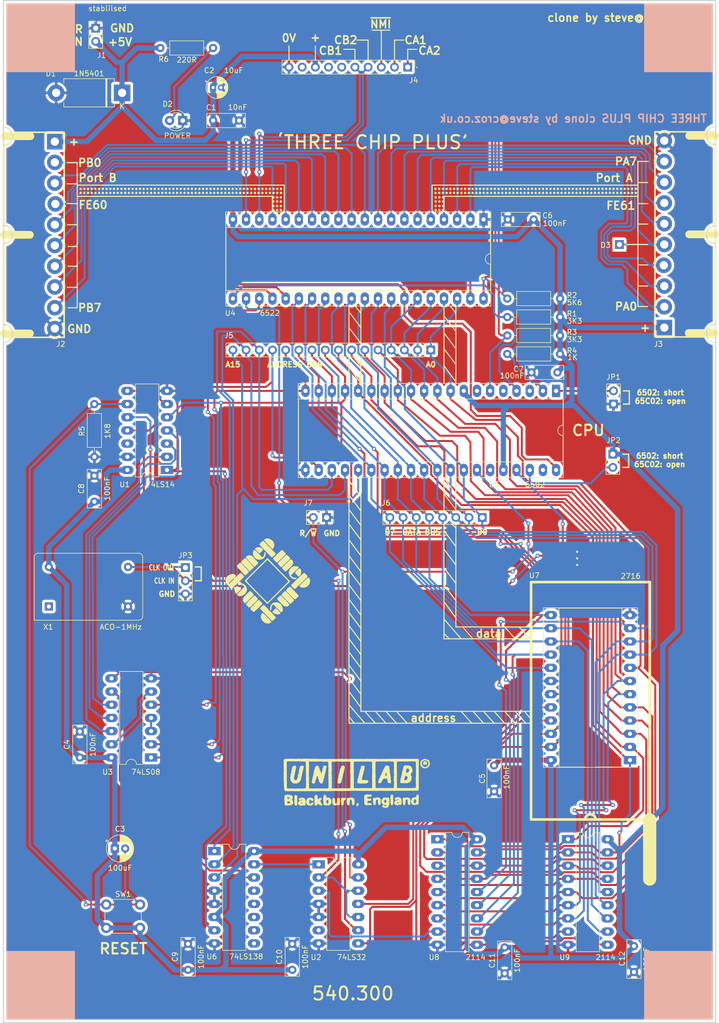
<source format=kicad_pcb>
(kicad_pcb (version 20171130) (host pcbnew "(5.0.1-3-g963ef8bb5)")
  (title_block (title "UNILAB 3 CHIP PLUS CLONE") (date 2021-05-31) (rev ISS2) (comment 1 "2021-05-31 (ISS2): Corrected PHI2 / ~PHI2~ clock routing") (comment 2 "2021-05-31 (ISS2): Added missing C5, R8 legends") (comment 3 "2021-05-31 (ISS2): Power in legend corrected") (comment 4 "clone by steve@croz.co.uk"))
  (layers (0 F.Cu signal) (31 B.Cu signal) (34 B.Paste user) (35 F.Paste user) (36 B.SilkS user) (37 F.SilkS user) (38 B.Mask user) (39 F.Mask user) (44 Edge.Cuts user))
  (net 0 "")
  (net 1 GND)
  (net 2 +5V)
  (net 3 "Net-(C3-Pad2)")
  (net 4 "Net-(J2-Pad9)")
  (net 5 "Net-(J2-Pad8)")
  (net 6 "Net-(J2-Pad7)")
  (net 7 "Net-(J2-Pad6)")
  (net 8 "Net-(J2-Pad5)")
  (net 9 "Net-(J2-Pad4)")
  (net 10 "Net-(J2-Pad3)")
  (net 11 "Net-(J2-Pad2)")
  (net 12 "Net-(J3-Pad2)")
  (net 13 "Net-(J3-Pad3)")
  (net 14 "Net-(J3-Pad4)")
  (net 15 "Net-(J3-Pad5)")
  (net 16 "Net-(J3-Pad6)")
  (net 17 "Net-(J3-Pad7)")
  (net 18 "Net-(J3-Pad8)")
  (net 19 "Net-(J3-Pad9)")
  (net 20 CA2)
  (net 21 CA1)
  (net 22 ~NMI)
  (net 23 CB2)
  (net 24 CB1)
  (net 25 "Net-(J4-Pad6)")
  (net 26 "Net-(J4-Pad7)")
  (net 27 "Net-(J4-Pad9)")
  (net 28 "Net-(J7-Pad2)")
  (net 29 "Net-(JP1-Pad2)")
  (net 30 "Net-(JP2-Pad2)")
  (net 31 "Net-(JP3-Pad1)")
  (net 32 ~PHI2)
  (net 33 "Net-(R1-Pad1)")
  (net 34 "Net-(R4-Pad2)")
  (net 35 ~IO_SEL)
  (net 36 ~RES)
  (net 37 "Net-(U1-Pad2)")
  (net 38 "Net-(U1-Pad3)")
  (net 39 "Net-(U1-Pad4)")
  (net 40 /A8)
  (net 41 "Net-(U1-Pad12)")
  (net 42 "Net-(U1-Pad6)")
  (net 43 "Net-(U2-Pad13)")
  (net 44 "Net-(U2-Pad6)")
  (net 45 ~ROMCS)
  (net 46 ~RAM_CS)
  (net 47 ~RAM_WE)
  (net 48 "Net-(U2-Pad1)")
  (net 49 /A11)
  (net 50 "Net-(U3-Pad9)")
  (net 51 "Net-(U3-Pad3)")
  (net 52 /A12)
  (net 53 "Net-(U3-Pad13)")
  (net 54 /A0)
  (net 55 /A1)
  (net 56 /A2)
  (net 57 /A3)
  (net 58 /D0)
  (net 59 /D1)
  (net 60 /D2)
  (net 61 /D3)
  (net 62 /D4)
  (net 63 /D5)
  (net 64 /D6)
  (net 65 /D7)
  (net 66 "Net-(U5-Pad3)")
  (net 67 /A13)
  (net 68 /A14)
  (net 69 "Net-(U5-Pad5)")
  (net 70 /A15)
  (net 71 "Net-(U5-Pad7)")
  (net 72 /A4)
  (net 73 /A5)
  (net 74 /A6)
  (net 75 "Net-(U5-Pad35)")
  (net 76 /A7)
  (net 77 /A9)
  (net 78 /A10)
  (net 79 "Net-(U5-Pad39)")
  (net 80 "Net-(U6-Pad9)")
  (net 81 "Net-(U6-Pad10)")
  (net 82 "Net-(U6-Pad11)")
  (net 83 "Net-(U6-Pad12)")
  (net 84 "Net-(U6-Pad13)")
  (net 85 "Net-(X1-Pad1)")
  (net 86 "Net-(D2-Pad2)")
  (net 87 "Net-(JP3-Pad2)")
  (module Package_DIP:DIP-40_W15.24mm_Socket_LongPads (layer F.Cu) (at 137.668 94.234 270)
    (fp_text reference U5 (at 18.034 11.938 180) (layer F.SilkS))
    (fp_text value 6502 (at 18.034 4.064) (layer F.SilkS))
    (pad 1 thru_hole rect (at 0 0 270) (size 2.4 1.6) (drill 0.8) (layers *.Cu *.Mask) (net 29 "Net-(JP1-Pad2)"))
    (pad 21 thru_hole oval (at 15.24 48.26 270) (size 2.4 1.6) (drill 0.8) (layers *.Cu *.Mask) (net 1 GND))
    (pad 2 thru_hole oval (at 0 2.54 270) (size 2.4 1.6) (drill 0.8) (layers *.Cu *.Mask) (net 34 "Net-(R4-Pad2)"))
    (pad 22 thru_hole oval (at 15.24 45.72 270) (size 2.4 1.6) (drill 0.8) (layers *.Cu *.Mask) (net 52 /A12))
    (pad 3 thru_hole oval (at 0 5.08 270) (size 2.4 1.6) (drill 0.8) (layers *.Cu *.Mask) (net 66 "Net-(U5-Pad3)"))
    (pad 23 thru_hole oval (at 15.24 43.18 270) (size 2.4 1.6) (drill 0.8) (layers *.Cu *.Mask) (net 67 /A13))
    (pad 4 thru_hole oval (at 0 7.62 270) (size 2.4 1.6) (drill 0.8) (layers *.Cu *.Mask) (net 33 "Net-(R1-Pad1)"))
    (pad 24 thru_hole oval (at 15.24 40.64 270) (size 2.4 1.6) (drill 0.8) (layers *.Cu *.Mask) (net 68 /A14))
    (pad 5 thru_hole oval (at 0 10.16 270) (size 2.4 1.6) (drill 0.8) (layers *.Cu *.Mask) (net 69 "Net-(U5-Pad5)"))
    (pad 25 thru_hole oval (at 15.24 38.1 270) (size 2.4 1.6) (drill 0.8) (layers *.Cu *.Mask) (net 70 /A15))
    (pad 6 thru_hole oval (at 0 12.7 270) (size 2.4 1.6) (drill 0.8) (layers *.Cu *.Mask) (net 22 ~NMI))
    (pad 26 thru_hole oval (at 15.24 35.56 270) (size 2.4 1.6) (drill 0.8) (layers *.Cu *.Mask) (net 65 /D7))
    (pad 7 thru_hole oval (at 0 15.24 270) (size 2.4 1.6) (drill 0.8) (layers *.Cu *.Mask) (net 71 "Net-(U5-Pad7)"))
    (pad 27 thru_hole oval (at 15.24 33.02 270) (size 2.4 1.6) (drill 0.8) (layers *.Cu *.Mask) (net 64 /D6))
    (pad 8 thru_hole oval (at 0 17.78 270) (size 2.4 1.6) (drill 0.8) (layers *.Cu *.Mask) (net 2 +5V))
    (pad 28 thru_hole oval (at 15.24 30.48 270) (size 2.4 1.6) (drill 0.8) (layers *.Cu *.Mask) (net 63 /D5))
    (pad 9 thru_hole oval (at 0 20.32 270) (size 2.4 1.6) (drill 0.8) (layers *.Cu *.Mask) (net 54 /A0))
    (pad 29 thru_hole oval (at 15.24 27.94 270) (size 2.4 1.6) (drill 0.8) (layers *.Cu *.Mask) (net 62 /D4))
    (pad 10 thru_hole oval (at 0 22.86 270) (size 2.4 1.6) (drill 0.8) (layers *.Cu *.Mask) (net 55 /A1))
    (pad 30 thru_hole oval (at 15.24 25.4 270) (size 2.4 1.6) (drill 0.8) (layers *.Cu *.Mask) (net 61 /D3))
    (pad 11 thru_hole oval (at 0 25.4 270) (size 2.4 1.6) (drill 0.8) (layers *.Cu *.Mask) (net 56 /A2))
    (pad 31 thru_hole oval (at 15.24 22.86 270) (size 2.4 1.6) (drill 0.8) (layers *.Cu *.Mask) (net 60 /D2))
    (pad 12 thru_hole oval (at 0 27.94 270) (size 2.4 1.6) (drill 0.8) (layers *.Cu *.Mask) (net 57 /A3))
    (pad 32 thru_hole oval (at 15.24 20.32 270) (size 2.4 1.6) (drill 0.8) (layers *.Cu *.Mask) (net 59 /D1))
    (pad 13 thru_hole oval (at 0 30.48 270) (size 2.4 1.6) (drill 0.8) (layers *.Cu *.Mask) (net 72 /A4))
    (pad 33 thru_hole oval (at 15.24 17.78 270) (size 2.4 1.6) (drill 0.8) (layers *.Cu *.Mask) (net 58 /D0))
    (pad 14 thru_hole oval (at 0 33.02 270) (size 2.4 1.6) (drill 0.8) (layers *.Cu *.Mask) (net 73 /A5))
    (pad 34 thru_hole oval (at 15.24 15.24 270) (size 2.4 1.6) (drill 0.8) (layers *.Cu *.Mask) (net 28 "Net-(J7-Pad2)"))
    (pad 15 thru_hole oval (at 0 35.56 270) (size 2.4 1.6) (drill 0.8) (layers *.Cu *.Mask) (net 74 /A6))
    (pad 35 thru_hole oval (at 15.24 12.7 270) (size 2.4 1.6) (drill 0.8) (layers *.Cu *.Mask) (net 75 "Net-(U5-Pad35)"))
    (pad 16 thru_hole oval (at 0 38.1 270) (size 2.4 1.6) (drill 0.8) (layers *.Cu *.Mask) (net 76 /A7))
    (pad 36 thru_hole oval (at 15.24 10.16 270) (size 2.4 1.6) (drill 0.8) (layers *.Cu *.Mask) (net 2 +5V))
    (pad 17 thru_hole oval (at 0 40.64 270) (size 2.4 1.6) (drill 0.8) (layers *.Cu *.Mask) (net 40 /A8))
    (pad 37 thru_hole oval (at 15.24 7.62 270) (size 2.4 1.6) (drill 0.8) (layers *.Cu *.Mask) (net 87 "Net-(JP3-Pad2)"))
    (pad 18 thru_hole oval (at 0 43.18 270) (size 2.4 1.6) (drill 0.8) (layers *.Cu *.Mask) (net 77 /A9))
    (pad 38 thru_hole oval (at 15.24 5.08 270) (size 2.4 1.6) (drill 0.8) (layers *.Cu *.Mask) (net 30 "Net-(JP2-Pad2)"))
    (pad 19 thru_hole oval (at 0 45.72 270) (size 2.4 1.6) (drill 0.8) (layers *.Cu *.Mask) (net 78 /A10))
    (pad 39 thru_hole oval (at 15.24 2.54 270) (size 2.4 1.6) (drill 0.8) (layers *.Cu *.Mask) (net 79 "Net-(U5-Pad39)"))
    (pad 20 thru_hole oval (at 0 48.26 270) (size 2.4 1.6) (drill 0.8) (layers *.Cu *.Mask) (net 49 /A11))
    (pad 40 thru_hole oval (at 15.24 0 270) (size 2.4 1.6) (drill 0.8) (layers *.Cu *.Mask) (net 36 ~RES))
  )
  (module Connector_PinHeader_2.54mm:PinHeader_1x02_P2.54mm_Vertical (layer F.Cu) (at 49.022 24.384)
    (fp_text reference J1 (at 1.143 5.207) (layer F.SilkS))
    (fp_text value POWER hide)
    (pad 1 thru_hole rect (at 0 0) (size 1.7 1.7) (drill 1) (layers *.Cu *.Mask) (net 1 GND))
    (pad 2 thru_hole oval (at 0 2.54) (size 1.7 1.7) (drill 1) (layers *.Cu *.Mask) (net 2 +5V))
  )
  (module "three chip plus:10W_RA_Female" (layer F.Cu) (at 41.148 46.228)
    (fp_text reference J2 (at 1.143 38.989) (layer F.SilkS))
    (fp_text value "PORT B")
    (pad 10 thru_hole circle (at 0 36) (size 3 3) (drill 1.6) (layers *.Cu *.Mask) (net 1 GND))
    (pad 9 thru_hole circle (at 0 32) (size 3 3) (drill 1.6) (layers *.Cu *.Mask) (net 4 "Net-(J2-Pad9)"))
    (pad 8 thru_hole circle (at 0 28) (size 3 3) (drill 1.6) (layers *.Cu *.Mask) (net 5 "Net-(J2-Pad8)"))
    (pad 7 thru_hole circle (at 0 24) (size 3 3) (drill 1.6) (layers *.Cu *.Mask) (net 6 "Net-(J2-Pad7)"))
    (pad 6 thru_hole circle (at 0 20) (size 3 3) (drill 1.6) (layers *.Cu *.Mask) (net 7 "Net-(J2-Pad6)"))
    (pad 5 thru_hole circle (at 0 16) (size 3 3) (drill 1.6) (layers *.Cu *.Mask) (net 8 "Net-(J2-Pad5)"))
    (pad 4 thru_hole circle (at 0.1 12) (size 3 3) (drill 1.6) (layers *.Cu *.Mask) (net 9 "Net-(J2-Pad4)"))
    (pad 3 thru_hole circle (at 0 8) (size 3 3) (drill 1.6) (layers *.Cu *.Mask) (net 10 "Net-(J2-Pad3)"))
    (pad 2 thru_hole circle (at 0 4) (size 3 3) (drill 1.6) (layers *.Cu *.Mask) (net 11 "Net-(J2-Pad2)"))
    (pad 1 thru_hole rect (at 0 0) (size 3 3) (drill 1.6) (layers *.Cu *.Mask) (net 2 +5V))
  )
  (module "three chip plus:10W_RA_Female" (layer F.Cu) (at 158.496 82.042 180)
    (fp_text reference J3 (at 1.143 -3.175 180) (layer F.SilkS))
    (fp_text value "PORT A")
    (pad 1 thru_hole rect (at 0 0 180) (size 3 3) (drill 1.6) (layers *.Cu *.Mask) (net 2 +5V))
    (pad 2 thru_hole circle (at 0 4 180) (size 3 3) (drill 1.6) (layers *.Cu *.Mask) (net 12 "Net-(J3-Pad2)"))
    (pad 3 thru_hole circle (at 0 8 180) (size 3 3) (drill 1.6) (layers *.Cu *.Mask) (net 13 "Net-(J3-Pad3)"))
    (pad 4 thru_hole circle (at 0.1 12 180) (size 3 3) (drill 1.6) (layers *.Cu *.Mask) (net 14 "Net-(J3-Pad4)"))
    (pad 5 thru_hole circle (at 0 16 180) (size 3 3) (drill 1.6) (layers *.Cu *.Mask) (net 15 "Net-(J3-Pad5)"))
    (pad 6 thru_hole circle (at 0 20 180) (size 3 3) (drill 1.6) (layers *.Cu *.Mask) (net 16 "Net-(J3-Pad6)"))
    (pad 7 thru_hole circle (at 0 24 180) (size 3 3) (drill 1.6) (layers *.Cu *.Mask) (net 17 "Net-(J3-Pad7)"))
    (pad 8 thru_hole circle (at 0 28 180) (size 3 3) (drill 1.6) (layers *.Cu *.Mask) (net 18 "Net-(J3-Pad8)"))
    (pad 9 thru_hole circle (at 0 32 180) (size 3 3) (drill 1.6) (layers *.Cu *.Mask) (net 19 "Net-(J3-Pad9)"))
    (pad 10 thru_hole circle (at 0 36 180) (size 3 3) (drill 1.6) (layers *.Cu *.Mask) (net 1 GND))
  )
  (module Connector_PinHeader_2.54mm:PinHeader_1x10_P2.54mm_Vertical (layer F.Cu) (at 109.093 31.877 270)
    (fp_text reference J4 (at 2.54 -1.143) (layer F.SilkS))
    (fp_text value Conn_01x10_Male)
    (pad 1 thru_hole rect (at 0 0 270) (size 1.7 1.7) (drill 1) (layers *.Cu *.Mask) (net 20 CA2))
    (pad 2 thru_hole oval (at 0 2.54 270) (size 1.7 1.7) (drill 1) (layers *.Cu *.Mask) (net 21 CA1))
    (pad 3 thru_hole oval (at 0 5.08 270) (size 1.7 1.7) (drill 1) (layers *.Cu *.Mask) (net 22 ~NMI))
    (pad 4 thru_hole oval (at 0 7.62 270) (size 1.7 1.7) (drill 1) (layers *.Cu *.Mask) (net 23 CB2))
    (pad 5 thru_hole oval (at 0 10.16 270) (size 1.7 1.7) (drill 1) (layers *.Cu *.Mask) (net 24 CB1))
    (pad 6 thru_hole oval (at 0 12.7 270) (size 1.7 1.7) (drill 1) (layers *.Cu *.Mask) (net 25 "Net-(J4-Pad6)"))
    (pad 7 thru_hole oval (at 0 15.24 270) (size 1.7 1.7) (drill 1) (layers *.Cu *.Mask) (net 26 "Net-(J4-Pad7)"))
    (pad 8 thru_hole oval (at 0 17.78 270) (size 1.7 1.7) (drill 1) (layers *.Cu *.Mask) (net 2 +5V))
    (pad 9 thru_hole oval (at 0 20.32 270) (size 1.7 1.7) (drill 1) (layers *.Cu *.Mask) (net 27 "Net-(J4-Pad9)"))
    (pad 10 thru_hole oval (at 0 22.86 270) (size 1.7 1.7) (drill 1) (layers *.Cu *.Mask) (net 1 GND))
  )
  (module Connector_PinHeader_2.54mm:PinHeader_1x16_P2.54mm_Vertical (layer F.Cu) (at 113.538 86.36 270)
    (fp_text reference J5 (at -2.794 38.862) (layer F.SilkS))
    (fp_text value "ADDRESS BUS" (at 2.794 26.162) (layer F.SilkS) (effects (font (size 1.016 1.016) (thickness 0.254))))
    (pad 1 thru_hole rect (at 0 0 270) (size 1.7 1.7) (drill 1) (layers *.Cu *.Mask) (net 54 /A0))
    (pad 2 thru_hole oval (at 0 2.54 270) (size 1.7 1.7) (drill 1) (layers *.Cu *.Mask) (net 55 /A1))
    (pad 3 thru_hole oval (at 0 5.08 270) (size 1.7 1.7) (drill 1) (layers *.Cu *.Mask) (net 56 /A2))
    (pad 4 thru_hole oval (at 0 7.62 270) (size 1.7 1.7) (drill 1) (layers *.Cu *.Mask) (net 57 /A3))
    (pad 5 thru_hole oval (at 0 10.16 270) (size 1.7 1.7) (drill 1) (layers *.Cu *.Mask) (net 72 /A4))
    (pad 6 thru_hole oval (at 0 12.7 270) (size 1.7 1.7) (drill 1) (layers *.Cu *.Mask) (net 73 /A5))
    (pad 7 thru_hole oval (at 0 15.24 270) (size 1.7 1.7) (drill 1) (layers *.Cu *.Mask) (net 74 /A6))
    (pad 8 thru_hole oval (at 0 17.78 270) (size 1.7 1.7) (drill 1) (layers *.Cu *.Mask) (net 76 /A7))
    (pad 9 thru_hole oval (at 0 20.32 270) (size 1.7 1.7) (drill 1) (layers *.Cu *.Mask) (net 40 /A8))
    (pad 10 thru_hole oval (at 0 22.86 270) (size 1.7 1.7) (drill 1) (layers *.Cu *.Mask) (net 77 /A9))
    (pad 11 thru_hole oval (at 0 25.4 270) (size 1.7 1.7) (drill 1) (layers *.Cu *.Mask) (net 78 /A10))
    (pad 12 thru_hole oval (at 0 27.94 270) (size 1.7 1.7) (drill 1) (layers *.Cu *.Mask) (net 49 /A11))
    (pad 13 thru_hole oval (at 0 30.48 270) (size 1.7 1.7) (drill 1) (layers *.Cu *.Mask) (net 52 /A12))
    (pad 14 thru_hole oval (at 0 33.02 270) (size 1.7 1.7) (drill 1) (layers *.Cu *.Mask) (net 67 /A13))
    (pad 15 thru_hole oval (at 0 35.56 270) (size 1.7 1.7) (drill 1) (layers *.Cu *.Mask) (net 68 /A14))
    (pad 16 thru_hole oval (at 0 38.1 270) (size 1.7 1.7) (drill 1) (layers *.Cu *.Mask) (net 70 /A15))
  )
  (module Connector_PinHeader_2.54mm:PinHeader_1x08_P2.54mm_Vertical (layer F.Cu) (at 123.444 118.618 270)
    (fp_text reference J6 (at -2.794 18.542) (layer F.SilkS))
    (fp_text value "DATA BUS" (at 2.794 11.684) (layer F.SilkS) (effects (font (size 1.016 1.016) (thickness 0.254))))
    (pad 1 thru_hole rect (at 0 0 270) (size 1.7 1.7) (drill 1) (layers *.Cu *.Mask) (net 58 /D0))
    (pad 2 thru_hole oval (at 0 2.54 270) (size 1.7 1.7) (drill 1) (layers *.Cu *.Mask) (net 59 /D1))
    (pad 3 thru_hole oval (at 0 5.08 270) (size 1.7 1.7) (drill 1) (layers *.Cu *.Mask) (net 60 /D2))
    (pad 4 thru_hole oval (at 0 7.62 270) (size 1.7 1.7) (drill 1) (layers *.Cu *.Mask) (net 61 /D3))
    (pad 5 thru_hole oval (at 0 10.16 270) (size 1.7 1.7) (drill 1) (layers *.Cu *.Mask) (net 62 /D4))
    (pad 6 thru_hole oval (at 0 12.7 270) (size 1.7 1.7) (drill 1) (layers *.Cu *.Mask) (net 63 /D5))
    (pad 7 thru_hole oval (at 0 15.24 270) (size 1.7 1.7) (drill 1) (layers *.Cu *.Mask) (net 64 /D6))
    (pad 8 thru_hole oval (at 0 17.78 270) (size 1.7 1.7) (drill 1) (layers *.Cu *.Mask) (net 65 /D7))
  )
  (module Connector_PinHeader_2.54mm:PinHeader_1x02_P2.54mm_Vertical (layer F.Cu) (at 93.472 118.618 270)
    (fp_text reference J7 (at -2.794 3.556) (layer F.SilkS))
    (fp_text value R/~W)
    (pad 2 thru_hole oval (at 0 2.54 270) (size 1.7 1.7) (drill 1) (layers *.Cu *.Mask) (net 28 "Net-(J7-Pad2)"))
    (pad 1 thru_hole rect (at 0 0 270) (size 1.7 1.7) (drill 1) (layers *.Cu *.Mask) (net 1 GND))
  )
  (module Connector_PinHeader_2.54mm:PinHeader_1x02_P2.54mm_Vertical (layer F.Cu) (at 148.717 96.774 180)
    (fp_text reference JP1 (at 0 5.207 180) (layer F.SilkS))
    (fp_text value "Bridge for 6502" hide)
    (pad 1 thru_hole rect (at 0 0 180) (size 1.7 1.7) (drill 1) (layers *.Cu *.Mask) (net 1 GND))
    (pad 2 thru_hole oval (at 0 2.54 180) (size 1.7 1.7) (drill 1) (layers *.Cu *.Mask) (net 29 "Net-(JP1-Pad2)"))
  )
  (module Connector_PinHeader_2.54mm:PinHeader_1x02_P2.54mm_Vertical (layer F.Cu) (at 148.59 106.426)
    (fp_text reference JP2 (at 0.127 -2.667) (layer F.SilkS))
    (fp_text value "Bridge for 6502" hide)
    (pad 2 thru_hole oval (at 0 2.54) (size 1.7 1.7) (drill 1) (layers *.Cu *.Mask) (net 30 "Net-(JP2-Pad2)"))
    (pad 1 thru_hole rect (at 0 0) (size 1.7 1.7) (drill 1) (layers *.Cu *.Mask) (net 2 +5V))
  )
  (module Connector_PinHeader_2.54mm:PinHeader_1x03_P2.54mm_Vertical (layer F.Cu) (at 66.294 128.27)
    (fp_text reference JP3 (at 0 -2.33) (layer F.SilkS))
    (fp_text value Jumper_3_Bridged12)
    (pad 1 thru_hole rect (at 0 0) (size 1.7 1.7) (drill 1) (layers *.Cu *.Mask) (net 31 "Net-(JP3-Pad1)"))
    (pad 2 thru_hole oval (at 0 2.54) (size 1.7 1.7) (drill 1) (layers *.Cu *.Mask) (net 87 "Net-(JP3-Pad2)"))
    (pad 3 thru_hole oval (at 0 5.08) (size 1.7 1.7) (drill 1) (layers *.Cu *.Mask) (net 1 GND))
  )
  (module Resistor_THT:R_Axial_DIN0207_L6.3mm_D2.5mm_P10.16mm_Horizontal (layer F.Cu) (at 128.27 80.01)
    (fp_text reference R1 (at 12.446 -0.635) (layer F.SilkS))
    (fp_text value 3K3 (at 12.954 0.762) (layer F.SilkS))
    (pad 1 thru_hole circle (at 0 0) (size 1.6 1.6) (drill 0.8) (layers *.Cu *.Mask) (net 33 "Net-(R1-Pad1)"))
    (pad 2 thru_hole oval (at 10.16 0) (size 1.6 1.6) (drill 0.8) (layers *.Cu *.Mask) (net 2 +5V))
  )
  (module Resistor_THT:R_Axial_DIN0207_L6.3mm_D2.5mm_P10.16mm_Horizontal (layer F.Cu) (at 138.43 76.454 180)
    (fp_text reference R2 (at -2.286 0.635 180) (layer F.SilkS))
    (fp_text value 5K6 (at -2.794 -0.762 180) (layer F.SilkS))
    (pad 1 thru_hole circle (at 0 0 180) (size 1.6 1.6) (drill 0.8) (layers *.Cu *.Mask) (net 2 +5V))
    (pad 2 thru_hole oval (at 10.16 0 180) (size 1.6 1.6) (drill 0.8) (layers *.Cu *.Mask) (net 21 CA1))
  )
  (module Resistor_THT:R_Axial_DIN0207_L6.3mm_D2.5mm_P10.16mm_Horizontal (layer F.Cu) (at 138.43 83.566 180)
    (fp_text reference R3 (at -2.286 0.635 180) (layer F.SilkS))
    (fp_text value 3K3 (at -2.794 -0.762 180) (layer F.SilkS))
    (pad 2 thru_hole oval (at 10.16 0 180) (size 1.6 1.6) (drill 0.8) (layers *.Cu *.Mask) (net 22 ~NMI))
    (pad 1 thru_hole circle (at 0 0 180) (size 1.6 1.6) (drill 0.8) (layers *.Cu *.Mask) (net 2 +5V))
  )
  (module Resistor_THT:R_Axial_DIN0207_L6.3mm_D2.5mm_P10.16mm_Horizontal (layer F.Cu) (at 138.43 87.122 180)
    (fp_text reference R4 (at -2.286 0.635 180) (layer F.SilkS))
    (fp_text value 1K (at -2.413 -0.635 180) (layer F.SilkS))
    (pad 2 thru_hole oval (at 10.16 0 180) (size 1.6 1.6) (drill 0.8) (layers *.Cu *.Mask) (net 34 "Net-(R4-Pad2)"))
    (pad 1 thru_hole circle (at 0 0 180) (size 1.6 1.6) (drill 0.8) (layers *.Cu *.Mask) (net 2 +5V))
  )
  (module Resistor_THT:R_Axial_DIN0207_L6.3mm_D2.5mm_P10.16mm_Horizontal (layer F.Cu) (at 48.768 96.774 270)
    (fp_text reference R5 (at 5.207 2.413 270) (layer F.SilkS))
    (fp_text value 1K8 (at 5.207 -2.54 270) (layer F.SilkS))
    (pad 1 thru_hole circle (at 0 0 270) (size 1.6 1.6) (drill 0.8) (layers *.Cu *.Mask) (net 3 "Net-(C3-Pad2)"))
    (pad 2 thru_hole oval (at 10.16 0 270) (size 1.6 1.6) (drill 0.8) (layers *.Cu *.Mask) (net 1 GND))
  )
  (module Button_Switch_THT:SW_PUSH_6mm (layer F.Cu) (at 51.054 193.167)
    (fp_text reference SW1 (at 3.25 -2) (layer F.SilkS))
    (fp_text value RESET (at 3.302 8.509) (layer F.SilkS) (effects (font (size 2.032 2.032) (thickness 0.381))))
    (pad 2 thru_hole circle (at 0 4.5 90) (size 2 2) (drill 1.1) (layers *.Cu *.Mask) (net 2 +5V))
    (pad 1 thru_hole circle (at 0 0 90) (size 2 2) (drill 1.1) (layers *.Cu *.Mask) (net 3 "Net-(C3-Pad2)"))
    (pad 2 thru_hole circle (at 6.5 4.5 90) (size 2 2) (drill 1.1) (layers *.Cu *.Mask) (net 2 +5V))
    (pad 1 thru_hole circle (at 6.5 0 90) (size 2 2) (drill 1.1) (layers *.Cu *.Mask) (net 3 "Net-(C3-Pad2)"))
  )
  (module Oscillator:Oscillator_DIP-14 (layer F.Cu) (at 40.005 135.763)
    (fp_text reference X1 (at -0.127 3.937) (layer F.SilkS))
    (fp_text value ACO-1MHz (at 13.843 3.937) (layer F.SilkS))
    (pad 1 thru_hole rect (at 0 0) (size 1.6 1.6) (drill 0.8) (layers *.Cu *.Mask) (net 85 "Net-(X1-Pad1)"))
    (pad 14 thru_hole circle (at 0 -7.62) (size 1.6 1.6) (drill 0.8) (layers *.Cu *.Mask) (net 2 +5V))
    (pad 8 thru_hole circle (at 15.24 -7.62) (size 1.6 1.6) (drill 0.8) (layers *.Cu *.Mask) (net 31 "Net-(JP3-Pad1)"))
    (pad 7 thru_hole circle (at 15.24 0) (size 1.6 1.6) (drill 0.8) (layers *.Cu *.Mask) (net 1 GND))
  )
  (module Capacitor_THT:C_Rect_L7.2mm_W2.5mm_P5.00mm_FKS2_FKP2_MKS2_MKP2 (layer F.Cu) (at 71.628 42.164)
    (fp_text reference C1 (at -0.381 -2.5) (layer F.SilkS))
    (fp_text value 10nF (at 4.699 -2.54) (layer F.SilkS))
    (pad 2 thru_hole circle (at 5 0) (size 1.6 1.6) (drill 0.8) (layers *.Cu *.Mask) (net 1 GND))
    (pad 1 thru_hole circle (at 0 0) (size 1.6 1.6) (drill 0.8) (layers *.Cu *.Mask) (net 2 +5V))
  )
  (module Capacitor_THT:CP_Radial_D4.0mm_P1.50mm (layer F.Cu) (at 71.628 35.814)
    (fp_text reference C2 (at -0.762 -3.302) (layer F.SilkS))
    (fp_text value 10uF (at 3.937 -3.302) (layer F.SilkS))
    (pad 1 thru_hole rect (at 0 0) (size 1.2 1.2) (drill 0.6) (layers *.Cu *.Mask) (net 2 +5V))
    (pad 2 thru_hole circle (at 1.5 0) (size 1.2 1.2) (drill 0.6) (layers *.Cu *.Mask) (net 1 GND))
  )
  (module Capacitor_THT:CP_Radial_D5.0mm_P2.00mm (layer F.Cu) (at 52.705 182.372)
    (fp_text reference C3 (at 1 -3.75) (layer F.SilkS))
    (fp_text value 100uF (at 1 3.75) (layer F.SilkS))
    (pad 1 thru_hole rect (at 0 0) (size 1.6 1.6) (drill 0.8) (layers *.Cu *.Mask) (net 2 +5V))
    (pad 2 thru_hole circle (at 2 0) (size 1.6 1.6) (drill 0.8) (layers *.Cu *.Mask) (net 3 "Net-(C3-Pad2)"))
  )
  (module Capacitor_THT:C_Rect_L7.2mm_W2.5mm_P5.00mm_FKS2_FKP2_MKS2_MKP2 (layer F.Cu) (at 45.974 164.846 90)
    (fp_text reference C4 (at 2.5 -2.5 90) (layer F.SilkS))
    (fp_text value 100nF (at 2.5 2.5 90) (layer F.SilkS))
    (pad 1 thru_hole circle (at 0 0 90) (size 1.6 1.6) (drill 0.8) (layers *.Cu *.Mask) (net 2 +5V))
    (pad 2 thru_hole circle (at 5 0 90) (size 1.6 1.6) (drill 0.8) (layers *.Cu *.Mask) (net 1 GND))
  )
  (module Capacitor_THT:C_Rect_L7.2mm_W2.5mm_P5.00mm_FKS2_FKP2_MKS2_MKP2 (layer F.Cu) (at 125.73 166.37 270)
    (fp_text reference C5 (at 2.54 2.286 270) (layer F.SilkS))
    (fp_text value 100nF (at 2.286 -2.413 270) (layer F.SilkS))
    (pad 2 thru_hole circle (at 5 0 270) (size 1.6 1.6) (drill 0.8) (layers *.Cu *.Mask) (net 1 GND))
    (pad 1 thru_hole circle (at 0 0 270) (size 1.6 1.6) (drill 0.8) (layers *.Cu *.Mask) (net 2 +5V))
  )
  (module Capacitor_THT:C_Rect_L7.2mm_W2.5mm_P5.00mm_FKS2_FKP2_MKS2_MKP2 (layer F.Cu) (at 133.35 61.214 180)
    (fp_text reference C6 (at -2.667 0.762 180) (layer F.SilkS))
    (fp_text value 100nF (at -4.064 -0.762 180) (layer F.SilkS))
    (pad 1 thru_hole circle (at 0 0 180) (size 1.6 1.6) (drill 0.8) (layers *.Cu *.Mask) (net 2 +5V))
    (pad 2 thru_hole circle (at 5 0 180) (size 1.6 1.6) (drill 0.8) (layers *.Cu *.Mask) (net 1 GND))
  )
  (module Capacitor_THT:C_Rect_L7.2mm_W2.5mm_P5.00mm_FKS2_FKP2_MKS2_MKP2 (layer F.Cu) (at 137.922 90.678 180)
    (fp_text reference C7 (at 7.493 0.635 180) (layer F.SilkS))
    (fp_text value 100nF (at 8.763 -0.635 180) (layer F.SilkS))
    (pad 2 thru_hole circle (at 5 0 180) (size 1.6 1.6) (drill 0.8) (layers *.Cu *.Mask) (net 1 GND))
    (pad 1 thru_hole circle (at 0 0 180) (size 1.6 1.6) (drill 0.8) (layers *.Cu *.Mask) (net 2 +5V))
  )
  (module Capacitor_THT:C_Rect_L7.2mm_W2.5mm_P5.00mm_FKS2_FKP2_MKS2_MKP2 (layer F.Cu) (at 48.768 115.57 90)
    (fp_text reference C8 (at 2.5 -2.5 90) (layer F.SilkS))
    (fp_text value 100nF (at 2.5 2.5 90) (layer F.SilkS))
    (pad 1 thru_hole circle (at 0 0 90) (size 1.6 1.6) (drill 0.8) (layers *.Cu *.Mask) (net 2 +5V))
    (pad 2 thru_hole circle (at 5 0 90) (size 1.6 1.6) (drill 0.8) (layers *.Cu *.Mask) (net 1 GND))
  )
  (module Capacitor_THT:C_Rect_L7.2mm_W2.5mm_P5.00mm_FKS2_FKP2_MKS2_MKP2 (layer F.Cu) (at 66.802 205.74 90)
    (fp_text reference C9 (at 2.5 -2.5 90) (layer F.SilkS))
    (fp_text value 100nF (at 2.5 2.5 90) (layer F.SilkS))
    (pad 2 thru_hole circle (at 5 0 90) (size 1.6 1.6) (drill 0.8) (layers *.Cu *.Mask) (net 1 GND))
    (pad 1 thru_hole circle (at 0 0 90) (size 1.6 1.6) (drill 0.8) (layers *.Cu *.Mask) (net 2 +5V))
  )
  (module Capacitor_THT:C_Rect_L7.2mm_W2.5mm_P5.00mm_FKS2_FKP2_MKS2_MKP2 (layer F.Cu) (at 86.868 205.74 90)
    (fp_text reference C10 (at 2.5 -2.5 90) (layer F.SilkS))
    (fp_text value 100nF (at 2.5 2.5 90) (layer F.SilkS))
    (pad 1 thru_hole circle (at 0 0 90) (size 1.6 1.6) (drill 0.8) (layers *.Cu *.Mask) (net 2 +5V))
    (pad 2 thru_hole circle (at 5 0 90) (size 1.6 1.6) (drill 0.8) (layers *.Cu *.Mask) (net 1 GND))
  )
  (module Capacitor_THT:C_Rect_L7.2mm_W2.5mm_P5.00mm_FKS2_FKP2_MKS2_MKP2 (layer F.Cu) (at 127.762 201.422 270)
    (fp_text reference C11 (at 2.54 2.413 270) (layer F.SilkS))
    (fp_text value 100nF (at 2.54 -2.413 270) (layer F.SilkS))
    (pad 2 thru_hole circle (at 5 0 270) (size 1.6 1.6) (drill 0.8) (layers *.Cu *.Mask) (net 1 GND))
    (pad 1 thru_hole circle (at 0 0 270) (size 1.6 1.6) (drill 0.8) (layers *.Cu *.Mask) (net 2 +5V))
  )
  (module Capacitor_THT:C_Rect_L7.2mm_W2.5mm_P5.00mm_FKS2_FKP2_MKS2_MKP2 (layer F.Cu) (at 152.654 201.168 270)
    (fp_text reference C12 (at 2.413 2.286 270) (layer F.SilkS))
    (fp_text value 100nF (at 2.54 -2.413 270) (layer F.SilkS))
    (pad 1 thru_hole circle (at 0 0 270) (size 1.6 1.6) (drill 0.8) (layers *.Cu *.Mask) (net 2 +5V))
    (pad 2 thru_hole circle (at 5 0 270) (size 1.6 1.6) (drill 0.8) (layers *.Cu *.Mask) (net 1 GND))
  )
  (module Diode_THT:D_DO-201AD_P12.70mm_Horizontal (layer F.Cu) (at 54.102 36.83 180)
    (fp_text reference D1 (at 13.716 3.683 180) (layer F.SilkS))
    (fp_text value 1N5401 (at 6.35 3.72 180) (layer F.SilkS))
    (fp_text user K (at 0 -2.6 180) (layer F.SilkS))
    (pad 1 thru_hole rect (at 0 0 180) (size 3.2 3.2) (drill 1.6) (layers *.Cu *.Mask) (net 2 +5V))
    (pad 2 thru_hole oval (at 12.7 0 180) (size 3.2 3.2) (drill 1.6) (layers *.Cu *.Mask) (net 1 GND))
  )
  (module LED_THT:LED_D3.0mm (layer F.Cu) (at 65.786 42.164 180)
    (fp_text reference D2 (at 2.921 3.175 180) (layer F.SilkS))
    (fp_text value POWER (at 1.016 -2.921 180) (layer F.SilkS) (effects (font (size 1.016 1.016) (thickness 0.127))))
    (pad 1 thru_hole rect (at 0 0 180) (size 1.8 1.8) (drill 0.9) (layers *.Cu *.Mask) (net 1 GND))
    (pad 2 thru_hole circle (at 2.54 0 180) (size 1.8 1.8) (drill 0.9) (layers *.Cu *.Mask) (net 86 "Net-(D2-Pad2)"))
  )
  (module Resistor_THT:R_Axial_DIN0207_L6.3mm_D2.5mm_P10.16mm_Horizontal (layer F.Cu) (at 71.628 28.194 180)
    (fp_text reference R6 (at 9.525 -2.159 180) (layer F.SilkS))
    (fp_text value 220R (at 5.08 -2.286 180) (layer F.SilkS))
    (pad 1 thru_hole circle (at 0 0 180) (size 1.6 1.6) (drill 0.8) (layers *.Cu *.Mask) (net 86 "Net-(D2-Pad2)"))
    (pad 2 thru_hole oval (at 10.16 0 180) (size 1.6 1.6) (drill 0.8) (layers *.Cu *.Mask) (net 2 +5V))
  )
  (module Package_DIP:DIP-14_W7.62mm_LongPads (layer F.Cu) (at 62.738 109.474 180)
    (fp_text reference U1 (at 8.128 -2.794 180) (layer F.SilkS))
    (fp_text value 74LS14 (at 1.27 -2.794 180) (layer F.SilkS))
    (pad 1 thru_hole rect (at 0 0 180) (size 2.4 1.6) (drill 0.8) (layers *.Cu *.Mask) (net 35 ~IO_SEL))
    (pad 8 thru_hole oval (at 7.62 15.24 180) (size 2.4 1.6) (drill 0.8) (layers *.Cu *.Mask) (net 36 ~RES))
    (pad 2 thru_hole oval (at 0 2.54 180) (size 2.4 1.6) (drill 0.8) (layers *.Cu *.Mask) (net 37 "Net-(U1-Pad2)"))
    (pad 9 thru_hole oval (at 7.62 12.7 180) (size 2.4 1.6) (drill 0.8) (layers *.Cu *.Mask) (net 3 "Net-(C3-Pad2)"))
    (pad 3 thru_hole oval (at 0 5.08 180) (size 2.4 1.6) (drill 0.8) (layers *.Cu *.Mask) (net 38 "Net-(U1-Pad3)"))
    (pad 10 thru_hole oval (at 7.62 10.16 180) (size 2.4 1.6) (drill 0.8) (layers *.Cu *.Mask) (net 32 ~PHI2))
    (pad 4 thru_hole oval (at 0 7.62 180) (size 2.4 1.6) (drill 0.8) (layers *.Cu *.Mask) (net 39 "Net-(U1-Pad4)"))
    (pad 11 thru_hole oval (at 7.62 7.62 180) (size 2.4 1.6) (drill 0.8) (layers *.Cu *.Mask) (net 87 "Net-(JP3-Pad2)"))
    (pad 5 thru_hole oval (at 0 10.16 180) (size 2.4 1.6) (drill 0.8) (layers *.Cu *.Mask) (net 40 /A8))
    (pad 12 thru_hole oval (at 7.62 5.08 180) (size 2.4 1.6) (drill 0.8) (layers *.Cu *.Mask) (net 41 "Net-(U1-Pad12)"))
    (pad 6 thru_hole oval (at 0 12.7 180) (size 2.4 1.6) (drill 0.8) (layers *.Cu *.Mask) (net 42 "Net-(U1-Pad6)"))
    (pad 13 thru_hole oval (at 7.62 2.54 180) (size 2.4 1.6) (drill 0.8) (layers *.Cu *.Mask) (net 1 GND))
    (pad 7 thru_hole oval (at 0 15.24 180) (size 2.4 1.6) (drill 0.8) (layers *.Cu *.Mask) (net 1 GND))
    (pad 14 thru_hole oval (at 7.62 0 180) (size 2.4 1.6) (drill 0.8) (layers *.Cu *.Mask) (net 2 +5V))
  )
  (module Package_DIP:DIP-14_W7.62mm_LongPads (layer F.Cu) (at 91.948 185.42)
    (fp_text reference U2 (at -0.508 17.907) (layer F.SilkS))
    (fp_text value 74LS32 (at 6.35 17.907) (layer F.SilkS))
    (pad 14 thru_hole oval (at 7.62 0) (size 2.4 1.6) (drill 0.8) (layers *.Cu *.Mask) (net 2 +5V))
    (pad 7 thru_hole oval (at 0 15.24) (size 2.4 1.6) (drill 0.8) (layers *.Cu *.Mask) (net 1 GND))
    (pad 13 thru_hole oval (at 7.62 2.54) (size 2.4 1.6) (drill 0.8) (layers *.Cu *.Mask) (net 43 "Net-(U2-Pad13)"))
    (pad 6 thru_hole oval (at 0 12.7) (size 2.4 1.6) (drill 0.8) (layers *.Cu *.Mask) (net 44 "Net-(U2-Pad6)"))
    (pad 12 thru_hole oval (at 7.62 5.08) (size 2.4 1.6) (drill 0.8) (layers *.Cu *.Mask) (net 32 ~PHI2))
    (pad 5 thru_hole oval (at 0 10.16) (size 2.4 1.6) (drill 0.8) (layers *.Cu *.Mask) (net 1 GND))
    (pad 11 thru_hole oval (at 7.62 7.62) (size 2.4 1.6) (drill 0.8) (layers *.Cu *.Mask) (net 45 ~ROMCS))
    (pad 4 thru_hole oval (at 0 7.62) (size 2.4 1.6) (drill 0.8) (layers *.Cu *.Mask) (net 1 GND))
    (pad 10 thru_hole oval (at 7.62 10.16) (size 2.4 1.6) (drill 0.8) (layers *.Cu *.Mask) (net 32 ~PHI2))
    (pad 3 thru_hole oval (at 0 5.08) (size 2.4 1.6) (drill 0.8) (layers *.Cu *.Mask) (net 46 ~RAM_CS))
    (pad 9 thru_hole oval (at 7.62 12.7) (size 2.4 1.6) (drill 0.8) (layers *.Cu *.Mask) (net 28 "Net-(J7-Pad2)"))
    (pad 2 thru_hole oval (at 0 2.54) (size 2.4 1.6) (drill 0.8) (layers *.Cu *.Mask) (net 32 ~PHI2))
    (pad 8 thru_hole oval (at 7.62 15.24) (size 2.4 1.6) (drill 0.8) (layers *.Cu *.Mask) (net 47 ~RAM_WE))
    (pad 1 thru_hole rect (at 0 0) (size 2.4 1.6) (drill 0.8) (layers *.Cu *.Mask) (net 48 "Net-(U2-Pad1)"))
  )
  (module Package_DIP:DIP-14_W7.62mm_LongPads (layer F.Cu) (at 59.69 164.846 180)
    (fp_text reference U3 (at 8.382 -2.794 180) (layer F.SilkS))
    (fp_text value 74LS08 (at 1.016 -2.794 180) (layer F.SilkS))
    (pad 1 thru_hole rect (at 0 0 180) (size 2.4 1.6) (drill 0.8) (layers *.Cu *.Mask) (net 40 /A8))
    (pad 8 thru_hole oval (at 7.62 15.24 180) (size 2.4 1.6) (drill 0.8) (layers *.Cu *.Mask) (net 43 "Net-(U2-Pad13)"))
    (pad 2 thru_hole oval (at 0 2.54 180) (size 2.4 1.6) (drill 0.8) (layers *.Cu *.Mask) (net 49 /A11))
    (pad 9 thru_hole oval (at 7.62 12.7 180) (size 2.4 1.6) (drill 0.8) (layers *.Cu *.Mask) (net 50 "Net-(U3-Pad9)"))
    (pad 3 thru_hole oval (at 0 5.08 180) (size 2.4 1.6) (drill 0.8) (layers *.Cu *.Mask) (net 51 "Net-(U3-Pad3)"))
    (pad 10 thru_hole oval (at 7.62 10.16 180) (size 2.4 1.6) (drill 0.8) (layers *.Cu *.Mask) (net 39 "Net-(U1-Pad4)"))
    (pad 4 thru_hole oval (at 0 7.62 180) (size 2.4 1.6) (drill 0.8) (layers *.Cu *.Mask) (net 51 "Net-(U3-Pad3)"))
    (pad 11 thru_hole oval (at 7.62 7.62 180) (size 2.4 1.6) (drill 0.8) (layers *.Cu *.Mask) (net 38 "Net-(U1-Pad3)"))
    (pad 5 thru_hole oval (at 0 10.16 180) (size 2.4 1.6) (drill 0.8) (layers *.Cu *.Mask) (net 52 /A12))
    (pad 12 thru_hole oval (at 7.62 5.08 180) (size 2.4 1.6) (drill 0.8) (layers *.Cu *.Mask) (net 37 "Net-(U1-Pad2)"))
    (pad 6 thru_hole oval (at 0 12.7 180) (size 2.4 1.6) (drill 0.8) (layers *.Cu *.Mask) (net 53 "Net-(U3-Pad13)"))
    (pad 13 thru_hole oval (at 7.62 2.54 180) (size 2.4 1.6) (drill 0.8) (layers *.Cu *.Mask) (net 53 "Net-(U3-Pad13)"))
    (pad 7 thru_hole oval (at 0 15.24 180) (size 2.4 1.6) (drill 0.8) (layers *.Cu *.Mask) (net 1 GND))
    (pad 14 thru_hole oval (at 7.62 0 180) (size 2.4 1.6) (drill 0.8) (layers *.Cu *.Mask) (net 2 +5V))
  )
  (module Package_DIP:DIP-40_W15.24mm_Socket_LongPads (layer F.Cu) (at 123.698 61.214 270)
    (fp_text reference U4 (at 18.034 48.768) (layer F.SilkS))
    (fp_text value 6522 (at 18.034 41.148) (layer F.SilkS))
    (pad 40 thru_hole oval (at 15.24 0 270) (size 2.4 1.6) (drill 0.8) (layers *.Cu *.Mask) (net 21 CA1))
    (pad 20 thru_hole oval (at 0 48.26 270) (size 2.4 1.6) (drill 0.8) (layers *.Cu *.Mask) (net 2 +5V))
    (pad 39 thru_hole oval (at 15.24 2.54 270) (size 2.4 1.6) (drill 0.8) (layers *.Cu *.Mask) (net 20 CA2))
    (pad 19 thru_hole oval (at 0 45.72 270) (size 2.4 1.6) (drill 0.8) (layers *.Cu *.Mask) (net 23 CB2))
    (pad 38 thru_hole oval (at 15.24 5.08 270) (size 2.4 1.6) (drill 0.8) (layers *.Cu *.Mask) (net 54 /A0))
    (pad 18 thru_hole oval (at 0 43.18 270) (size 2.4 1.6) (drill 0.8) (layers *.Cu *.Mask) (net 24 CB1))
    (pad 37 thru_hole oval (at 15.24 7.62 270) (size 2.4 1.6) (drill 0.8) (layers *.Cu *.Mask) (net 55 /A1))
    (pad 17 thru_hole oval (at 0 40.64 270) (size 2.4 1.6) (drill 0.8) (layers *.Cu *.Mask) (net 4 "Net-(J2-Pad9)"))
    (pad 36 thru_hole oval (at 15.24 10.16 270) (size 2.4 1.6) (drill 0.8) (layers *.Cu *.Mask) (net 56 /A2))
    (pad 16 thru_hole oval (at 0 38.1 270) (size 2.4 1.6) (drill 0.8) (layers *.Cu *.Mask) (net 5 "Net-(J2-Pad8)"))
    (pad 35 thru_hole oval (at 15.24 12.7 270) (size 2.4 1.6) (drill 0.8) (layers *.Cu *.Mask) (net 57 /A3))
    (pad 15 thru_hole oval (at 0 35.56 270) (size 2.4 1.6) (drill 0.8) (layers *.Cu *.Mask) (net 6 "Net-(J2-Pad7)"))
    (pad 34 thru_hole oval (at 15.24 15.24 270) (size 2.4 1.6) (drill 0.8) (layers *.Cu *.Mask) (net 36 ~RES))
    (pad 14 thru_hole oval (at 0 33.02 270) (size 2.4 1.6) (drill 0.8) (layers *.Cu *.Mask) (net 7 "Net-(J2-Pad6)"))
    (pad 33 thru_hole oval (at 15.24 17.78 270) (size 2.4 1.6) (drill 0.8) (layers *.Cu *.Mask) (net 58 /D0))
    (pad 13 thru_hole oval (at 0 30.48 270) (size 2.4 1.6) (drill 0.8) (layers *.Cu *.Mask) (net 8 "Net-(J2-Pad5)"))
    (pad 32 thru_hole oval (at 15.24 20.32 270) (size 2.4 1.6) (drill 0.8) (layers *.Cu *.Mask) (net 59 /D1))
    (pad 12 thru_hole oval (at 0 27.94 270) (size 2.4 1.6) (drill 0.8) (layers *.Cu *.Mask) (net 9 "Net-(J2-Pad4)"))
    (pad 31 thru_hole oval (at 15.24 22.86 270) (size 2.4 1.6) (drill 0.8) (layers *.Cu *.Mask) (net 60 /D2))
    (pad 11 thru_hole oval (at 0 25.4 270) (size 2.4 1.6) (drill 0.8) (layers *.Cu *.Mask) (net 10 "Net-(J2-Pad3)"))
    (pad 30 thru_hole oval (at 15.24 25.4 270) (size 2.4 1.6) (drill 0.8) (layers *.Cu *.Mask) (net 61 /D3))
    (pad 10 thru_hole oval (at 0 22.86 270) (size 2.4 1.6) (drill 0.8) (layers *.Cu *.Mask) (net 11 "Net-(J2-Pad2)"))
    (pad 29 thru_hole oval (at 15.24 27.94 270) (size 2.4 1.6) (drill 0.8) (layers *.Cu *.Mask) (net 62 /D4))
    (pad 9 thru_hole oval (at 0 20.32 270) (size 2.4 1.6) (drill 0.8) (layers *.Cu *.Mask) (net 19 "Net-(J3-Pad9)"))
    (pad 28 thru_hole oval (at 15.24 30.48 270) (size 2.4 1.6) (drill 0.8) (layers *.Cu *.Mask) (net 63 /D5))
    (pad 8 thru_hole oval (at 0 17.78 270) (size 2.4 1.6) (drill 0.8) (layers *.Cu *.Mask) (net 18 "Net-(J3-Pad8)"))
    (pad 27 thru_hole oval (at 15.24 33.02 270) (size 2.4 1.6) (drill 0.8) (layers *.Cu *.Mask) (net 64 /D6))
    (pad 7 thru_hole oval (at 0 15.24 270) (size 2.4 1.6) (drill 0.8) (layers *.Cu *.Mask) (net 17 "Net-(J3-Pad7)"))
    (pad 26 thru_hole oval (at 15.24 35.56 270) (size 2.4 1.6) (drill 0.8) (layers *.Cu *.Mask) (net 65 /D7))
    (pad 6 thru_hole oval (at 0 12.7 270) (size 2.4 1.6) (drill 0.8) (layers *.Cu *.Mask) (net 16 "Net-(J3-Pad6)"))
    (pad 25 thru_hole oval (at 15.24 38.1 270) (size 2.4 1.6) (drill 0.8) (layers *.Cu *.Mask) (net 87 "Net-(JP3-Pad2)"))
    (pad 5 thru_hole oval (at 0 10.16 270) (size 2.4 1.6) (drill 0.8) (layers *.Cu *.Mask) (net 15 "Net-(J3-Pad5)"))
    (pad 24 thru_hole oval (at 15.24 40.64 270) (size 2.4 1.6) (drill 0.8) (layers *.Cu *.Mask) (net 42 "Net-(U1-Pad6)"))
    (pad 4 thru_hole oval (at 0 7.62 270) (size 2.4 1.6) (drill 0.8) (layers *.Cu *.Mask) (net 14 "Net-(J3-Pad4)"))
    (pad 23 thru_hole oval (at 15.24 43.18 270) (size 2.4 1.6) (drill 0.8) (layers *.Cu *.Mask) (net 35 ~IO_SEL))
    (pad 3 thru_hole oval (at 0 5.08 270) (size 2.4 1.6) (drill 0.8) (layers *.Cu *.Mask) (net 13 "Net-(J3-Pad3)"))
    (pad 22 thru_hole oval (at 15.24 45.72 270) (size 2.4 1.6) (drill 0.8) (layers *.Cu *.Mask) (net 28 "Net-(J7-Pad2)"))
    (pad 2 thru_hole oval (at 0 2.54 270) (size 2.4 1.6) (drill 0.8) (layers *.Cu *.Mask) (net 12 "Net-(J3-Pad2)"))
    (pad 21 thru_hole oval (at 15.24 48.26 270) (size 2.4 1.6) (drill 0.8) (layers *.Cu *.Mask) (net 33 "Net-(R1-Pad1)"))
    (pad 1 thru_hole rect (at 0 0 270) (size 2.4 1.6) (drill 0.8) (layers *.Cu *.Mask) (net 1 GND))
  )
  (module Package_DIP:DIP-16_W7.62mm_LongPads (layer F.Cu) (at 71.882 182.88)
    (fp_text reference U6 (at -0.508 20.32) (layer F.SilkS))
    (fp_text value 74LS138 (at 6.096 20.32) (layer F.SilkS))
    (pad 1 thru_hole rect (at 0 0) (size 2.4 1.6) (drill 0.8) (layers *.Cu *.Mask) (net 67 /A13))
    (pad 9 thru_hole oval (at 7.62 17.78) (size 2.4 1.6) (drill 0.8) (layers *.Cu *.Mask) (net 80 "Net-(U6-Pad9)"))
    (pad 2 thru_hole oval (at 0 2.54) (size 2.4 1.6) (drill 0.8) (layers *.Cu *.Mask) (net 68 /A14))
    (pad 10 thru_hole oval (at 7.62 15.24) (size 2.4 1.6) (drill 0.8) (layers *.Cu *.Mask) (net 81 "Net-(U6-Pad10)"))
    (pad 3 thru_hole oval (at 0 5.08) (size 2.4 1.6) (drill 0.8) (layers *.Cu *.Mask) (net 70 /A15))
    (pad 11 thru_hole oval (at 7.62 12.7) (size 2.4 1.6) (drill 0.8) (layers *.Cu *.Mask) (net 82 "Net-(U6-Pad11)"))
    (pad 4 thru_hole oval (at 0 7.62) (size 2.4 1.6) (drill 0.8) (layers *.Cu *.Mask) (net 1 GND))
    (pad 12 thru_hole oval (at 7.62 10.16) (size 2.4 1.6) (drill 0.8) (layers *.Cu *.Mask) (net 83 "Net-(U6-Pad12)"))
    (pad 5 thru_hole oval (at 0 10.16) (size 2.4 1.6) (drill 0.8) (layers *.Cu *.Mask) (net 1 GND))
    (pad 13 thru_hole oval (at 7.62 7.62) (size 2.4 1.6) (drill 0.8) (layers *.Cu *.Mask) (net 84 "Net-(U6-Pad13)"))
    (pad 6 thru_hole oval (at 0 12.7) (size 2.4 1.6) (drill 0.8) (layers *.Cu *.Mask) (net 2 +5V))
    (pad 14 thru_hole oval (at 7.62 5.08) (size 2.4 1.6) (drill 0.8) (layers *.Cu *.Mask) (net 50 "Net-(U3-Pad9)"))
    (pad 7 thru_hole oval (at 0 15.24) (size 2.4 1.6) (drill 0.8) (layers *.Cu *.Mask) (net 35 ~IO_SEL))
    (pad 15 thru_hole oval (at 7.62 2.54) (size 2.4 1.6) (drill 0.8) (layers *.Cu *.Mask) (net 48 "Net-(U2-Pad1)"))
    (pad 8 thru_hole oval (at 0 17.78) (size 2.4 1.6) (drill 0.8) (layers *.Cu *.Mask) (net 1 GND))
    (pad 16 thru_hole oval (at 7.62 0) (size 2.4 1.6) (drill 0.8) (layers *.Cu *.Mask) (net 2 +5V))
  )
  (module "three chip plus:DIP-24_W15.24mm_Socket_LongPads_ZIF" (layer F.Cu) (at 151.892 165.354 180)
    (fp_text reference U7 (at 18.415 35.56 180) (layer F.SilkS))
    (fp_text value 2716 (at -0.127 35.433 180) (layer F.SilkS))
    (pad 1 thru_hole rect (at 0 0 180) (size 2.4 1.6) (drill 0.8) (layers *.Cu *.Mask) (net 76 /A7))
    (pad 13 thru_hole oval (at 15.24 27.94 180) (size 2.4 1.6) (drill 0.8) (layers *.Cu *.Mask) (net 61 /D3))
    (pad 2 thru_hole oval (at 0 2.54 180) (size 2.4 1.6) (drill 0.8) (layers *.Cu *.Mask) (net 74 /A6))
    (pad 14 thru_hole oval (at 15.24 25.4 180) (size 2.4 1.6) (drill 0.8) (layers *.Cu *.Mask) (net 62 /D4))
    (pad 3 thru_hole oval (at 0 5.08 180) (size 2.4 1.6) (drill 0.8) (layers *.Cu *.Mask) (net 73 /A5))
    (pad 15 thru_hole oval (at 15.24 22.86 180) (size 2.4 1.6) (drill 0.8) (layers *.Cu *.Mask) (net 63 /D5))
    (pad 4 thru_hole oval (at 0 7.62 180) (size 2.4 1.6) (drill 0.8) (layers *.Cu *.Mask) (net 72 /A4))
    (pad 16 thru_hole oval (at 15.24 20.32 180) (size 2.4 1.6) (drill 0.8) (layers *.Cu *.Mask) (net 64 /D6))
    (pad 5 thru_hole oval (at 0 10.16 180) (size 2.4 1.6) (drill 0.8) (layers *.Cu *.Mask) (net 57 /A3))
    (pad 17 thru_hole oval (at 15.24 17.78 180) (size 2.4 1.6) (drill 0.8) (layers *.Cu *.Mask) (net 65 /D7))
    (pad 6 thru_hole oval (at 0 12.7 180) (size 2.4 1.6) (drill 0.8) (layers *.Cu *.Mask) (net 56 /A2))
    (pad 18 thru_hole oval (at 15.24 15.24 180) (size 2.4 1.6) (drill 0.8) (layers *.Cu *.Mask) (net 1 GND))
    (pad 7 thru_hole oval (at 0 15.24 180) (size 2.4 1.6) (drill 0.8) (layers *.Cu *.Mask) (net 55 /A1))
    (pad 19 thru_hole oval (at 15.24 12.7 180) (size 2.4 1.6) (drill 0.8) (layers *.Cu *.Mask) (net 78 /A10))
    (pad 8 thru_hole oval (at 0 17.78 180) (size 2.4 1.6) (drill 0.8) (layers *.Cu *.Mask) (net 54 /A0))
    (pad 20 thru_hole oval (at 15.24 10.16 180) (size 2.4 1.6) (drill 0.8) (layers *.Cu *.Mask) (net 45 ~ROMCS))
    (pad 9 thru_hole oval (at 0 20.32 180) (size 2.4 1.6) (drill 0.8) (layers *.Cu *.Mask) (net 58 /D0))
    (pad 21 thru_hole oval (at 15.24 7.62 180) (size 2.4 1.6) (drill 0.8) (layers *.Cu *.Mask) (net 47 ~RAM_WE))
    (pad 10 thru_hole oval (at 0 22.86 180) (size 2.4 1.6) (drill 0.8) (layers *.Cu *.Mask) (net 59 /D1))
    (pad 22 thru_hole oval (at 15.24 5.08 180) (size 2.4 1.6) (drill 0.8) (layers *.Cu *.Mask) (net 77 /A9))
    (pad 11 thru_hole oval (at 0 25.4 180) (size 2.4 1.6) (drill 0.8) (layers *.Cu *.Mask) (net 60 /D2))
    (pad 23 thru_hole oval (at 15.24 2.54 180) (size 2.4 1.6) (drill 0.8) (layers *.Cu *.Mask) (net 40 /A8))
    (pad 12 thru_hole oval (at 0 27.94 180) (size 2.4 1.6) (drill 0.8) (layers *.Cu *.Mask) (net 1 GND))
    (pad 24 thru_hole oval (at 15.24 0 180) (size 2.4 1.6) (drill 0.8) (layers *.Cu *.Mask) (net 2 +5V))
  )
  (module Package_DIP:DIP-18_W7.62mm_LongPads (layer F.Cu) (at 114.808 180.594)
    (fp_text reference U8 (at -0.635 22.733) (layer F.SilkS))
    (fp_text value 2114 (at 7.366 22.733) (layer F.SilkS))
    (pad 1 thru_hole rect (at 0 0) (size 2.4 1.6) (drill 0.8) (layers *.Cu *.Mask) (net 74 /A6))
    (pad 10 thru_hole oval (at 7.62 20.32) (size 2.4 1.6) (drill 0.8) (layers *.Cu *.Mask) (net 47 ~RAM_WE))
    (pad 2 thru_hole oval (at 0 2.54) (size 2.4 1.6) (drill 0.8) (layers *.Cu *.Mask) (net 73 /A5))
    (pad 11 thru_hole oval (at 7.62 17.78) (size 2.4 1.6) (drill 0.8) (layers *.Cu *.Mask) (net 65 /D7))
    (pad 3 thru_hole oval (at 0 5.08) (size 2.4 1.6) (drill 0.8) (layers *.Cu *.Mask) (net 72 /A4))
    (pad 12 thru_hole oval (at 7.62 15.24) (size 2.4 1.6) (drill 0.8) (layers *.Cu *.Mask) (net 64 /D6))
    (pad 4 thru_hole oval (at 0 7.62) (size 2.4 1.6) (drill 0.8) (layers *.Cu *.Mask) (net 57 /A3))
    (pad 13 thru_hole oval (at 7.62 12.7) (size 2.4 1.6) (drill 0.8) (layers *.Cu *.Mask) (net 61 /D3))
    (pad 5 thru_hole oval (at 0 10.16) (size 2.4 1.6) (drill 0.8) (layers *.Cu *.Mask) (net 54 /A0))
    (pad 14 thru_hole oval (at 7.62 10.16) (size 2.4 1.6) (drill 0.8) (layers *.Cu *.Mask) (net 60 /D2))
    (pad 6 thru_hole oval (at 0 12.7) (size 2.4 1.6) (drill 0.8) (layers *.Cu *.Mask) (net 55 /A1))
    (pad 15 thru_hole oval (at 7.62 7.62) (size 2.4 1.6) (drill 0.8) (layers *.Cu *.Mask) (net 77 /A9))
    (pad 7 thru_hole oval (at 0 15.24) (size 2.4 1.6) (drill 0.8) (layers *.Cu *.Mask) (net 56 /A2))
    (pad 16 thru_hole oval (at 7.62 5.08) (size 2.4 1.6) (drill 0.8) (layers *.Cu *.Mask) (net 40 /A8))
    (pad 8 thru_hole oval (at 0 17.78) (size 2.4 1.6) (drill 0.8) (layers *.Cu *.Mask) (net 46 ~RAM_CS))
    (pad 17 thru_hole oval (at 7.62 2.54) (size 2.4 1.6) (drill 0.8) (layers *.Cu *.Mask) (net 76 /A7))
    (pad 9 thru_hole oval (at 0 20.32) (size 2.4 1.6) (drill 0.8) (layers *.Cu *.Mask) (net 1 GND))
    (pad 18 thru_hole oval (at 7.62 0) (size 2.4 1.6) (drill 0.8) (layers *.Cu *.Mask) (net 2 +5V))
  )
  (module Package_DIP:DIP-18_W7.62mm_LongPads (layer F.Cu) (at 139.954 180.594)
    (fp_text reference U9 (at -0.635 22.733) (layer F.SilkS))
    (fp_text value 2114 (at 7.239 22.733) (layer F.SilkS))
    (pad 18 thru_hole oval (at 7.62 0) (size 2.4 1.6) (drill 0.8) (layers *.Cu *.Mask) (net 2 +5V))
    (pad 9 thru_hole oval (at 0 20.32) (size 2.4 1.6) (drill 0.8) (layers *.Cu *.Mask) (net 1 GND))
    (pad 17 thru_hole oval (at 7.62 2.54) (size 2.4 1.6) (drill 0.8) (layers *.Cu *.Mask) (net 76 /A7))
    (pad 8 thru_hole oval (at 0 17.78) (size 2.4 1.6) (drill 0.8) (layers *.Cu *.Mask) (net 46 ~RAM_CS))
    (pad 16 thru_hole oval (at 7.62 5.08) (size 2.4 1.6) (drill 0.8) (layers *.Cu *.Mask) (net 40 /A8))
    (pad 7 thru_hole oval (at 0 15.24) (size 2.4 1.6) (drill 0.8) (layers *.Cu *.Mask) (net 56 /A2))
    (pad 15 thru_hole oval (at 7.62 7.62) (size 2.4 1.6) (drill 0.8) (layers *.Cu *.Mask) (net 77 /A9))
    (pad 6 thru_hole oval (at 0 12.7) (size 2.4 1.6) (drill 0.8) (layers *.Cu *.Mask) (net 55 /A1))
    (pad 14 thru_hole oval (at 7.62 10.16) (size 2.4 1.6) (drill 0.8) (layers *.Cu *.Mask) (net 58 /D0))
    (pad 5 thru_hole oval (at 0 10.16) (size 2.4 1.6) (drill 0.8) (layers *.Cu *.Mask) (net 54 /A0))
    (pad 13 thru_hole oval (at 7.62 12.7) (size 2.4 1.6) (drill 0.8) (layers *.Cu *.Mask) (net 59 /D1))
    (pad 4 thru_hole oval (at 0 7.62) (size 2.4 1.6) (drill 0.8) (layers *.Cu *.Mask) (net 57 /A3))
    (pad 12 thru_hole oval (at 7.62 15.24) (size 2.4 1.6) (drill 0.8) (layers *.Cu *.Mask) (net 62 /D4))
    (pad 3 thru_hole oval (at 0 5.08) (size 2.4 1.6) (drill 0.8) (layers *.Cu *.Mask) (net 72 /A4))
    (pad 11 thru_hole oval (at 7.62 17.78) (size 2.4 1.6) (drill 0.8) (layers *.Cu *.Mask) (net 63 /D5))
    (pad 2 thru_hole oval (at 0 2.54) (size 2.4 1.6) (drill 0.8) (layers *.Cu *.Mask) (net 73 /A5))
    (pad 10 thru_hole oval (at 7.62 20.32) (size 2.4 1.6) (drill 0.8) (layers *.Cu *.Mask) (net 47 ~RAM_WE))
    (pad 1 thru_hole rect (at 0 0) (size 2.4 1.6) (drill 0.8) (layers *.Cu *.Mask) (net 74 /A6))
  )
  (module "three chip plus:mep" (layer F.Cu) (at 81.534 130.302)
    (fp_text reference G*** hide)
    (fp_text value LOGO hide)
  )
  (module "three chip plus:unilab" (layer F.Cu) (at 99.314 169.926)
    (fp_text reference G*** hide)
    (fp_text value LOGO hide)
  )
  (module Connector_PinHeader_2.54mm:PinHeader_1x01_P2.54mm_Vertical (layer F.Cu) (at 149.86 66.04)
    (fp_text reference TP1 hide)
    (fp_text value D3 (at -2.667 0.127) (layer F.SilkS))
    (pad 1 thru_hole rect (at 0 0) (size 1.7 1.7) (drill 1) (layers *.Cu *.Mask) (net 15 "Net-(J3-Pad5)"))
  )
  (gr_text ISS2 (at 163.703 24.638) (layer F.SilkS) (effects (font (size 1.5 1.5) (thickness 0.3))))
  (gr_poly (pts (xy 31.877 202.184) (xy 44.958 202.184) (xy 44.958 215.265) (xy 31.877 215.265)) (layer B.SilkS) (width 0.15))
  (gr_poly (pts (xy 154.686 202.184) (xy 167.767 202.184) (xy 167.767 215.265) (xy 154.686 215.265)) (layer B.SilkS) (width 0.15))
  (gr_poly (pts (xy 154.686 19.685) (xy 167.767 19.685) (xy 167.767 32.766) (xy 154.686 32.766)) (layer B.SilkS) (width 0.15))
  (gr_poly (pts (xy 31.877 19.685) (xy 44.958 19.685) (xy 44.958 32.766) (xy 31.877 32.766)) (layer B.SilkS) (width 0.15))
  (gr_arc (start 31.242 83.185) (end 31.242 81.407) (angle 180) (layer Edge.Cuts) (width 0.15))
  (gr_arc (start 31.242 64.135) (end 31.242 62.357) (angle 180) (layer Edge.Cuts) (width 0.15))
  (gr_arc (start 31.242 45.212) (end 31.242 46.99) (angle -180) (layer Edge.Cuts) (width 0.15))
  (gr_arc (start 168.402 45.085) (end 168.402 46.863) (angle 180) (layer Edge.Cuts) (width 0.15))
  (gr_arc (start 168.402 64.135) (end 168.402 62.357) (angle -180) (layer Edge.Cuts) (width 0.15))
  (gr_arc (start 168.402 83.185) (end 168.402 81.407) (angle -180) (layer Edge.Cuts) (width 0.15))
  (gr_text "THREE CHIP PLUS clone by steve@croz.co.uk" (at 140.97 41.783) (layer B.SilkS) (effects (font (size 1.5 1.5) (thickness 0.3)) (justify mirror)))
  (gr_text "6502: short\n65C02: open" (at 157.607 107.569) (layer F.SilkS) (effects (font (size 1.016 1.016) (thickness 0.254))))
  (gr_text "6502: short\n65C02: open" (at 157.734 95.377) (layer F.SilkS) (effects (font (size 1.016 1.016) (thickness 0.254))))
  (gr_line (start 151.765 94.234) (end 151.765 96.774) (layer F.SilkS) (width 0.254))
  (gr_line (start 151.638 106.426) (end 151.638 108.966) (layer F.SilkS) (width 0.254))
  (gr_line (start 150.495 108.966) (end 151.638 108.966) (layer F.SilkS) (width 0.254))
  (gr_line (start 150.495 106.426) (end 151.638 106.426) (layer F.SilkS) (width 0.254))
  (gr_line (start 150.622 96.774) (end 151.765 96.774) (layer F.SilkS) (width 0.254))
  (gr_line (start 150.622 94.234) (end 151.765 94.234) (layer F.SilkS) (width 0.254))
  (gr_text CB2 (at 97.155 26.67) (layer F.SilkS) (effects (font (size 1.5 1.5) (thickness 0.3))))
  (gr_text CB1 (at 94.234 28.702) (layer F.SilkS) (effects (font (size 1.5 1.5) (thickness 0.3))))
  (gr_line (start 98.933 28.448) (end 96.774 28.448) (layer F.SilkS) (width 0.2))
  (gr_line (start 98.933 30.607) (end 98.933 28.448) (layer F.SilkS) (width 0.2))
  (gr_line (start 101.473 26.67) (end 99.314 26.67) (layer F.SilkS) (width 0.2))
  (gr_line (start 101.473 30.607) (end 101.473 26.67) (layer F.SilkS) (width 0.2))
  (gr_text ~NMI (at 103.886 23.622) (layer F.SilkS) (effects (font (size 1.5 1.5) (thickness 0.3))))
  (gr_text CA1 (at 110.617 26.67) (layer F.SilkS) (effects (font (size 1.5 1.5) (thickness 0.3))))
  (gr_text CA2 (at 113.284 28.702) (layer F.SilkS) (effects (font (size 1.5 1.5) (thickness 0.3))))
  (gr_line (start 102.235 24.765) (end 105.664 24.765) (layer F.SilkS) (width 0.2))
  (gr_line (start 104.013 30.48) (end 104.013 24.765) (layer F.SilkS) (width 0.2))
  (gr_line (start 106.553 26.67) (end 108.331 26.67) (layer F.SilkS) (width 0.2))
  (gr_line (start 106.553 30.48) (end 106.553 26.67) (layer F.SilkS) (width 0.2))
  (gr_line (start 109.093 28.448) (end 110.871 28.448) (layer F.SilkS) (width 0.2))
  (gr_line (start 109.093 30.48) (end 109.093 28.448) (layer F.SilkS) (width 0.2))
  (gr_text + (at 91.313 26.162) (layer F.SilkS) (effects (font (size 1.5 1.5) (thickness 0.3))))
  (gr_line (start 91.313 30.48) (end 91.313 27.813) (layer F.SilkS) (width 0.2))
  (gr_line (start 86.233 30.48) (end 86.233 27.813) (layer F.SilkS) (width 0.2))
  (gr_text "PB7\n" (at 47.879 78.232) (layer F.SilkS) (effects (font (size 1.5 1.5) (thickness 0.3))))
  (gr_text "PB0\n" (at 47.879 50.292) (layer F.SilkS) (effects (font (size 1.5 1.5) (thickness 0.3))))
  (gr_text PA7 (at 151.13 50.038) (layer F.SilkS) (effects (font (size 1.5 1.5) (thickness 0.3))))
  (gr_text PA0 (at 151.13 77.978) (layer F.SilkS) (effects (font (size 1.5 1.5) (thickness 0.3))))
  (gr_line (start 153.416 66.04) (end 151.257 66.04) (layer F.SilkS) (width 0.2))
  (gr_line (start 110.871 31.877) (end 110.871 32.004) (layer F.SilkS) (width 0.2))
  (gr_text 0V (at 86.233 26.289) (layer F.SilkS) (effects (font (size 1.5 1.5) (thickness 0.3))))
  (gr_text stablilsed (at 51.308 20.574) (layer F.SilkS) (effects (font (size 1.016 1.016) (thickness 0.1524))))
  (gr_text +5V (at 53.721 27.051) (layer F.SilkS) (effects (font (size 1.5 1.5) (thickness 0.3))))
  (gr_text GND (at 54.102 24.384) (layer F.SilkS) (effects (font (size 1.5 1.5) (thickness 0.3))))
  (gr_text "POWER\nIN" (at 46.736 25.781) (layer F.SilkS) (effects (font (size 1.5 1.5) (thickness 0.3)) (justify right)))
  (gr_text FE61 (at 150.114 58.547) (layer F.SilkS) (effects (font (size 1.5 1.5) (thickness 0.3))))
  (gr_text FE60 (at 48.514 58.42) (layer F.SilkS) (effects (font (size 1.5 1.5) (thickness 0.3))))
  (gr_text "Port B" (at 49.403 53.213) (layer F.SilkS) (effects (font (size 1.5 1.5) (thickness 0.3))))
  (gr_text "Port A" (at 148.844 53.213) (layer F.SilkS) (effects (font (size 1.5 1.5) (thickness 0.3))))
  (gr_text ::: (at 115.189 58.801) (layer F.SilkS) (effects (font (size 1.5 1.5) (thickness 0.3))))
  (gr_text ::: (at 115.189 57.15) (layer F.SilkS) (effects (font (size 1.5 1.5) (thickness 0.3))))
  (gr_text ::::::::::::::::::::::::::::::::::::::::::::::::::::::: (at 133.731 55.499) (layer F.SilkS) (effects (font (size 1.5 1.5) (thickness 0.3))))
  (gr_line (start 113.792 54.61) (end 153.416 54.61) (layer F.SilkS) (width 0.2))
  (gr_line (start 116.078 56.769) (end 153.416 56.769) (layer F.SilkS) (width 0.2))
  (gr_line (start 113.792 59.563) (end 113.792 54.61) (layer F.SilkS) (width 0.2))
  (gr_line (start 116.078 59.69) (end 116.078 56.769) (layer F.SilkS) (width 0.2))
  (gr_line (start 153.416 77.978) (end 155.321 77.978) (layer F.SilkS) (width 0.2))
  (gr_line (start 153.416 74.041) (end 155.321 74.041) (layer F.SilkS) (width 0.2))
  (gr_line (start 153.416 69.977) (end 155.321 69.977) (layer F.SilkS) (width 0.2))
  (gr_line (start 153.416 66.04) (end 155.321 66.04) (layer F.SilkS) (width 0.2))
  (gr_line (start 153.416 62.103) (end 155.321 62.103) (layer F.SilkS) (width 0.2))
  (gr_line (start 153.416 58.166) (end 155.321 58.166) (layer F.SilkS) (width 0.2))
  (gr_line (start 153.416 54.102) (end 155.321 54.102) (layer F.SilkS) (width 0.2))
  (gr_line (start 153.543 50.038) (end 155.448 50.038) (layer F.SilkS) (width 0.2))
  (gr_line (start 153.416 50.038) (end 153.416 77.978) (layer F.SilkS) (width 0.2))
  (gr_text ::: (at 83.947 58.801) (layer F.SilkS) (effects (font (size 1.5 1.5) (thickness 0.3))))
  (gr_text ::: (at 83.947 57.15) (layer F.SilkS) (effects (font (size 1.5 1.5) (thickness 0.3))))
  (gr_text ::::::::::::::::::::::::::::::::::::::::::::::::::::::: (at 65.405 55.499) (layer F.SilkS) (effects (font (size 1.5 1.5) (thickness 0.3))))
  (gr_line (start 85.344 54.61) (end 45.466 54.61) (layer F.SilkS) (width 0.2))
  (gr_line (start 85.344 59.563) (end 85.344 54.61) (layer F.SilkS) (width 0.2))
  (gr_line (start 83.058 56.769) (end 45.466 56.769) (layer F.SilkS) (width 0.2))
  (gr_line (start 83.058 59.69) (end 83.058 56.769) (layer F.SilkS) (width 0.2))
  (gr_line (start 45.466 54.356) (end 43.561 54.356) (layer F.SilkS) (width 0.2))
  (gr_line (start 43.688 58.166) (end 43.561 58.166) (layer F.SilkS) (width 0.2))
  (gr_line (start 45.466 58.166) (end 43.688 58.166) (layer F.SilkS) (width 0.2))
  (gr_line (start 45.466 62.23) (end 43.561 62.23) (layer F.SilkS) (width 0.2))
  (gr_line (start 45.466 66.421) (end 43.688 66.421) (layer F.SilkS) (width 0.2))
  (gr_line (start 45.466 70.231) (end 43.688 70.231) (layer F.SilkS) (width 0.2))
  (gr_line (start 45.466 74.295) (end 43.561 74.295) (layer F.SilkS) (width 0.2))
  (gr_line (start 45.466 78.232) (end 43.688 78.232) (layer F.SilkS) (width 0.2))
  (gr_line (start 45.466 50.292) (end 45.466 78.232) (layer F.SilkS) (width 0.2))
  (gr_line (start 43.561 50.292) (end 45.466 50.292) (layer F.SilkS) (width 0.2))
  (gr_text CPU (at 143.891 101.854) (layer F.SilkS) (effects (font (size 2.032 2.032) (thickness 0.381))))
  (gr_text GND (at 45.847 82.296) (layer F.SilkS) (effects (font (size 1.5 1.5) (thickness 0.3))))
  (gr_text GND (at 153.797 45.974) (layer F.SilkS) (effects (font (size 1.5 1.5) (thickness 0.3))))
  (gr_text + (at 154.813 82.042) (layer F.SilkS) (effects (font (size 1.5 1.5) (thickness 0.3))))
  (gr_text + (at 44.831 46.228) (layer F.SilkS) (effects (font (size 1.5 1.5) (thickness 0.3))))
  (gr_line (start 69.342 130.81) (end 68.199 130.81) (layer F.SilkS) (width 0.254))
  (gr_line (start 69.342 128.143) (end 69.342 130.81) (layer F.SilkS) (width 0.254))
  (gr_line (start 68.199 128.143) (end 69.342 128.143) (layer F.SilkS) (width 0.254))
  (gr_text "CLK OUT" (at 61.722 128.27) (layer F.SilkS) (effects (font (size 1.016 0.762) (thickness 0.1905))))
  (gr_text "CLK IN" (at 62.23 130.81) (layer F.SilkS) (effects (font (size 1.016 0.762) (thickness 0.1905))))
  (gr_text GND (at 62.738 133.35) (layer F.SilkS) (effects (font (size 1.016 1.016) (thickness 0.254))))
  (gr_text GND (at 94.488 121.666) (layer F.SilkS) (effects (font (size 1.016 1.016) (thickness 0.254))))
  (gr_text R/~W (at 89.916 121.666) (layer F.SilkS) (effects (font (size 1.016 1.016) (thickness 0.254))))
  (gr_text A15 (at 75.438 89.154) (layer F.SilkS) (effects (font (size 1.016 1.016) (thickness 0.254))))
  (gr_text A0 (at 113.538 89.154) (layer F.SilkS) (effects (font (size 1.016 1.016) (thickness 0.254))))
  (gr_text D7 (at 105.664 121.412) (layer F.SilkS) (effects (font (size 1.016 1.016) (thickness 0.254))))
  (gr_text D0 (at 123.444 121.412) (layer F.SilkS) (effects (font (size 1.016 1.016) (thickness 0.254))))
  (gr_line (start 116.078 110.998) (end 118.364 114.046) (layer F.SilkS) (width 0.2))
  (gr_line (start 116.078 114.046) (end 118.364 117.094) (layer F.SilkS) (width 0.2))
  (gr_line (start 117.602 119.888) (end 118.364 120.65) (layer F.SilkS) (width 0.2))
  (gr_line (start 116.078 121.158) (end 118.364 124.206) (layer F.SilkS) (width 0.2))
  (gr_line (start 116.078 124.714) (end 118.364 127.762) (layer F.SilkS) (width 0.2))
  (gr_line (start 116.078 128.27) (end 118.364 131.318) (layer F.SilkS) (width 0.2))
  (gr_line (start 116.078 131.572) (end 118.364 134.62) (layer F.SilkS) (width 0.2))
  (gr_line (start 116.078 134.874) (end 118.364 137.922) (layer F.SilkS) (width 0.2))
  (gr_line (start 116.078 140.97) (end 117.094 141.986) (layer F.SilkS) (width 0.2))
  (gr_line (start 116.078 138.176) (end 119.38 141.986) (layer F.SilkS) (width 0.2))
  (gr_line (start 119.634 139.7) (end 121.666 141.986) (layer F.SilkS) (width 0.2))
  (gr_line (start 130.556 139.7) (end 132.588 141.986) (layer F.SilkS) (width 0.2))
  (gr_line (start 127.762 139.7) (end 129.794 141.986) (layer F.SilkS) (width 0.2))
  (gr_line (start 117.348 77.978) (end 118.364 79.248) (layer F.SilkS) (width 0.2))
  (gr_line (start 116.078 79.756) (end 118.364 82.804) (layer F.SilkS) (width 0.2))
  (gr_line (start 116.078 83.058) (end 118.364 86.106) (layer F.SilkS) (width 0.2))
  (gr_line (start 116.078 86.106) (end 118.364 89.154) (layer F.SilkS) (width 0.2))
  (gr_line (start 116.078 89.408) (end 118.364 92.456) (layer F.SilkS) (width 0.2))
  (gr_line (start 99.06 77.978) (end 100.076 79.248) (layer F.SilkS) (width 0.2))
  (gr_line (start 97.79 78.994) (end 100.076 82.042) (layer F.SilkS) (width 0.2))
  (gr_line (start 97.79 82.042) (end 100.076 85.09) (layer F.SilkS) (width 0.2))
  (gr_line (start 98.806 87.884) (end 100.076 89.408) (layer F.SilkS) (width 0.2))
  (gr_line (start 97.79 89.662) (end 100.076 92.71) (layer F.SilkS) (width 0.2))
  (gr_line (start 99.568 110.998) (end 100.076 111.506) (layer F.SilkS) (width 0.2))
  (gr_line (start 97.79 111.506) (end 100.076 114.554) (layer F.SilkS) (width 0.2))
  (gr_line (start 97.79 114.3) (end 100.076 117.348) (layer F.SilkS) (width 0.2))
  (gr_line (start 97.79 117.094) (end 100.076 120.142) (layer F.SilkS) (width 0.2))
  (gr_line (start 97.79 119.888) (end 100.076 122.936) (layer F.SilkS) (width 0.2))
  (gr_line (start 97.79 122.936) (end 100.076 125.984) (layer F.SilkS) (width 0.2))
  (gr_line (start 97.79 125.984) (end 100.076 129.032) (layer F.SilkS) (width 0.2))
  (gr_line (start 97.79 128.778) (end 100.076 131.826) (layer F.SilkS) (width 0.2))
  (gr_line (start 97.79 131.572) (end 100.076 134.62) (layer F.SilkS) (width 0.2))
  (gr_line (start 97.79 134.366) (end 100.076 137.414) (layer F.SilkS) (width 0.2))
  (gr_line (start 97.79 136.906) (end 100.076 139.954) (layer F.SilkS) (width 0.2))
  (gr_line (start 97.79 139.446) (end 100.076 142.494) (layer F.SilkS) (width 0.2))
  (gr_line (start 97.79 141.986) (end 100.076 145.034) (layer F.SilkS) (width 0.2))
  (gr_line (start 97.79 144.526) (end 100.076 147.574) (layer F.SilkS) (width 0.2))
  (gr_line (start 97.79 147.066) (end 100.076 150.114) (layer F.SilkS) (width 0.2))
  (gr_line (start 97.79 149.606) (end 100.076 152.654) (layer F.SilkS) (width 0.2))
  (gr_text "clone by steve@croz.co.uk" (at 151.003 22.352) (layer F.SilkS) (effects (font (size 1.5 1.5) (thickness 0.3))))
  (gr_text "‘THREE CHIP PLUS’" (at 102.362 46.355) (layer F.SilkS) (effects (font (size 2.54 2.54) (thickness 0.381))))
  (gr_text 540.300 (at 98.552 210.312) (layer F.SilkS) (effects (font (size 2.54 2.54) (thickness 0.381))))
  (gr_text data (at 124.714 140.97) (layer F.SilkS) (effects (font (size 1.5 1.5) (thickness 0.3))))
  (gr_line (start 116.078 141.986) (end 116.078 119.888) (layer F.SilkS) (width 0.2))
  (gr_line (start 132.842 141.986) (end 116.078 141.986) (layer F.SilkS) (width 0.2))
  (gr_line (start 118.364 139.7) (end 132.842 139.7) (layer F.SilkS) (width 0.2))
  (gr_line (start 118.364 119.888) (end 118.364 139.7) (layer F.SilkS) (width 0.2))
  (gr_line (start 118.364 110.998) (end 118.364 117.348) (layer F.SilkS) (width 0.2))
  (gr_line (start 116.078 110.998) (end 116.078 117.348) (layer F.SilkS) (width 0.2))
  (gr_line (start 118.364 77.978) (end 118.364 92.71) (layer F.SilkS) (width 0.2))
  (gr_line (start 116.078 77.978) (end 116.078 92.71) (layer F.SilkS) (width 0.2))
  (gr_line (start 97.79 85.09) (end 97.79 77.978) (layer F.SilkS) (width 0.2))
  (gr_line (start 100.076 85.09) (end 100.076 77.978) (layer F.SilkS) (width 0.2))
  (gr_line (start 100.076 88.138) (end 100.076 87.884) (layer F.SilkS) (width 0.2))
  (gr_line (start 100.076 92.71) (end 100.076 88.138) (layer F.SilkS) (width 0.2))
  (gr_line (start 97.79 92.71) (end 97.79 87.884) (layer F.SilkS) (width 0.2))
  (gr_line (start 97.79 152.146) (end 100.076 155.194) (layer F.SilkS) (width 0.2))
  (gr_line (start 97.79 156.972) (end 98.806 158.242) (layer F.SilkS) (width 0.2))
  (gr_line (start 97.79 154.686) (end 100.838 158.242) (layer F.SilkS) (width 0.2))
  (gr_line (start 100.838 155.956) (end 102.87 158.242) (layer F.SilkS) (width 0.2))
  (gr_line (start 102.87 155.956) (end 104.902 158.242) (layer F.SilkS) (width 0.2))
  (gr_line (start 104.902 155.956) (end 106.934 158.242) (layer F.SilkS) (width 0.2))
  (gr_line (start 106.934 155.956) (end 108.966 158.242) (layer F.SilkS) (width 0.2))
  (gr_line (start 131.572 155.956) (end 132.842 157.48) (layer F.SilkS) (width 0.2))
  (gr_line (start 129.794 155.956) (end 131.826 158.242) (layer F.SilkS) (width 0.2))
  (gr_line (start 127.762 155.956) (end 129.794 158.242) (layer F.SilkS) (width 0.2))
  (gr_line (start 125.73 155.956) (end 127.762 158.242) (layer F.SilkS) (width 0.2))
  (gr_line (start 123.698 155.956) (end 125.73 158.242) (layer F.SilkS) (width 0.2))
  (gr_line (start 121.666 155.956) (end 123.698 158.242) (layer F.SilkS) (width 0.2))
  (gr_line (start 119.38 155.956) (end 121.412 158.242) (layer F.SilkS) (width 0.2))
  (gr_text address (at 114.046 157.226) (layer F.SilkS) (effects (font (size 1.5 1.5) (thickness 0.3))))
  (gr_line (start 100.076 155.956) (end 100.076 110.998) (layer F.SilkS) (width 0.2))
  (gr_line (start 132.842 155.956) (end 100.076 155.956) (layer F.SilkS) (width 0.2))
  (gr_line (start 97.79 158.242) (end 132.842 158.242) (layer F.SilkS) (width 0.2))
  (gr_line (start 97.79 110.998) (end 97.79 158.242) (layer F.SilkS) (width 0.2))
  (gr_line (start 168.402 19.05) (end 31.242 19.05) (layer Edge.Cuts) (width 0.2))
  (gr_line (start 168.402 215.9) (end 168.402 19.05) (layer Edge.Cuts) (width 0.2))
  (gr_line (start 31.242 215.9) (end 168.402 215.9) (layer Edge.Cuts) (width 0.2))
  (gr_line (start 31.242 19.05) (end 31.242 215.9) (layer Edge.Cuts) (width 0.2))
  (via (at 141.732 125.222) (size 0.8) (drill 0.4) (layers F.Cu B.Cu) (net 1))
  (via (at 141.732 126.492) (size 0.8) (drill 0.4) (layers F.Cu B.Cu) (net 1))
  (via (at 141.732 127.762) (size 0.8) (drill 0.4) (layers F.Cu B.Cu) (net 1))
  (segment (start 54.102 39.446) (end 54.102 36.83) (width 1.016) (layer B.Cu) (net 2))
  (segment (start 47.32 46.228) (end 54.102 39.446) (width 1.016) (layer B.Cu) (net 2))
  (segment (start 41.148 46.228) (end 47.32 46.228) (width 1.016) (layer B.Cu) (net 2))
  (segment (start 54.102 36.83) (end 54.102 30.988) (width 1.016) (layer B.Cu) (net 2))
  (segment (start 56.896 28.194) (end 61.468 28.194) (width 1.016) (layer B.Cu) (net 2))
  (segment (start 54.102 30.988) (end 56.896 28.194) (width 1.016) (layer B.Cu) (net 2))
  (segment (start 71.628 35.814) (end 71.628 42.164) (width 1.016) (layer B.Cu) (net 2))
  (segment (start 54.102 39.446) (end 60.63 45.974) (width 1.016) (layer B.Cu) (net 2))
  (segment (start 60.63 45.974) (end 70.104 45.974) (width 1.016) (layer B.Cu) (net 2))
  (segment (start 71.628 44.45) (end 71.628 42.164) (width 1.016) (layer B.Cu) (net 2))
  (segment (start 70.104 45.974) (end 71.628 44.45) (width 1.016) (layer B.Cu) (net 2))
  (segment (start 130.048 64.516) (end 76.454 64.516) (width 1.016) (layer B.Cu) (net 2))
  (segment (start 133.35 61.214) (end 130.048 64.516) (width 1.016) (layer B.Cu) (net 2))
  (segment (start 75.438 63.5) (end 75.438 61.214) (width 1.016) (layer B.Cu) (net 2))
  (segment (start 76.454 64.516) (end 75.438 63.5) (width 1.016) (layer B.Cu) (net 2))
  (segment (start 138.43 87.122) (end 138.43 83.566) (width 1.016) (layer B.Cu) (net 2))
  (segment (start 138.43 83.566) (end 138.43 80.01) (width 1.016) (layer B.Cu) (net 2))
  (segment (start 138.43 80.01) (end 138.43 76.454) (width 1.016) (layer B.Cu) (net 2))
  (segment (start 138.43 66.294) (end 133.35 61.214) (width 1.016) (layer B.Cu) (net 2))
  (segment (start 138.43 76.454) (end 138.43 66.294) (width 1.016) (layer B.Cu) (net 2))
  (segment (start 140.462 82.042) (end 138.43 80.01) (width 1.016) (layer B.Cu) (net 2))
  (segment (start 158.496 82.042) (end 140.462 82.042) (width 1.016) (layer B.Cu) (net 2))
  (segment (start 119.888 94.634) (end 122.282 97.028) (width 1.016) (layer B.Cu) (net 2))
  (segment (start 119.888 94.234) (end 119.888 94.634) (width 1.016) (layer B.Cu) (net 2))
  (segment (start 139.7 97.028) (end 140.716 96.012) (width 1.016) (layer B.Cu) (net 2))
  (segment (start 140.716 89.408) (end 138.43 87.122) (width 1.016) (layer B.Cu) (net 2))
  (segment (start 140.678001 89.878001) (end 140.716 89.916) (width 1.016) (layer B.Cu) (net 2))
  (segment (start 138.721999 89.878001) (end 140.678001 89.878001) (width 1.016) (layer B.Cu) (net 2))
  (segment (start 137.922 90.678) (end 138.721999 89.878001) (width 1.016) (layer B.Cu) (net 2))
  (segment (start 140.716 89.916) (end 140.716 89.408) (width 1.016) (layer B.Cu) (net 2))
  (segment (start 140.716 96.012) (end 140.716 89.916) (width 1.016) (layer B.Cu) (net 2))
  (segment (start 71.628 35.814) (end 71.628 35.378158) (width 1.016) (layer B.Cu) (net 2))
  (segment (start 49.89937 115.57) (end 51.054 114.41537) (width 1.016) (layer B.Cu) (net 2))
  (segment (start 48.768 115.57) (end 49.89937 115.57) (width 1.016) (layer B.Cu) (net 2))
  (segment (start 51.054 114.41537) (end 51.054 110.236) (width 1.016) (layer B.Cu) (net 2))
  (segment (start 51.816 109.474) (end 55.118 109.474) (width 1.016) (layer B.Cu) (net 2))
  (segment (start 51.054 110.236) (end 51.816 109.474) (width 1.016) (layer B.Cu) (net 2))
  (segment (start 127.508 98.044) (end 128.524 97.028) (width 1.016) (layer B.Cu) (net 2))
  (segment (start 127.508 109.474) (end 127.508 98.044) (width 1.016) (layer B.Cu) (net 2))
  (segment (start 128.524 97.028) (end 139.7 97.028) (width 1.016) (layer B.Cu) (net 2))
  (segment (start 122.282 97.028) (end 128.524 97.028) (width 1.016) (layer B.Cu) (net 2))
  (segment (start 71.628 42.164) (end 75.438 45.974) (width 1.016) (layer F.Cu) (net 2))
  (segment (start 75.438 45.974) (end 75.438 61.214) (width 1.016) (layer F.Cu) (net 2))
  (segment (start 148.59 104.56) (end 148.59 106.426) (width 1.016) (layer B.Cu) (net 2))
  (segment (start 141.058 97.028) (end 148.59 104.56) (width 1.016) (layer B.Cu) (net 2))
  (segment (start 139.7 97.028) (end 141.058 97.028) (width 1.016) (layer B.Cu) (net 2))
  (segment (start 120.51999 201.538638) (end 121.673352 202.692) (width 1.016) (layer B.Cu) (net 2))
  (segment (start 120.51999 182.10201) (end 120.51999 201.538638) (width 1.016) (layer B.Cu) (net 2))
  (segment (start 122.028 180.594) (end 120.51999 182.10201) (width 1.016) (layer B.Cu) (net 2))
  (segment (start 122.428 180.594) (end 122.028 180.594) (width 1.016) (layer B.Cu) (net 2))
  (segment (start 126.492 202.692) (end 127.762 201.422) (width 1.016) (layer B.Cu) (net 2))
  (segment (start 121.673352 202.692) (end 126.492 202.692) (width 1.016) (layer B.Cu) (net 2))
  (segment (start 147.574 180.601352) (end 149.86 182.887352) (width 1.016) (layer B.Cu) (net 2))
  (segment (start 147.574 180.594) (end 147.574 180.601352) (width 1.016) (layer B.Cu) (net 2))
  (segment (start 149.86 198.374) (end 152.654 201.168) (width 1.016) (layer B.Cu) (net 2))
  (segment (start 149.86 182.887352) (end 149.86 198.374) (width 1.016) (layer B.Cu) (net 2))
  (segment (start 128.89337 201.422) (end 130.92537 203.454) (width 1.016) (layer B.Cu) (net 2))
  (segment (start 127.762 201.422) (end 128.89337 201.422) (width 1.016) (layer B.Cu) (net 2))
  (segment (start 150.368 203.454) (end 152.654 201.168) (width 1.016) (layer B.Cu) (net 2))
  (segment (start 99.568 183.604) (end 99.568 185.42) (width 1.016) (layer B.Cu) (net 2))
  (segment (start 98.844 182.88) (end 99.568 183.604) (width 1.016) (layer B.Cu) (net 2))
  (segment (start 79.502 182.88) (end 98.844 182.88) (width 1.016) (layer B.Cu) (net 2))
  (segment (start 122.028 180.594) (end 119.742 178.308) (width 1.016) (layer B.Cu) (net 2))
  (segment (start 104.864 178.308) (end 99.568 183.604) (width 1.016) (layer B.Cu) (net 2))
  (segment (start 119.742 178.308) (end 104.864 178.308) (width 1.016) (layer B.Cu) (net 2))
  (segment (start 51.054 197.667) (end 57.554 197.667) (width 1.016) (layer B.Cu) (net 2))
  (segment (start 65.67063 205.74) (end 66.802 205.74) (width 1.016) (layer B.Cu) (net 2))
  (segment (start 64.212787 205.74) (end 65.67063 205.74) (width 1.016) (layer B.Cu) (net 2))
  (segment (start 57.554 199.081213) (end 64.212787 205.74) (width 1.016) (layer B.Cu) (net 2))
  (segment (start 57.554 197.667) (end 57.554 199.081213) (width 1.016) (layer B.Cu) (net 2))
  (segment (start 66.802 205.74) (end 73.152 205.74) (width 1.016) (layer B.Cu) (net 2))
  (segment (start 72.282 195.58) (end 71.882 195.58) (width 1.016) (layer B.Cu) (net 2))
  (segment (start 74.098 197.396) (end 72.282 195.58) (width 1.016) (layer B.Cu) (net 2))
  (segment (start 74.098 204.794) (end 74.098 197.396) (width 1.016) (layer B.Cu) (net 2))
  (segment (start 73.152 205.74) (end 74.098 204.794) (width 1.016) (layer B.Cu) (net 2))
  (segment (start 79.102 182.88) (end 79.502 182.88) (width 1.016) (layer B.Cu) (net 2))
  (segment (start 73.79001 193.67199) (end 73.79001 188.19199) (width 1.016) (layer B.Cu) (net 2))
  (segment (start 73.79001 188.19199) (end 79.102 182.88) (width 1.016) (layer B.Cu) (net 2))
  (segment (start 71.882 195.58) (end 73.79001 193.67199) (width 1.016) (layer B.Cu) (net 2))
  (segment (start 49.345999 187.547001) (end 52.705 184.188) (width 1.016) (layer B.Cu) (net 2))
  (segment (start 49.345999 195.958999) (end 49.345999 187.547001) (width 1.016) (layer B.Cu) (net 2))
  (segment (start 52.705 184.188) (end 52.705 182.372) (width 1.016) (layer B.Cu) (net 2))
  (segment (start 51.054 197.667) (end 49.345999 195.958999) (width 1.016) (layer B.Cu) (net 2))
  (segment (start 52.705 165.481) (end 52.07 164.846) (width 1.016) (layer B.Cu) (net 2))
  (segment (start 52.705 182.372) (end 52.705 165.481) (width 1.016) (layer B.Cu) (net 2))
  (segment (start 52.07 164.846) (end 45.974 164.846) (width 1.016) (layer B.Cu) (net 2))
  (segment (start 45.174001 164.046001) (end 45.974 164.846) (width 1.016) (layer B.Cu) (net 2))
  (segment (start 43.434 162.306) (end 45.174001 164.046001) (width 1.016) (layer B.Cu) (net 2))
  (segment (start 43.434 131.572) (end 43.434 162.306) (width 1.016) (layer B.Cu) (net 2))
  (segment (start 40.005 128.143) (end 43.434 131.572) (width 1.016) (layer B.Cu) (net 2))
  (segment (start 40.005 124.333) (end 48.768 115.57) (width 1.016) (layer B.Cu) (net 2))
  (segment (start 40.005 128.143) (end 40.005 124.333) (width 1.016) (layer B.Cu) (net 2))
  (segment (start 86.868 205.74) (end 73.152 205.74) (width 1.016) (layer B.Cu) (net 2))
  (segment (start 126.746 165.354) (end 136.652 165.354) (width 1.016) (layer F.Cu) (net 2))
  (segment (start 125.73 166.37) (end 126.746 165.354) (width 1.016) (layer F.Cu) (net 2))
  (segment (start 136.652 203.454) (end 150.368 203.454) (width 1.016) (layer B.Cu) (net 2))
  (segment (start 136.652 167.17) (end 136.652 203.454) (width 1.016) (layer B.Cu) (net 2))
  (segment (start 136.652 165.354) (end 136.652 167.17) (width 1.016) (layer B.Cu) (net 2))
  (segment (start 130.92537 203.454) (end 136.652 203.454) (width 1.016) (layer B.Cu) (net 2))
  (segment (start 150.456 106.426) (end 148.59 106.426) (width 1.016) (layer B.Cu) (net 2))
  (segment (start 161.036 140.462) (end 161.036 117.006) (width 1.016) (layer B.Cu) (net 2))
  (segment (start 158.204001 174.543351) (end 158.204001 143.293999) (width 1.016) (layer B.Cu) (net 2))
  (segment (start 161.036 117.006) (end 150.456 106.426) (width 1.016) (layer B.Cu) (net 2))
  (segment (start 158.204001 143.293999) (end 161.036 140.462) (width 1.016) (layer B.Cu) (net 2))
  (segment (start 149.86 182.887352) (end 158.204001 174.543351) (width 1.016) (layer B.Cu) (net 2))
  (segment (start 91.313 30.674919) (end 90.483081 29.845) (width 1.016) (layer B.Cu) (net 2))
  (segment (start 91.313 31.877) (end 91.313 30.674919) (width 1.016) (layer B.Cu) (net 2))
  (segment (start 90.483081 29.845) (end 77.161158 29.845) (width 1.016) (layer B.Cu) (net 2))
  (segment (start 71.628 35.378158) (end 77.161158 29.845) (width 1.016) (layer B.Cu) (net 2))
  (segment (start 53.086 30.988) (end 54.102 30.988) (width 1.016) (layer B.Cu) (net 2))
  (segment (start 49.022 26.924) (end 53.086 30.988) (width 1.016) (layer B.Cu) (net 2))
  (segment (start 49.89937 96.774) (end 55.118 96.774) (width 0.381) (layer B.Cu) (net 3))
  (segment (start 48.768 96.774) (end 49.89937 96.774) (width 0.381) (layer B.Cu) (net 3))
  (segment (start 54.705 190.318) (end 57.554 193.167) (width 0.381) (layer B.Cu) (net 3))
  (segment (start 54.705 182.372) (end 54.705 190.318) (width 0.381) (layer B.Cu) (net 3))
  (segment (start 47.117 193.167) (end 47.117 193.167) (width 0.381) (layer F.Cu) (net 3))
  (via (at 47.117 193.167) (size 0.8) (drill 0.4) (layers F.Cu B.Cu) (net 3))
  (segment (start 47.117 192.601315) (end 36.322 181.806315) (width 0.381) (layer B.Cu) (net 3))
  (segment (start 47.117 193.167) (end 47.117 192.601315) (width 0.381) (layer B.Cu) (net 3))
  (segment (start 36.322 109.22) (end 48.768 96.774) (width 0.381) (layer B.Cu) (net 3))
  (segment (start 36.322 181.806315) (end 36.322 109.22) (width 0.381) (layer B.Cu) (net 3))
  (segment (start 47.682685 193.167) (end 51.054 193.167) (width 0.381) (layer F.Cu) (net 3))
  (segment (start 47.117 193.167) (end 47.682685 193.167) (width 0.381) (layer F.Cu) (net 3))
  (segment (start 51.054 193.167) (end 57.554 193.167) (width 0.381) (layer F.Cu) (net 3))
  (segment (start 41.148 78.228) (end 46.890862 72.485138) (width 0.381) (layer B.Cu) (net 4))
  (segment (start 46.890862 72.485138) (end 46.890862 56.904842) (width 0.381) (layer B.Cu) (net 4))
  (segment (start 46.890862 56.904842) (end 52.776674 51.01903) (width 0.381) (layer B.Cu) (net 4))
  (segment (start 52.776674 51.01903) (end 82.76903 51.01903) (width 0.381) (layer B.Cu) (net 4))
  (segment (start 83.058 51.308) (end 83.058 61.214) (width 0.381) (layer B.Cu) (net 4))
  (segment (start 82.76903 51.01903) (end 83.058 51.308) (width 0.381) (layer B.Cu) (net 4))
  (segment (start 85.23602 50.43802) (end 85.598 50.8) (width 0.381) (layer B.Cu) (net 5))
  (segment (start 52.536012 50.43802) (end 85.23602 50.43802) (width 0.381) (layer B.Cu) (net 5))
  (segment (start 46.30101 56.673022) (end 52.536012 50.43802) (width 0.381) (layer B.Cu) (net 5))
  (segment (start 85.598 50.8) (end 85.598 61.214) (width 0.381) (layer B.Cu) (net 5))
  (segment (start 46.30101 69.07499) (end 46.30101 56.673022) (width 0.381) (layer B.Cu) (net 5))
  (segment (start 41.148 74.228) (end 46.30101 69.07499) (width 0.381) (layer B.Cu) (net 5))
  (segment (start 88.138 50.546) (end 88.138 61.214) (width 0.381) (layer B.Cu) (net 6))
  (segment (start 87.44901 49.85701) (end 88.138 50.546) (width 0.381) (layer B.Cu) (net 6))
  (segment (start 52.29535 49.85701) (end 87.44901 49.85701) (width 0.381) (layer B.Cu) (net 6))
  (segment (start 45.72 56.43236) (end 52.29535 49.85701) (width 0.381) (layer B.Cu) (net 6))
  (segment (start 45.72 65.656) (end 45.72 56.43236) (width 0.381) (layer B.Cu) (net 6))
  (segment (start 41.148 70.228) (end 45.72 65.656) (width 0.381) (layer B.Cu) (net 6))
  (segment (start 90.17 49.276) (end 90.678 49.784) (width 0.381) (layer B.Cu) (net 7))
  (segment (start 52.054688 49.276) (end 90.17 49.276) (width 0.381) (layer B.Cu) (net 7))
  (segment (start 45.031009 62.344991) (end 45.03101 56.299678) (width 0.381) (layer B.Cu) (net 7))
  (segment (start 45.03101 56.299678) (end 52.054688 49.276) (width 0.381) (layer B.Cu) (net 7))
  (segment (start 90.678 49.784) (end 90.678 61.214) (width 0.381) (layer B.Cu) (net 7))
  (segment (start 41.148 66.228) (end 45.031009 62.344991) (width 0.381) (layer B.Cu) (net 7))
  (segment (start 92.60202 48.66002) (end 93.218 49.276) (width 0.381) (layer B.Cu) (net 8))
  (segment (start 51.848996 48.66002) (end 92.60202 48.66002) (width 0.381) (layer B.Cu) (net 8))
  (segment (start 44.45 58.926) (end 44.45 56.059016) (width 0.381) (layer B.Cu) (net 8))
  (segment (start 44.45 56.059016) (end 51.848996 48.66002) (width 0.381) (layer B.Cu) (net 8))
  (segment (start 93.218 49.276) (end 93.218 61.214) (width 0.381) (layer B.Cu) (net 8))
  (segment (start 41.148 62.228) (end 44.45 58.926) (width 0.381) (layer B.Cu) (net 8))
  (segment (start 95.758 48.768) (end 95.758 61.214) (width 0.381) (layer B.Cu) (net 9))
  (segment (start 95.06901 48.07901) (end 95.758 48.768) (width 0.381) (layer B.Cu) (net 9))
  (segment (start 43.688 55.999344) (end 51.608334 48.07901) (width 0.381) (layer B.Cu) (net 9))
  (segment (start 43.688 57.90932) (end 43.688 55.999344) (width 0.381) (layer B.Cu) (net 9))
  (segment (start 43.36932 58.228) (end 43.688 57.90932) (width 0.381) (layer B.Cu) (net 9))
  (segment (start 51.608334 48.07901) (end 95.06901 48.07901) (width 0.381) (layer B.Cu) (net 9))
  (segment (start 41.248 58.228) (end 43.36932 58.228) (width 0.381) (layer B.Cu) (net 9))
  (segment (start 98.298 48.514) (end 98.298 61.214) (width 0.381) (layer B.Cu) (net 10))
  (segment (start 51.367672 47.498) (end 97.282 47.498) (width 0.381) (layer B.Cu) (net 10))
  (segment (start 97.282 47.498) (end 98.298 48.514) (width 0.381) (layer B.Cu) (net 10))
  (segment (start 46.137671 52.728001) (end 51.367672 47.498) (width 0.381) (layer B.Cu) (net 10))
  (segment (start 42.647999 52.728001) (end 46.137671 52.728001) (width 0.381) (layer B.Cu) (net 10))
  (segment (start 41.148 54.228) (end 42.647999 52.728001) (width 0.381) (layer B.Cu) (net 10))
  (segment (start 41.148 50.228) (end 47.816 50.228) (width 0.381) (layer B.Cu) (net 11))
  (segment (start 51.17149 46.87251) (end 99.19651 46.87251) (width 0.381) (layer B.Cu) (net 11))
  (segment (start 47.816 50.228) (end 51.17149 46.87251) (width 0.381) (layer B.Cu) (net 11))
  (segment (start 100.838 48.514) (end 100.838 61.214) (width 0.381) (layer B.Cu) (net 11))
  (segment (start 99.19651 46.87251) (end 100.838 48.514) (width 0.381) (layer B.Cu) (net 11))
  (segment (start 121.59299 51.12701) (end 121.158 51.562) (width 0.381) (layer B.Cu) (net 12))
  (segment (start 150.94901 51.12701) (end 121.59299 51.12701) (width 0.381) (layer B.Cu) (net 12))
  (segment (start 121.158 51.562) (end 121.158 61.214) (width 0.381) (layer B.Cu) (net 12))
  (segment (start 156.02 78.042) (end 151.384 73.406) (width 0.381) (layer B.Cu) (net 12))
  (segment (start 151.384 51.562) (end 150.94901 51.12701) (width 0.381) (layer B.Cu) (net 12))
  (segment (start 158.496 78.042) (end 156.02 78.042) (width 0.381) (layer B.Cu) (net 12))
  (segment (start 151.384 51.562) (end 151.384 61.722) (width 0.381) (layer B.Cu) (net 12))
  (segment (start 151.07601 62.02999) (end 147.90101 62.02999) (width 0.381) (layer B.Cu) (net 12))
  (segment (start 151.384 61.722) (end 151.07601 62.02999) (width 0.381) (layer B.Cu) (net 12))
  (segment (start 146.35799 63.57301) (end 146.35799 68.63399) (width 0.381) (layer B.Cu) (net 12))
  (segment (start 147.90101 62.02999) (end 146.35799 63.57301) (width 0.381) (layer B.Cu) (net 12))
  (segment (start 147.59302 69.86902) (end 150.38702 69.86902) (width 0.381) (layer B.Cu) (net 12))
  (segment (start 146.35799 68.63399) (end 147.59302 69.86902) (width 0.381) (layer B.Cu) (net 12))
  (segment (start 151.384 70.866) (end 151.384 73.406) (width 0.381) (layer B.Cu) (net 12))
  (segment (start 150.38702 69.86902) (end 151.384 70.866) (width 0.381) (layer B.Cu) (net 12))
  (segment (start 146.939 64.075328) (end 148.403328 62.611) (width 0.381) (layer B.Cu) (net 13))
  (segment (start 158.496 74.042) (end 155.83 74.042) (width 0.381) (layer B.Cu) (net 13))
  (segment (start 146.939 68.258672) (end 146.939 64.075328) (width 0.381) (layer B.Cu) (net 13))
  (segment (start 151.07601 69.28801) (end 147.968338 69.28801) (width 0.381) (layer B.Cu) (net 13))
  (segment (start 155.83 74.042) (end 151.07601 69.28801) (width 0.381) (layer B.Cu) (net 13))
  (segment (start 147.968338 69.28801) (end 146.939 68.258672) (width 0.381) (layer B.Cu) (net 13))
  (segment (start 118.618 51.054) (end 118.618 61.214) (width 0.381) (layer B.Cu) (net 13))
  (segment (start 119.126 50.546) (end 118.618 51.054) (width 0.381) (layer B.Cu) (net 13))
  (segment (start 151.638 50.546) (end 119.126 50.546) (width 0.381) (layer B.Cu) (net 13))
  (segment (start 152.146 51.054) (end 151.638 50.546) (width 0.381) (layer B.Cu) (net 13))
  (segment (start 152.146 62.357) (end 152.146 51.054) (width 0.381) (layer B.Cu) (net 13))
  (segment (start 151.765 62.611) (end 152.146 62.357) (width 0.381) (layer B.Cu) (net 13))
  (segment (start 148.463 62.611) (end 151.765 62.611) (width 0.381) (layer B.Cu) (net 13))
  (segment (start 116.078 50.292) (end 116.078 61.214) (width 0.381) (layer B.Cu) (net 14))
  (segment (start 116.47495 49.89505) (end 116.078 50.292) (width 0.381) (layer B.Cu) (net 14))
  (segment (start 152.83499 50.72699) (end 152.00305 49.89505) (width 0.381) (layer B.Cu) (net 14))
  (segment (start 152.00305 49.89505) (end 116.47495 49.89505) (width 0.381) (layer B.Cu) (net 14))
  (segment (start 158.396 70.042) (end 155.64 70.042) (width 0.381) (layer B.Cu) (net 14))
  (segment (start 152.83499 50.72699) (end 152.83499 62.55701) (width 0.381) (layer B.Cu) (net 14))
  (segment (start 152.83499 62.55701) (end 152.019 63.373) (width 0.381) (layer B.Cu) (net 14))
  (segment (start 148.463 63.373) (end 147.574 64.262) (width 0.381) (layer B.Cu) (net 14))
  (segment (start 147.574 64.262) (end 147.574 68.072) (width 0.381) (layer B.Cu) (net 14))
  (segment (start 148.209 68.707) (end 154.305 68.707) (width 0.381) (layer B.Cu) (net 14))
  (segment (start 147.574 68.072) (end 148.209 68.707) (width 0.381) (layer B.Cu) (net 14))
  (segment (start 155.64 70.042) (end 154.305 68.707) (width 0.381) (layer B.Cu) (net 14))
  (segment (start 148.844 63.373) (end 149.733 63.373) (width 0.381) (layer B.Cu) (net 14))
  (segment (start 152.019 63.373) (end 148.844 63.373) (width 0.381) (layer B.Cu) (net 14))
  (segment (start 148.844 63.373) (end 148.463 63.373) (width 0.381) (layer B.Cu) (net 14))
  (segment (start 156.212 66.042) (end 158.496 66.042) (width 0.381) (layer B.Cu) (net 15))
  (segment (start 153.416 63.246) (end 156.212 66.042) (width 0.381) (layer B.Cu) (net 15))
  (segment (start 153.416 50.038) (end 153.416 63.246) (width 0.381) (layer B.Cu) (net 15))
  (segment (start 152.69204 49.31404) (end 153.416 50.038) (width 0.381) (layer B.Cu) (net 15))
  (segment (start 114.046 49.31404) (end 152.69204 49.31404) (width 0.381) (layer B.Cu) (net 15))
  (segment (start 113.538 49.82204) (end 114.046 49.31404) (width 0.381) (layer B.Cu) (net 15))
  (segment (start 113.538 61.214) (end 113.538 49.82204) (width 0.381) (layer B.Cu) (net 15))
  (segment (start 156.21 66.04) (end 156.212 66.042) (width 0.381) (layer B.Cu) (net 15))
  (segment (start 149.86 66.04) (end 156.21 66.04) (width 0.381) (layer B.Cu) (net 15))
  (segment (start 154.178 59.69) (end 156.21 61.722) (width 0.381) (layer B.Cu) (net 16))
  (segment (start 156.21 61.722) (end 158.176 61.722) (width 0.381) (layer B.Cu) (net 16))
  (segment (start 154.178 49.53) (end 154.178 59.69) (width 0.381) (layer B.Cu) (net 16))
  (segment (start 113.538 48.768) (end 113.57297 48.73303) (width 0.381) (layer B.Cu) (net 16))
  (segment (start 158.176 61.722) (end 158.496 62.042) (width 0.381) (layer B.Cu) (net 16))
  (segment (start 111.76 48.768) (end 113.538 48.768) (width 0.381) (layer B.Cu) (net 16))
  (segment (start 113.57297 48.73303) (end 153.38103 48.73303) (width 0.381) (layer B.Cu) (net 16))
  (segment (start 153.38103 48.73303) (end 154.178 49.53) (width 0.381) (layer B.Cu) (net 16))
  (segment (start 110.998 49.53) (end 111.76 48.768) (width 0.381) (layer B.Cu) (net 16))
  (segment (start 110.998 61.214) (end 110.998 49.53) (width 0.381) (layer B.Cu) (net 16))
  (segment (start 154.94 56.60732) (end 156.37468 58.042) (width 0.381) (layer B.Cu) (net 17))
  (segment (start 154.94 49.022) (end 154.94 56.60732) (width 0.381) (layer B.Cu) (net 17))
  (segment (start 154.07002 48.15202) (end 154.94 49.022) (width 0.381) (layer B.Cu) (net 17))
  (segment (start 108.458 61.214) (end 108.458 48.91402) (width 0.381) (layer B.Cu) (net 17))
  (segment (start 109.22 48.15202) (end 154.07002 48.15202) (width 0.381) (layer B.Cu) (net 17))
  (segment (start 156.37468 58.042) (end 158.496 58.042) (width 0.381) (layer B.Cu) (net 17))
  (segment (start 108.458 48.91402) (end 109.22 48.15202) (width 0.381) (layer B.Cu) (net 17))
  (segment (start 105.918 48.514) (end 106.86099 47.57101) (width 0.381) (layer B.Cu) (net 18))
  (segment (start 155.702 48.768) (end 155.702 51.248) (width 0.381) (layer B.Cu) (net 18))
  (segment (start 154.50501 47.57101) (end 155.702 48.768) (width 0.381) (layer B.Cu) (net 18))
  (segment (start 155.702 51.248) (end 158.496 54.042) (width 0.381) (layer B.Cu) (net 18))
  (segment (start 106.86099 47.57101) (end 154.50501 47.57101) (width 0.381) (layer B.Cu) (net 18))
  (segment (start 105.918 61.214) (end 105.918 48.514) (width 0.381) (layer B.Cu) (net 18))
  (segment (start 155.444 46.99) (end 158.496 50.042) (width 0.381) (layer B.Cu) (net 19))
  (segment (start 104.902 46.99) (end 155.444 46.99) (width 0.381) (layer B.Cu) (net 19))
  (segment (start 103.378 48.514) (end 104.902 46.99) (width 0.381) (layer B.Cu) (net 19))
  (segment (start 103.378 61.214) (end 103.378 48.514) (width 0.381) (layer B.Cu) (net 19))
  (segment (start 121.158 76.454) (end 121.158 76.054) (width 0.381) (layer F.Cu) (net 20))
  (segment (start 109.093 30.353) (end 109.093 31.877) (width 0.381) (layer F.Cu) (net 20))
  (segment (start 125.349 30.48) (end 124.841 29.845) (width 0.381) (layer F.Cu) (net 20))
  (segment (start 124.714 71.501) (end 125.349 70.866) (width 0.381) (layer F.Cu) (net 20))
  (segment (start 125.349 70.866) (end 125.349 30.48) (width 0.381) (layer F.Cu) (net 20))
  (segment (start 122.301 71.501) (end 124.714 71.501) (width 0.381) (layer F.Cu) (net 20))
  (segment (start 124.841 29.845) (end 109.711114 29.734886) (width 0.381) (layer F.Cu) (net 20))
  (segment (start 121.158 72.644) (end 122.301 71.501) (width 0.381) (layer F.Cu) (net 20))
  (segment (start 109.711114 29.734886) (end 109.093 30.353) (width 0.381) (layer F.Cu) (net 20))
  (segment (start 121.158 76.454) (end 121.158 72.644) (width 0.381) (layer F.Cu) (net 20))
  (via (at 123.698 72.644) (size 0.8) (drill 0.4) (layers F.Cu B.Cu) (net 21))
  (segment (start 123.698 76.454) (end 123.698 72.644) (width 0.381) (layer F.Cu) (net 21))
  (segment (start 106.553 29.972) (end 106.553 31.877) (width 0.381) (layer F.Cu) (net 21))
  (segment (start 107.371124 29.153876) (end 106.553 29.972) (width 0.381) (layer F.Cu) (net 21))
  (segment (start 125.005715 29.153876) (end 107.371124 29.153876) (width 0.381) (layer F.Cu) (net 21))
  (segment (start 125.984 30.099) (end 125.005715 29.153876) (width 0.381) (layer F.Cu) (net 21))
  (segment (start 125.984 71.501) (end 125.984 30.099) (width 0.381) (layer F.Cu) (net 21))
  (segment (start 125.240999 72.244001) (end 125.984 71.501) (width 0.381) (layer F.Cu) (net 21))
  (segment (start 124.206 72.244001) (end 125.240999 72.244001) (width 0.381) (layer F.Cu) (net 21))
  (segment (start 123.698 72.644) (end 124.206 72.244001) (width 0.381) (layer F.Cu) (net 21))
  (segment (start 124.206 72.644) (end 128.27 76.454) (width 0.381) (layer B.Cu) (net 21))
  (segment (start 123.698 72.644) (end 124.206 72.644) (width 0.381) (layer B.Cu) (net 21))
  (segment (start 124.968 86.868) (end 128.27 83.566) (width 0.381) (layer B.Cu) (net 22))
  (segment (start 124.968 94.234) (end 124.968 86.868) (width 0.381) (layer B.Cu) (net 22))
  (segment (start 104.013 29.464) (end 104.013 31.877) (width 0.381) (layer F.Cu) (net 22))
  (segment (start 105.029 28.448) (end 104.013 29.464) (width 0.381) (layer F.Cu) (net 22))
  (segment (start 127.13863 83.566) (end 126.619 83.185) (width 0.381) (layer F.Cu) (net 22))
  (segment (start 125.349 28.575) (end 105.029 28.448) (width 0.381) (layer F.Cu) (net 22))
  (segment (start 126.619 29.845) (end 125.349 28.575) (width 0.381) (layer F.Cu) (net 22))
  (segment (start 126.619 83.185) (end 126.619 29.845) (width 0.381) (layer F.Cu) (net 22))
  (segment (start 128.27 83.566) (end 127.13863 83.566) (width 0.381) (layer F.Cu) (net 22))
  (via (at 77.978 45.974) (size 0.8) (drill 0.4) (layers F.Cu B.Cu) (net 23))
  (segment (start 77.978 45.974) (end 77.978 46.183491) (width 0.381) (layer F.Cu) (net 23))
  (segment (start 77.978 52.07) (end 77.978 52.07) (width 0.381) (layer B.Cu) (net 23))
  (segment (start 77.978 52.07) (end 77.978 52.07) (width 0.381) (layer B.Cu) (net 23))
  (segment (start 77.978 46.183491) (end 77.978 46.764501) (width 0.381) (layer F.Cu) (net 23))
  (via (at 77.978 52.07) (size 0.8) (drill 0.4) (layers F.Cu B.Cu) (net 23))
  (segment (start 77.978 61.214) (end 77.978 52.07) (width 0.381) (layer B.Cu) (net 23))
  (via (at 77.978 52.07) (size 0.8) (drill 0.4) (layers F.Cu B.Cu) (net 23))
  (segment (start 77.978 52.07) (end 77.978 51.562) (width 0.381) (layer F.Cu) (net 23))
  (segment (start 77.978 51.562) (end 77.978 46.183491) (width 0.381) (layer F.Cu) (net 23))
  (segment (start 77.978 45.974) (end 97.409 45.974) (width 0.381) (layer B.Cu) (net 23))
  (segment (start 97.409 45.974) (end 100.457 42.926) (width 0.381) (layer B.Cu) (net 23))
  (segment (start 100.457 32.893) (end 101.473 31.877) (width 0.381) (layer B.Cu) (net 23))
  (segment (start 100.457 42.926) (end 100.457 32.893) (width 0.381) (layer B.Cu) (net 23))
  (via (at 80.518 52.07) (size 0.8) (drill 0.4) (layers F.Cu B.Cu) (net 24))
  (segment (start 80.518 61.214) (end 80.518 52.07) (width 0.381) (layer B.Cu) (net 24))
  (segment (start 80.518 52.07) (end 80.518 44.704) (width 0.381) (layer F.Cu) (net 24))
  (via (at 80.518 44.704) (size 0.8) (drill 0.4) (layers F.Cu B.Cu) (net 24))
  (segment (start 97.155 45.339) (end 81.153 45.339) (width 0.381) (layer B.Cu) (net 24))
  (segment (start 99.87599 42.61801) (end 97.155 45.339) (width 0.381) (layer B.Cu) (net 24))
  (segment (start 99.87599 32.81999) (end 99.87599 42.61801) (width 0.381) (layer B.Cu) (net 24))
  (segment (start 81.153 45.339) (end 80.518 44.704) (width 0.381) (layer B.Cu) (net 24))
  (segment (start 98.933 31.877) (end 99.87599 32.81999) (width 0.381) (layer B.Cu) (net 24))
  (segment (start 77.978 78.035) (end 78.429 78.486) (width 0.381) (layer B.Cu) (net 28))
  (segment (start 77.978 76.454) (end 77.978 78.035) (width 0.381) (layer B.Cu) (net 28))
  (segment (start 78.429 78.486) (end 83.82 78.486) (width 0.381) (layer B.Cu) (net 28))
  (segment (start 84.357499 79.023499) (end 84.357499 82.833499) (width 0.381) (layer B.Cu) (net 28))
  (segment (start 83.82 78.486) (end 84.357499 79.023499) (width 0.381) (layer B.Cu) (net 28))
  (segment (start 84.357499 82.833499) (end 84.357499 111.984501) (width 0.381) (layer B.Cu) (net 28))
  (segment (start 84.357499 111.984501) (end 84.357499 111.984501) (width 0.381) (layer B.Cu) (net 28))
  (via (at 84.357499 111.984501) (size 0.8) (drill 0.4) (layers F.Cu B.Cu) (net 28))
  (segment (start 84.357499 114.837499) (end 88.138 118.618) (width 0.381) (layer F.Cu) (net 28))
  (segment (start 88.138 118.618) (end 90.932 118.618) (width 0.381) (layer F.Cu) (net 28))
  (segment (start 84.357499 111.984501) (end 84.357499 114.837499) (width 0.381) (layer F.Cu) (net 28))
  (segment (start 97.028 195.98) (end 99.168 198.12) (width 0.381) (layer F.Cu) (net 28))
  (segment (start 99.168 198.12) (end 99.568 198.12) (width 0.381) (layer F.Cu) (net 28))
  (segment (start 97.028 179.07) (end 97.028 195.98) (width 0.381) (layer F.Cu) (net 28))
  (via (at 97.028 179.07) (size 0.8) (drill 0.4) (layers F.Cu B.Cu) (net 28))
  (segment (start 90.932 118.618) (end 90.932 123.444) (width 0.381) (layer B.Cu) (net 28))
  (segment (start 96.548501 129.060501) (end 96.548501 129.060501) (width 0.381) (layer B.Cu) (net 28))
  (segment (start 90.932 123.444) (end 96.548501 129.060501) (width 0.381) (layer B.Cu) (net 28))
  (via (at 96.548501 129.060501) (size 0.8) (drill 0.4) (layers F.Cu B.Cu) (net 28))
  (segment (start 96.548501 129.060501) (end 129.257499 129.060501) (width 0.381) (layer F.Cu) (net 28))
  (segment (start 122.428 109.874) (end 132.334 119.78) (width 0.381) (layer B.Cu) (net 28))
  (segment (start 122.428 109.474) (end 122.428 109.874) (width 0.381) (layer B.Cu) (net 28))
  (via (at 132.334 119.78) (size 0.8) (drill 0.4) (layers F.Cu B.Cu) (net 28))
  (segment (start 132.334 119.78) (end 132.334 123.698) (width 0.381) (layer F.Cu) (net 28))
  (via (at 132.334 123.698) (size 0.8) (drill 0.4) (layers F.Cu B.Cu) (net 28))
  (segment (start 132.334 123.698) (end 132.334 125.984) (width 0.381) (layer B.Cu) (net 28))
  (segment (start 132.334 125.984) (end 129.286 129.032) (width 0.381) (layer B.Cu) (net 28))
  (via (at 129.286 129.032) (size 0.8) (drill 0.4) (layers F.Cu B.Cu) (net 28))
  (segment (start 96.548501 178.590501) (end 97.028 179.07) (width 0.381) (layer B.Cu) (net 28))
  (segment (start 96.548501 129.060501) (end 96.548501 178.590501) (width 0.381) (layer B.Cu) (net 28))
  (segment (start 148.717 94.234) (end 137.668 94.234) (width 0.381) (layer F.Cu) (net 29))
  (segment (start 132.588 111.506) (end 132.588 109.474) (width 0.381) (layer B.Cu) (net 30))
  (segment (start 144.339919 112.014) (end 133.096 112.014) (width 0.381) (layer B.Cu) (net 30))
  (segment (start 147.387919 108.966) (end 144.339919 112.014) (width 0.381) (layer B.Cu) (net 30))
  (segment (start 133.096 112.014) (end 132.588 111.506) (width 0.381) (layer B.Cu) (net 30))
  (segment (start 148.59 108.966) (end 147.387919 108.966) (width 0.381) (layer B.Cu) (net 30))
  (segment (start 66.167 128.143) (end 66.294 128.27) (width 0.381) (layer B.Cu) (net 31))
  (segment (start 55.245 128.143) (end 66.167 128.143) (width 0.381) (layer B.Cu) (net 31))
  (segment (start 91.948 187.96) (end 94.742 187.96) (width 0.381) (layer B.Cu) (net 32))
  (segment (start 94.742 187.96) (end 97.282 190.5) (width 0.381) (layer B.Cu) (net 32))
  (segment (start 97.987 195.58) (end 97.282 194.875) (width 0.381) (layer B.Cu) (net 32))
  (segment (start 99.568 195.58) (end 97.987 195.58) (width 0.381) (layer B.Cu) (net 32))
  (segment (start 97.282 191.008) (end 97.79 190.5) (width 0.381) (layer B.Cu) (net 32))
  (segment (start 97.282 194.875) (end 97.282 191.008) (width 0.381) (layer B.Cu) (net 32))
  (segment (start 97.79 190.5) (end 99.568 190.5) (width 0.381) (layer B.Cu) (net 32))
  (segment (start 97.282 190.5) (end 97.79 190.5) (width 0.381) (layer B.Cu) (net 32))
  (segment (start 92.348 187.96) (end 95.758 184.55) (width 0.381) (layer F.Cu) (net 32))
  (segment (start 91.948 187.96) (end 92.348 187.96) (width 0.381) (layer F.Cu) (net 32))
  (segment (start 95.758 184.55) (end 95.758 179.578) (width 0.381) (layer F.Cu) (net 32))
  (via (at 95.758 179.578) (size 0.8) (drill 0.4) (layers F.Cu B.Cu) (net 32))
  (segment (start 95.758 179.578) (end 95.758 130.81) (width 0.381) (layer B.Cu) (net 32))
  (via (at 95.758 130.81) (size 0.8) (drill 0.4) (layers F.Cu B.Cu) (net 32))
  (segment (start 130.048 109.874) (end 138.938 118.764) (width 0.381) (layer B.Cu) (net 87))
  (segment (start 130.048 109.474) (end 130.048 109.874) (width 0.381) (layer B.Cu) (net 87))
  (segment (start 138.938 118.764) (end 138.938 119.888) (width 0.381) (layer B.Cu) (net 87))
  (via (at 138.938 119.888) (size 0.8) (drill 0.4) (layers F.Cu B.Cu) (net 87))
  (segment (start 138.938 119.888) (end 138.938 125.476) (width 0.381) (layer F.Cu) (net 87))
  (segment (start 138.938 125.476) (end 138.43 125.984) (width 0.381) (layer F.Cu) (net 87))
  (segment (start 138.43 125.984) (end 134.112 125.984) (width 0.381) (layer F.Cu) (net 87))
  (via (at 134.112 125.984) (size 0.8) (drill 0.4) (layers F.Cu B.Cu) (net 87))
  (segment (start 134.112 125.984) (end 129.286 130.81) (width 0.381) (layer B.Cu) (net 87))
  (segment (start 129.286 130.81) (end 129.286 130.81) (width 0.381) (layer B.Cu) (net 87))
  (via (at 129.286 130.81) (size 0.8) (drill 0.4) (layers F.Cu B.Cu) (net 87))
  (segment (start 129.40137 80.01) (end 129.794 80.40263) (width 0.381) (layer B.Cu) (net 33))
  (segment (start 128.27 80.01) (end 129.40137 80.01) (width 0.381) (layer B.Cu) (net 33))
  (segment (start 129.794 80.40263) (end 129.794 84.582) (width 0.381) (layer B.Cu) (net 33))
  (segment (start 129.794 84.582) (end 129.032 85.344) (width 0.381) (layer B.Cu) (net 33))
  (segment (start 129.032 85.344) (end 127.508 85.344) (width 0.381) (layer B.Cu) (net 33))
  (segment (start 127.508 85.344) (end 126.746 86.106) (width 0.381) (layer B.Cu) (net 33))
  (segment (start 130.048 93.834) (end 130.048 94.234) (width 0.381) (layer B.Cu) (net 33))
  (segment (start 126.746 90.532) (end 130.048 93.834) (width 0.381) (layer B.Cu) (net 33))
  (segment (start 126.746 86.106) (end 126.746 90.532) (width 0.381) (layer B.Cu) (net 33))
  (segment (start 126.492 80.01) (end 128.27 80.01) (width 0.381) (layer B.Cu) (net 33))
  (segment (start 125.73 79.248) (end 126.492 80.01) (width 0.381) (layer B.Cu) (net 33))
  (segment (start 125.73 75.675942) (end 125.73 79.248) (width 0.381) (layer B.Cu) (net 33))
  (segment (start 124.206 74.151942) (end 125.73 75.675942) (width 0.381) (layer B.Cu) (net 33))
  (segment (start 123.952 73.914) (end 124.206 74.151942) (width 0.381) (layer B.Cu) (net 33))
  (segment (start 77.578 73.914) (end 123.952 73.914) (width 0.381) (layer B.Cu) (net 33))
  (segment (start 75.438 76.054) (end 77.578 73.914) (width 0.381) (layer B.Cu) (net 33))
  (segment (start 75.438 76.454) (end 75.438 76.054) (width 0.381) (layer B.Cu) (net 33))
  (segment (start 128.27 87.122) (end 129.069999 87.921999) (width 0.381) (layer B.Cu) (net 34))
  (segment (start 133.947 92.653) (end 135.128 93.834) (width 0.381) (layer B.Cu) (net 34))
  (segment (start 133.090635 92.653) (end 133.947 92.653) (width 0.381) (layer B.Cu) (net 34))
  (segment (start 129.629634 89.191999) (end 133.090635 92.653) (width 0.381) (layer B.Cu) (net 34))
  (segment (start 135.128 93.834) (end 135.128 94.234) (width 0.381) (layer B.Cu) (net 34))
  (segment (start 129.629634 89.191999) (end 129.629634 88.481634) (width 0.381) (layer B.Cu) (net 34))
  (segment (start 129.629634 88.481634) (end 129.069999 87.921999) (width 0.381) (layer B.Cu) (net 34))
  (segment (start 79.813 78.74) (end 80.518 78.035) (width 0.381) (layer F.Cu) (net 35))
  (segment (start 73.152 78.232) (end 73.66 78.74) (width 0.381) (layer F.Cu) (net 35))
  (segment (start 73.152 76.454) (end 73.152 78.232) (width 0.381) (layer F.Cu) (net 35))
  (segment (start 73.66 78.74) (end 79.813 78.74) (width 0.381) (layer F.Cu) (net 35))
  (segment (start 64.77 92.71) (end 64.008 91.948) (width 0.381) (layer F.Cu) (net 35))
  (segment (start 64.061172 75.4445) (end 72.1425 75.4445) (width 0.381) (layer F.Cu) (net 35))
  (segment (start 61.7285 77.777172) (end 64.061172 75.4445) (width 0.381) (layer F.Cu) (net 35))
  (segment (start 61.7285 91.4465) (end 61.7285 77.777172) (width 0.381) (layer F.Cu) (net 35))
  (segment (start 80.518 78.035) (end 80.518 76.454) (width 0.381) (layer F.Cu) (net 35))
  (segment (start 72.1425 75.4445) (end 73.152 76.454) (width 0.381) (layer F.Cu) (net 35))
  (segment (start 62.23 91.948) (end 61.7285 91.4465) (width 0.381) (layer F.Cu) (net 35))
  (segment (start 64.77 109.023) (end 64.77 92.71) (width 0.381) (layer F.Cu) (net 35))
  (segment (start 64.008 91.948) (end 62.23 91.948) (width 0.381) (layer F.Cu) (net 35))
  (segment (start 64.319 109.474) (end 64.77 109.023) (width 0.381) (layer F.Cu) (net 35))
  (segment (start 62.738 109.474) (end 64.319 109.474) (width 0.381) (layer F.Cu) (net 35))
  (via (at 73.914 110.236) (size 0.8) (drill 0.4) (layers F.Cu B.Cu) (net 35))
  (segment (start 62.992 109.728) (end 62.738 109.474) (width 0.381) (layer F.Cu) (net 35))
  (segment (start 73.914 109.728) (end 62.992 109.728) (width 0.381) (layer F.Cu) (net 35))
  (segment (start 73.914 109.728) (end 73.914 110.236) (width 0.381) (layer F.Cu) (net 35))
  (segment (start 74.168 178.054) (end 70.291499 181.767599) (width 0.381) (layer B.Cu) (net 35))
  (segment (start 70.291499 181.767599) (end 70.231 196.85) (width 0.381) (layer B.Cu) (net 35))
  (segment (start 73.914 110.871) (end 74.168 111.125) (width 0.381) (layer B.Cu) (net 35))
  (segment (start 74.168 111.125) (end 74.168 178.054) (width 0.381) (layer B.Cu) (net 35))
  (segment (start 73.914 110.236) (end 73.914 110.871) (width 0.381) (layer B.Cu) (net 35))
  (segment (start 71.482 198.12) (end 70.231 196.869) (width 0.381) (layer B.Cu) (net 35))
  (segment (start 70.231 196.869) (end 70.231 196.85) (width 0.381) (layer B.Cu) (net 35))
  (segment (start 71.882 198.12) (end 71.482 198.12) (width 0.381) (layer B.Cu) (net 35))
  (segment (start 55.118 94.234) (end 58.928 94.234) (width 0.381) (layer F.Cu) (net 36))
  (segment (start 59.87099 93.29101) (end 59.87099 77.03501) (width 0.381) (layer F.Cu) (net 36))
  (segment (start 58.928 94.234) (end 59.87099 93.29101) (width 0.381) (layer F.Cu) (net 36))
  (segment (start 63.204528 73.701472) (end 107.229472 73.701472) (width 0.381) (layer F.Cu) (net 36))
  (segment (start 59.87099 77.03501) (end 63.204528 73.701472) (width 0.381) (layer F.Cu) (net 36))
  (segment (start 107.229472 73.701472) (end 108.204 74.676) (width 0.381) (layer F.Cu) (net 36))
  (segment (start 108.458 74.873) (end 108.458 76.454) (width 0.381) (layer F.Cu) (net 36))
  (segment (start 108.261 74.676) (end 108.458 74.873) (width 0.381) (layer F.Cu) (net 36))
  (segment (start 108.204 74.676) (end 108.261 74.676) (width 0.381) (layer F.Cu) (net 36))
  (segment (start 136.036 107.442) (end 137.668 109.074) (width 0.381) (layer F.Cu) (net 36))
  (segment (start 131.826 107.442) (end 136.036 107.442) (width 0.381) (layer F.Cu) (net 36))
  (segment (start 131.064 101.346) (end 131.064 106.68) (width 0.381) (layer F.Cu) (net 36))
  (segment (start 128.778 99.06) (end 131.064 101.346) (width 0.381) (layer F.Cu) (net 36))
  (segment (start 108.458 79.756) (end 109.982 81.28) (width 0.381) (layer F.Cu) (net 36))
  (segment (start 121.23749 97.86949) (end 122.428 99.06) (width 0.381) (layer F.Cu) (net 36))
  (segment (start 137.668 109.074) (end 137.668 109.474) (width 0.381) (layer F.Cu) (net 36))
  (segment (start 122.428 99.06) (end 128.778 99.06) (width 0.381) (layer F.Cu) (net 36))
  (segment (start 121.23749 82.88349) (end 121.23749 97.86949) (width 0.381) (layer F.Cu) (net 36))
  (segment (start 119.634 81.28) (end 121.23749 82.88349) (width 0.381) (layer F.Cu) (net 36))
  (segment (start 131.064 106.68) (end 131.826 107.442) (width 0.381) (layer F.Cu) (net 36))
  (segment (start 109.982 81.28) (end 119.634 81.28) (width 0.381) (layer F.Cu) (net 36))
  (segment (start 108.458 76.454) (end 108.458 79.756) (width 0.381) (layer F.Cu) (net 36))
  (segment (start 59.182 106.934) (end 62.738 106.934) (width 0.381) (layer B.Cu) (net 37))
  (segment (start 57.404 108.712) (end 59.182 106.934) (width 0.381) (layer B.Cu) (net 37))
  (segment (start 57.404 111.76) (end 57.404 108.712) (width 0.381) (layer B.Cu) (net 37))
  (segment (start 47.244 121.92) (end 57.404 111.76) (width 0.381) (layer B.Cu) (net 37))
  (segment (start 47.244 157.48) (end 47.244 121.92) (width 0.381) (layer B.Cu) (net 37))
  (segment (start 50.292 159.766) (end 47.244 157.48) (width 0.381) (layer B.Cu) (net 37))
  (segment (start 52.07 159.766) (end 50.292 159.766) (width 0.381) (layer B.Cu) (net 37))
  (segment (start 50.292 157.226) (end 52.07 157.226) (width 0.381) (layer B.Cu) (net 38))
  (segment (start 47.82501 155.26701) (end 50.292 157.226) (width 0.381) (layer B.Cu) (net 38))
  (segment (start 47.82501 122.160662) (end 47.82501 155.26701) (width 0.381) (layer B.Cu) (net 38))
  (segment (start 57.985009 112.000663) (end 47.82501 122.160662) (width 0.381) (layer B.Cu) (net 38))
  (segment (start 57.98501 109.40099) (end 57.985009 112.000663) (width 0.381) (layer B.Cu) (net 38))
  (segment (start 63.138 104.394) (end 64.328501 105.584501) (width 0.381) (layer B.Cu) (net 38))
  (segment (start 64.328501 107.427134) (end 63.472136 108.283499) (width 0.381) (layer B.Cu) (net 38))
  (segment (start 64.328501 105.584501) (end 64.328501 107.427134) (width 0.381) (layer B.Cu) (net 38))
  (segment (start 59.102501 108.283499) (end 57.98501 109.40099) (width 0.381) (layer B.Cu) (net 38))
  (segment (start 63.472136 108.283499) (end 59.102501 108.283499) (width 0.381) (layer B.Cu) (net 38))
  (segment (start 62.738 104.394) (end 63.138 104.394) (width 0.381) (layer B.Cu) (net 38))
  (segment (start 63.579847 74.282481) (end 60.452 77.410328) (width 0.381) (layer F.Cu) (net 87))
  (segment (start 83.82648 74.28248) (end 63.579847 74.282481) (width 0.381) (layer F.Cu) (net 87))
  (segment (start 85.598 76.054) (end 83.82648 74.28248) (width 0.381) (layer F.Cu) (net 87))
  (segment (start 85.598 76.454) (end 85.598 76.054) (width 0.381) (layer F.Cu) (net 87))
  (segment (start 55.518 99.314) (end 55.118 99.314) (width 0.381) (layer F.Cu) (net 32))
  (segment (start 55.118 99.314) (end 58.801 99.314) (width 0.381) (layer B.Cu) (net 32))
  (segment (start 58.801 99.314) (end 59.563 100.076) (width 0.381) (layer B.Cu) (net 32))
  (segment (start 59.563 100.076) (end 59.563 105.537) (width 0.381) (layer B.Cu) (net 32))
  (segment (start 59.563 105.537) (end 59.563 105.537) (width 0.381) (layer B.Cu) (net 32))
  (via (at 59.563 105.537) (size 0.8) (drill 0.4) (layers F.Cu B.Cu) (net 32))
  (segment (start 59.563 105.537) (end 59.563 121.666) (width 0.381) (layer F.Cu) (net 32))
  (segment (start 59.563 121.666) (end 62.865 124.968) (width 0.381) (layer F.Cu) (net 32))
  (segment (start 62.865 124.968) (end 68.961 124.968) (width 0.381) (layer F.Cu) (net 32))
  (segment (start 68.961 124.968) (end 70.612 126.619) (width 0.381) (layer F.Cu) (net 32))
  (segment (start 70.612 129.794) (end 71.628 130.81) (width 0.381) (layer F.Cu) (net 32))
  (segment (start 70.612 126.619) (end 70.612 129.794) (width 0.381) (layer F.Cu) (net 32))
  (segment (start 95.758 130.81) (end 71.628 130.81) (width 0.381) (layer F.Cu) (net 32))
  (segment (start 60.452 77.410328) (end 60.452 94.38) (width 0.381) (layer F.Cu) (net 87))
  (segment (start 63.138 101.854) (end 62.738 101.854) (width 0.381) (layer B.Cu) (net 39))
  (segment (start 58.928 110.744) (end 64.170902 110.744) (width 0.381) (layer B.Cu) (net 39))
  (segment (start 58.566018 112.241326) (end 58.566018 111.105982) (width 0.381) (layer B.Cu) (net 39))
  (segment (start 64.170902 110.744) (end 64.909511 110.005391) (width 0.381) (layer B.Cu) (net 39))
  (segment (start 48.40602 122.401324) (end 58.566018 112.241326) (width 0.381) (layer B.Cu) (net 39))
  (segment (start 64.909511 110.005391) (end 64.909511 103.625511) (width 0.381) (layer B.Cu) (net 39))
  (segment (start 48.514 153.416) (end 48.40602 122.401324) (width 0.381) (layer B.Cu) (net 39))
  (segment (start 50.165 154.686) (end 48.514 153.416) (width 0.381) (layer B.Cu) (net 39))
  (segment (start 64.909511 103.625511) (end 63.138 101.854) (width 0.381) (layer B.Cu) (net 39))
  (segment (start 58.566018 111.105982) (end 58.928 110.744) (width 0.381) (layer B.Cu) (net 39))
  (segment (start 52.07 154.686) (end 50.165 154.686) (width 0.381) (layer B.Cu) (net 39))
  (segment (start 93.218 86.36) (end 93.218 87.63) (width 0.381) (layer F.Cu) (net 40))
  (segment (start 97.028 91.44) (end 97.028 94.234) (width 0.381) (layer F.Cu) (net 40))
  (segment (start 93.218 87.63) (end 97.028 91.44) (width 0.381) (layer F.Cu) (net 40))
  (segment (start 97.028 95.815) (end 97.028 94.234) (width 0.381) (layer F.Cu) (net 40))
  (segment (start 96.323 96.52) (end 97.028 95.815) (width 0.381) (layer F.Cu) (net 40))
  (segment (start 145.993 185.674) (end 147.574 185.674) (width 0.381) (layer F.Cu) (net 40))
  (segment (start 144.80249 184.48349) (end 145.993 185.674) (width 0.381) (layer F.Cu) (net 40))
  (segment (start 137.845182 184.48349) (end 144.80249 184.48349) (width 0.381) (layer F.Cu) (net 40))
  (segment (start 136.654672 185.674) (end 137.845182 184.48349) (width 0.381) (layer F.Cu) (net 40))
  (segment (start 122.428 185.674) (end 136.654672 185.674) (width 0.381) (layer F.Cu) (net 40))
  (via (at 130.81 123.698) (size 0.8) (drill 0.4) (layers F.Cu B.Cu) (net 40))
  (segment (start 117.602 185.674) (end 122.428 185.674) (width 0.381) (layer F.Cu) (net 40))
  (segment (start 116.332 184.404) (end 117.602 185.674) (width 0.381) (layer F.Cu) (net 40))
  (segment (start 112.268 178.070058) (end 112.268 183.896) (width 0.381) (layer F.Cu) (net 40))
  (segment (start 136.652 162.814) (end 127.524058 162.814) (width 0.381) (layer F.Cu) (net 40))
  (segment (start 127.524058 162.814) (end 112.268 178.070058) (width 0.381) (layer F.Cu) (net 40))
  (segment (start 112.776 184.404) (end 116.332 184.404) (width 0.381) (layer F.Cu) (net 40))
  (segment (start 112.268 183.896) (end 112.776 184.404) (width 0.381) (layer F.Cu) (net 40))
  (segment (start 65.932 96.52) (end 63.138 99.314) (width 0.381) (layer B.Cu) (net 40))
  (segment (start 73.152 96.52) (end 65.932 96.52) (width 0.381) (layer B.Cu) (net 40))
  (segment (start 63.138 99.314) (end 62.738 99.314) (width 0.381) (layer B.Cu) (net 40))
  (segment (start 73.152 96.52) (end 96.323 96.52) (width 0.381) (layer F.Cu) (net 40))
  (via (at 73.152 96.52) (size 0.8) (drill 0.4) (layers F.Cu B.Cu) (net 40))
  (segment (start 60.09 164.846) (end 59.69 164.846) (width 0.381) (layer F.Cu) (net 40))
  (segment (start 72.644 164.846) (end 60.09 164.846) (width 0.381) (layer F.Cu) (net 40))
  (via (at 72.644 164.846) (size 0.8) (drill 0.4) (layers F.Cu B.Cu) (net 40))
  (segment (start 96.323 104.451) (end 96.323 96.52) (width 0.381) (layer F.Cu) (net 40))
  (segment (start 98.21851 106.34651) (end 96.323 104.451) (width 0.381) (layer F.Cu) (net 40))
  (segment (start 98.21851 117.77651) (end 98.21851 106.34651) (width 0.381) (layer F.Cu) (net 40))
  (segment (start 102.765687 122.323687) (end 98.21851 117.77651) (width 0.381) (layer F.Cu) (net 40))
  (segment (start 126.387687 122.323687) (end 102.765687 122.323687) (width 0.381) (layer F.Cu) (net 40))
  (via (at 127 123.698) (size 0.8) (drill 0.4) (layers F.Cu B.Cu) (net 40))
  (segment (start 127 123.698) (end 130.81 123.698) (width 0.381) (layer B.Cu) (net 40))
  (segment (start 131.930601 125.326601) (end 130.818437 124.214437) (width 0.381) (layer F.Cu) (net 40))
  (segment (start 140.02701 133.363338) (end 136.566767 129.903095) (width 0.381) (layer F.Cu) (net 40))
  (segment (start 130.818437 124.214437) (end 130.81 124.214437) (width 0.381) (layer F.Cu) (net 40))
  (segment (start 136.541812 129.903095) (end 131.930601 125.326601) (width 0.381) (layer F.Cu) (net 40))
  (segment (start 137.052 162.814) (end 140.02701 159.83899) (width 0.381) (layer F.Cu) (net 40))
  (segment (start 136.566767 129.903095) (end 136.541812 129.903095) (width 0.381) (layer F.Cu) (net 40))
  (segment (start 130.81 124.214437) (end 130.81 123.698) (width 0.381) (layer F.Cu) (net 40))
  (segment (start 140.02701 159.83899) (end 140.02701 133.363338) (width 0.381) (layer F.Cu) (net 40))
  (segment (start 136.652 162.814) (end 137.052 162.814) (width 0.381) (layer F.Cu) (net 40))
  (segment (start 127 122.936) (end 126.387687 122.323687) (width 0.381) (layer F.Cu) (net 40))
  (segment (start 127 123.698) (end 127 122.936) (width 0.381) (layer F.Cu) (net 40))
  (segment (start 73.152 107.442) (end 73.152 96.52) (width 0.381) (layer B.Cu) (net 40))
  (segment (start 73.152 108.204) (end 73.152 107.442) (width 0.381) (layer B.Cu) (net 40))
  (segment (start 72.644 164.846) (end 73.58699 163.90301) (width 0.381) (layer B.Cu) (net 40))
  (segment (start 73.58699 145.08799) (end 73.533 145.034) (width 0.381) (layer B.Cu) (net 40))
  (segment (start 73.58699 163.90301) (end 73.58699 145.08799) (width 0.381) (layer B.Cu) (net 40))
  (segment (start 73.533 145.034) (end 73.533 111.633) (width 0.381) (layer B.Cu) (net 40))
  (segment (start 73.123499 108.232501) (end 73.152 108.204) (width 0.381) (layer B.Cu) (net 40))
  (segment (start 73.123499 111.223499) (end 73.123499 108.232501) (width 0.381) (layer B.Cu) (net 40))
  (segment (start 73.533 111.633) (end 73.123499 111.223499) (width 0.381) (layer B.Cu) (net 40))
  (segment (start 81.86749 74.86349) (end 63.82051 74.86349) (width 0.381) (layer F.Cu) (net 42))
  (segment (start 83.058 76.054) (end 81.86749 74.86349) (width 0.381) (layer F.Cu) (net 42))
  (segment (start 83.058 76.454) (end 83.058 76.054) (width 0.381) (layer F.Cu) (net 42))
  (segment (start 62.338 96.774) (end 62.738 96.774) (width 0.381) (layer F.Cu) (net 42))
  (segment (start 61.14749 77.53651) (end 61.14749 95.58349) (width 0.381) (layer F.Cu) (net 42))
  (segment (start 61.14749 95.58349) (end 62.338 96.774) (width 0.381) (layer F.Cu) (net 42))
  (segment (start 63.82051 74.86349) (end 61.14749 77.53651) (width 0.381) (layer F.Cu) (net 42))
  (segment (start 97.97749 187.95049) (end 97.97749 177.8) (width 0.381) (layer F.Cu) (net 43))
  (segment (start 97.987 187.96) (end 97.97749 187.95049) (width 0.381) (layer F.Cu) (net 43))
  (segment (start 99.568 187.96) (end 97.987 187.96) (width 0.381) (layer F.Cu) (net 43))
  (via (at 97.97749 177.8) (size 0.8) (drill 0.4) (layers F.Cu B.Cu) (net 43))
  (segment (start 97.97749 149.67251) (end 97.97749 149.67251) (width 0.381) (layer F.Cu) (net 43))
  (via (at 97.97749 149.67251) (size 0.8) (drill 0.4) (layers F.Cu B.Cu) (net 43))
  (segment (start 96.72047 148.41549) (end 97.577491 149.272511) (width 0.381) (layer F.Cu) (net 43))
  (segment (start 53.66051 148.41549) (end 96.72047 148.41549) (width 0.381) (layer F.Cu) (net 43))
  (segment (start 97.577491 149.272511) (end 97.97749 149.67251) (width 0.381) (layer F.Cu) (net 43))
  (segment (start 52.47 149.606) (end 53.66051 148.41549) (width 0.381) (layer F.Cu) (net 43))
  (segment (start 52.07 149.606) (end 52.47 149.606) (width 0.381) (layer F.Cu) (net 43))
  (segment (start 97.155 150.495) (end 97.155 176.97751) (width 0.381) (layer B.Cu) (net 43))
  (segment (start 97.155 176.97751) (end 97.97749 177.8) (width 0.381) (layer B.Cu) (net 43))
  (segment (start 97.97749 149.67251) (end 97.155 150.495) (width 0.381) (layer B.Cu) (net 43))
  (segment (start 110.16299 177.36501) (end 132.334 155.194) (width 0.381) (layer F.Cu) (net 45))
  (segment (start 132.334 155.194) (end 136.652 155.194) (width 0.381) (layer F.Cu) (net 45))
  (segment (start 110.16299 192.09701) (end 110.16299 177.36501) (width 0.381) (layer F.Cu) (net 45))
  (segment (start 109.22 193.04) (end 110.16299 192.09701) (width 0.381) (layer F.Cu) (net 45))
  (segment (start 99.568 193.04) (end 109.22 193.04) (width 0.381) (layer F.Cu) (net 45))
  (segment (start 138.373 198.374) (end 139.954 198.374) (width 0.381) (layer F.Cu) (net 46))
  (segment (start 137.18249 199.56451) (end 138.373 198.374) (width 0.381) (layer F.Cu) (net 46))
  (segment (start 117.57951 199.56451) (end 137.18249 199.56451) (width 0.381) (layer F.Cu) (net 46))
  (segment (start 116.389 198.374) (end 117.57951 199.56451) (width 0.381) (layer F.Cu) (net 46))
  (segment (start 114.808 198.374) (end 116.389 198.374) (width 0.381) (layer F.Cu) (net 46))
  (segment (start 93.529 190.5) (end 93.98 190.951) (width 0.381) (layer B.Cu) (net 46))
  (segment (start 91.948 190.5) (end 93.529 190.5) (width 0.381) (layer B.Cu) (net 46))
  (segment (start 93.98 190.951) (end 93.98 198.882) (width 0.381) (layer B.Cu) (net 46))
  (segment (start 112.29049 199.31051) (end 113.227 198.374) (width 0.381) (layer B.Cu) (net 46))
  (segment (start 113.227 198.374) (end 114.808 198.374) (width 0.381) (layer B.Cu) (net 46))
  (segment (start 94.40851 199.31051) (end 112.29049 199.31051) (width 0.381) (layer B.Cu) (net 46))
  (segment (start 93.98 198.882) (end 94.40851 199.31051) (width 0.381) (layer B.Cu) (net 46))
  (segment (start 122.428 200.914) (end 124.009 200.914) (width 0.381) (layer F.Cu) (net 47))
  (segment (start 138.552866 200.231499) (end 139.140365 199.644) (width 0.381) (layer F.Cu) (net 47))
  (segment (start 124.691501 200.231499) (end 138.552866 200.231499) (width 0.381) (layer F.Cu) (net 47))
  (segment (start 124.009 200.914) (end 124.691501 200.231499) (width 0.381) (layer F.Cu) (net 47))
  (segment (start 139.140365 199.644) (end 144.78 199.644) (width 0.381) (layer F.Cu) (net 47))
  (segment (start 144.78 199.644) (end 145.993 200.857) (width 0.381) (layer F.Cu) (net 47))
  (segment (start 147.517 200.857) (end 147.574 200.914) (width 0.381) (layer F.Cu) (net 47))
  (segment (start 145.993 200.857) (end 147.517 200.857) (width 0.381) (layer F.Cu) (net 47))
  (segment (start 120.847 200.914) (end 122.428 200.914) (width 0.381) (layer F.Cu) (net 47))
  (segment (start 118.561 203.2) (end 120.847 200.914) (width 0.381) (layer F.Cu) (net 47))
  (segment (start 111.76 203.2) (end 118.561 203.2) (width 0.381) (layer F.Cu) (net 47))
  (segment (start 110.744 202.184) (end 111.76 203.2) (width 0.381) (layer F.Cu) (net 47))
  (segment (start 130.960714 157.734) (end 110.744 177.950714) (width 0.381) (layer F.Cu) (net 47))
  (segment (start 136.652 157.734) (end 130.960714 157.734) (width 0.381) (layer F.Cu) (net 47))
  (segment (start 101.149 200.66) (end 101.854 199.955) (width 0.381) (layer F.Cu) (net 47))
  (segment (start 99.568 200.66) (end 101.149 200.66) (width 0.381) (layer F.Cu) (net 47))
  (segment (start 101.854 194.056) (end 102.28899 193.62101) (width 0.381) (layer F.Cu) (net 47))
  (segment (start 101.854 199.955) (end 101.854 194.056) (width 0.381) (layer F.Cu) (net 47))
  (segment (start 110.744 192.337672) (end 110.744 192.278) (width 0.381) (layer F.Cu) (net 47))
  (segment (start 109.460663 193.621009) (end 110.744 192.337672) (width 0.381) (layer F.Cu) (net 47))
  (segment (start 102.28899 193.62101) (end 109.460663 193.621009) (width 0.381) (layer F.Cu) (net 47))
  (segment (start 110.744 192.278) (end 110.744 202.184) (width 0.381) (layer F.Cu) (net 47))
  (segment (start 110.744 177.950714) (end 110.744 192.278) (width 0.381) (layer F.Cu) (net 47))
  (segment (start 91.948 185.42) (end 79.502 185.42) (width 0.381) (layer B.Cu) (net 48))
  (segment (start 85.598 86.36) (end 85.598 87.63) (width 0.381) (layer F.Cu) (net 49))
  (segment (start 89.408 91.44) (end 89.408 94.234) (width 0.381) (layer F.Cu) (net 49))
  (segment (start 85.598 87.63) (end 89.408 91.44) (width 0.381) (layer F.Cu) (net 49))
  (via (at 71.882 97.79) (size 0.8) (drill 0.4) (layers F.Cu B.Cu) (net 49))
  (segment (start 72.39 94.234) (end 89.408 94.234) (width 0.381) (layer F.Cu) (net 49))
  (segment (start 71.882 94.996) (end 72.39 94.234) (width 0.381) (layer F.Cu) (net 49))
  (segment (start 71.882 97.79) (end 71.882 94.996) (width 0.381) (layer F.Cu) (net 49))
  (segment (start 71.374 162.306) (end 61.271 162.306) (width 0.381) (layer F.Cu) (net 49))
  (segment (start 61.271 162.306) (end 59.69 162.306) (width 0.381) (layer F.Cu) (net 49))
  (via (at 71.374 162.306) (size 0.8) (drill 0.4) (layers F.Cu B.Cu) (net 49))
  (segment (start 71.773999 161.906001) (end 72.408999 161.906001) (width 0.381) (layer B.Cu) (net 49))
  (segment (start 71.374 162.306) (end 71.773999 161.906001) (width 0.381) (layer B.Cu) (net 49))
  (segment (start 72.408999 161.906001) (end 72.898 161.417) (width 0.381) (layer B.Cu) (net 49))
  (segment (start 72.898 161.417) (end 72.898 112.141) (width 0.381) (layer B.Cu) (net 49))
  (segment (start 72.898 112.141) (end 72.517 111.76) (width 0.381) (layer B.Cu) (net 49))
  (segment (start 72.517 98.425) (end 71.882 97.79) (width 0.381) (layer B.Cu) (net 49))
  (segment (start 72.517 111.76) (end 72.517 98.425) (width 0.381) (layer B.Cu) (net 49))
  (segment (start 52.47 152.146) (end 52.07 152.146) (width 0.381) (layer F.Cu) (net 50))
  (segment (start 53.66051 169.282145) (end 53.66051 153.33651) (width 0.381) (layer F.Cu) (net 50))
  (segment (start 70.988875 186.61051) (end 53.66051 169.282145) (width 0.381) (layer F.Cu) (net 50))
  (segment (start 53.66051 153.33651) (end 52.47 152.146) (width 0.381) (layer F.Cu) (net 50))
  (segment (start 76.57151 186.61051) (end 70.988875 186.61051) (width 0.381) (layer F.Cu) (net 50))
  (segment (start 77.921 187.96) (end 76.57151 186.61051) (width 0.381) (layer F.Cu) (net 50))
  (segment (start 79.502 187.96) (end 77.921 187.96) (width 0.381) (layer F.Cu) (net 50))
  (segment (start 59.69 157.226) (end 59.69 159.766) (width 0.381) (layer B.Cu) (net 51))
  (segment (start 83.058 106.68) (end 83.058 106.68) (width 0.381) (layer B.Cu) (net 52))
  (segment (start 89.953999 107.079999) (end 91.948 109.074) (width 0.381) (layer F.Cu) (net 52))
  (segment (start 83.457999 107.079999) (end 89.953999 107.079999) (width 0.381) (layer F.Cu) (net 52))
  (segment (start 91.948 109.074) (end 91.948 109.474) (width 0.381) (layer F.Cu) (net 52))
  (segment (start 83.058 106.68) (end 83.457999 107.079999) (width 0.381) (layer F.Cu) (net 52))
  (segment (start 83.058 86.36) (end 83.058 87.562081) (width 0.381) (layer B.Cu) (net 52))
  (via (at 83.058 106.68) (size 0.8) (drill 0.4) (layers F.Cu B.Cu) (net 52))
  (segment (start 83.058 87.562081) (end 83.058 106.68) (width 0.381) (layer B.Cu) (net 52))
  (via (at 70.612 98.298) (size 0.8) (drill 0.4) (layers F.Cu B.Cu) (net 52))
  (segment (start 83.058 92.456) (end 83.058 86.36) (width 0.381) (layer F.Cu) (net 52))
  (segment (start 81.788 93.472) (end 83.058 92.456) (width 0.381) (layer F.Cu) (net 52))
  (segment (start 71.374 93.472) (end 81.788 93.472) (width 0.381) (layer F.Cu) (net 52))
  (segment (start 70.612 94.234) (end 71.374 93.472) (width 0.381) (layer F.Cu) (net 52))
  (segment (start 70.612 98.298) (end 70.612 94.234) (width 0.381) (layer F.Cu) (net 52))
  (segment (start 61.271 154.686) (end 59.69 154.686) (width 0.381) (layer F.Cu) (net 52))
  (segment (start 70.358 154.686) (end 61.271 154.686) (width 0.381) (layer F.Cu) (net 52))
  (via (at 70.358 154.686) (size 0.8) (drill 0.4) (layers F.Cu B.Cu) (net 52))
  (segment (start 71.755 99.441) (end 70.612 98.298) (width 0.381) (layer B.Cu) (net 52))
  (segment (start 71.755 112.268) (end 71.755 99.441) (width 0.381) (layer B.Cu) (net 52))
  (segment (start 72.136 154.178) (end 72.136 112.649) (width 0.381) (layer B.Cu) (net 52))
  (segment (start 72.027999 154.286001) (end 72.136 154.178) (width 0.381) (layer B.Cu) (net 52))
  (segment (start 72.136 112.649) (end 71.755 112.268) (width 0.381) (layer B.Cu) (net 52))
  (segment (start 70.757999 154.286001) (end 72.027999 154.286001) (width 0.381) (layer B.Cu) (net 52))
  (segment (start 70.358 154.686) (end 70.757999 154.286001) (width 0.381) (layer B.Cu) (net 52))
  (segment (start 52.47 162.306) (end 57.658 157.118) (width 0.381) (layer B.Cu) (net 53))
  (segment (start 52.07 162.306) (end 52.47 162.306) (width 0.381) (layer B.Cu) (net 53))
  (segment (start 57.658 153.778) (end 59.29 152.146) (width 0.381) (layer B.Cu) (net 53))
  (segment (start 59.29 152.146) (end 59.69 152.146) (width 0.381) (layer B.Cu) (net 53))
  (segment (start 57.658 157.118) (end 57.658 153.778) (width 0.381) (layer B.Cu) (net 53))
  (segment (start 117.348 91.694) (end 117.348 94.234) (width 0.381) (layer B.Cu) (net 54))
  (segment (start 118.618 76.454) (end 118.618 78.74) (width 0.381) (layer B.Cu) (net 54))
  (segment (start 113.538 83.82) (end 113.538 86.36) (width 0.381) (layer B.Cu) (net 54))
  (segment (start 118.618 78.74) (end 113.538 83.82) (width 0.381) (layer B.Cu) (net 54))
  (segment (start 117.348 92.653) (end 117.348 94.234) (width 0.381) (layer B.Cu) (net 54))
  (segment (start 117.348 91.401) (end 117.348 91.694) (width 0.381) (layer B.Cu) (net 54))
  (segment (start 113.538 87.591) (end 117.348 91.401) (width 0.381) (layer B.Cu) (net 54))
  (segment (start 113.538 86.36) (end 113.538 87.591) (width 0.381) (layer B.Cu) (net 54))
  (segment (start 151.892 147.574) (end 151.492 147.574) (width 0.381) (layer F.Cu) (net 54))
  (segment (start 138.373 190.754) (end 139.954 190.754) (width 0.381) (layer F.Cu) (net 54))
  (segment (start 137.18249 191.94451) (end 138.373 190.754) (width 0.381) (layer F.Cu) (net 54))
  (segment (start 117.57951 191.94451) (end 137.18249 191.94451) (width 0.381) (layer F.Cu) (net 54))
  (segment (start 116.389 190.754) (end 117.57951 191.94451) (width 0.381) (layer F.Cu) (net 54))
  (segment (start 114.808 190.754) (end 116.389 190.754) (width 0.381) (layer F.Cu) (net 54))
  (segment (start 142.72551 191.94451) (end 141.535 190.754) (width 0.381) (layer F.Cu) (net 54))
  (segment (start 156.75604 183.655595) (end 148.467125 191.94451) (width 0.381) (layer F.Cu) (net 54))
  (segment (start 153.473 147.574) (end 156.75604 150.85704) (width 0.381) (layer F.Cu) (net 54))
  (segment (start 148.467125 191.94451) (end 142.72551 191.94451) (width 0.381) (layer F.Cu) (net 54))
  (segment (start 141.535 190.754) (end 139.954 190.754) (width 0.381) (layer F.Cu) (net 54))
  (segment (start 156.75604 150.85704) (end 156.75604 183.655595) (width 0.381) (layer F.Cu) (net 54))
  (segment (start 151.892 147.574) (end 153.473 147.574) (width 0.381) (layer F.Cu) (net 54))
  (segment (start 117.348 95.815) (end 117.348 94.234) (width 0.381) (layer F.Cu) (net 54))
  (segment (start 122.174 99.822) (end 117.348 95.815) (width 0.381) (layer F.Cu) (net 54))
  (segment (start 127 99.822) (end 122.174 99.822) (width 0.381) (layer F.Cu) (net 54))
  (segment (start 130.302 103.124) (end 127 99.822) (width 0.381) (layer F.Cu) (net 54))
  (segment (start 130.302 106.739672) (end 130.302 103.124) (width 0.381) (layer F.Cu) (net 54))
  (segment (start 131.23851 107.676182) (end 130.302 106.739672) (width 0.381) (layer F.Cu) (net 54))
  (segment (start 131.23851 110.66451) (end 131.23851 107.676182) (width 0.381) (layer F.Cu) (net 54))
  (segment (start 153.924 147.123) (end 153.924 124.46) (width 0.381) (layer F.Cu) (net 54))
  (segment (start 142.291635 112.014) (end 132.588 112.014) (width 0.381) (layer F.Cu) (net 54))
  (segment (start 153.924 124.46) (end 142.291635 112.014) (width 0.381) (layer F.Cu) (net 54))
  (segment (start 132.588 112.014) (end 131.23851 110.66451) (width 0.381) (layer F.Cu) (net 54))
  (segment (start 153.473 147.574) (end 153.924 147.123) (width 0.381) (layer F.Cu) (net 54))
  (segment (start 110.998 83.312) (end 110.998 86.36) (width 0.381) (layer B.Cu) (net 55))
  (segment (start 116.078 78.232) (end 110.998 83.312) (width 0.381) (layer B.Cu) (net 55))
  (segment (start 116.078 76.454) (end 116.078 78.232) (width 0.381) (layer B.Cu) (net 55))
  (segment (start 110.998 87.884) (end 114.808 91.694) (width 0.381) (layer B.Cu) (net 55))
  (segment (start 114.808 91.694) (end 114.808 94.234) (width 0.381) (layer B.Cu) (net 55))
  (segment (start 110.998 86.36) (end 110.998 87.884) (width 0.381) (layer B.Cu) (net 55))
  (segment (start 138.373 193.294) (end 139.954 193.294) (width 0.381) (layer F.Cu) (net 55))
  (segment (start 137.18249 194.48451) (end 138.373 193.294) (width 0.381) (layer F.Cu) (net 55))
  (segment (start 117.57951 194.48451) (end 137.18249 194.48451) (width 0.381) (layer F.Cu) (net 55))
  (segment (start 116.389 193.294) (end 117.57951 194.48451) (width 0.381) (layer F.Cu) (net 55))
  (segment (start 114.808 193.294) (end 116.389 193.294) (width 0.381) (layer F.Cu) (net 55))
  (segment (start 146.812 175.006) (end 146.812 175.006) (width 0.381) (layer F.Cu) (net 55))
  (via (at 141.224 175.006) (size 0.8) (drill 0.4) (layers F.Cu B.Cu) (net 55))
  (segment (start 141.535 193.294) (end 139.954 193.294) (width 0.381) (layer B.Cu) (net 55))
  (segment (start 142.24 192.589) (end 141.535 193.294) (width 0.381) (layer B.Cu) (net 55))
  (segment (start 142.24 176.022) (end 142.24 192.589) (width 0.381) (layer B.Cu) (net 55))
  (segment (start 141.224 175.006) (end 142.24 176.022) (width 0.381) (layer B.Cu) (net 55))
  (segment (start 141.224 175.006) (end 147.32 175.006) (width 0.381) (layer F.Cu) (net 55))
  (via (at 147.32 175.006) (size 0.8) (drill 0.4) (layers F.Cu B.Cu) (net 55))
  (segment (start 125.984 100.584) (end 120.142 100.584) (width 0.381) (layer F.Cu) (net 55))
  (segment (start 128.778 103.632) (end 125.984 100.584) (width 0.381) (layer F.Cu) (net 55))
  (segment (start 128.778 111.252) (end 128.778 103.632) (width 0.381) (layer F.Cu) (net 55))
  (segment (start 149.098 148.844) (end 149.098 120.624355) (width 0.381) (layer F.Cu) (net 55))
  (segment (start 149.098 120.624355) (end 141.80501 112.59501) (width 0.381) (layer F.Cu) (net 55))
  (segment (start 114.808 95.815) (end 114.808 94.234) (width 0.381) (layer F.Cu) (net 55))
  (segment (start 150.622 150.114) (end 149.098 148.844) (width 0.381) (layer F.Cu) (net 55))
  (segment (start 130.12101 112.59501) (end 128.778 111.252) (width 0.381) (layer F.Cu) (net 55))
  (segment (start 141.80501 112.59501) (end 130.12101 112.59501) (width 0.381) (layer F.Cu) (net 55))
  (segment (start 120.142 100.584) (end 114.808 95.815) (width 0.381) (layer F.Cu) (net 55))
  (segment (start 151.892 150.114) (end 150.622 150.114) (width 0.381) (layer F.Cu) (net 55))
  (segment (start 149.479 150.114) (end 151.892 150.114) (width 0.381) (layer B.Cu) (net 55))
  (segment (start 146.812 152.654) (end 149.479 150.114) (width 0.381) (layer B.Cu) (net 55))
  (segment (start 146.783499 174.411814) (end 146.812 152.654) (width 0.381) (layer B.Cu) (net 55))
  (segment (start 146.812 174.440315) (end 146.783499 174.411814) (width 0.381) (layer B.Cu) (net 55))
  (segment (start 147.32 175.006) (end 146.812 174.440315) (width 0.381) (layer B.Cu) (net 55))
  (segment (start 108.458 85.157919) (end 108.458 86.36) (width 0.381) (layer B.Cu) (net 56))
  (segment (start 113.538 78.035) (end 108.458 83.115) (width 0.381) (layer B.Cu) (net 56))
  (segment (start 108.458 83.115) (end 108.458 85.157919) (width 0.381) (layer B.Cu) (net 56))
  (segment (start 113.538 76.454) (end 113.538 78.035) (width 0.381) (layer B.Cu) (net 56))
  (segment (start 108.458 86.36) (end 112.268 90.17) (width 0.381) (layer B.Cu) (net 56))
  (segment (start 112.268 90.17) (end 112.268 94.234) (width 0.381) (layer B.Cu) (net 56))
  (segment (start 138.373 195.834) (end 139.954 195.834) (width 0.381) (layer F.Cu) (net 56))
  (segment (start 137.18249 197.02451) (end 138.373 195.834) (width 0.381) (layer F.Cu) (net 56))
  (segment (start 117.57951 197.02451) (end 137.18249 197.02451) (width 0.381) (layer F.Cu) (net 56))
  (segment (start 116.389 195.834) (end 117.57951 197.02451) (width 0.381) (layer F.Cu) (net 56))
  (segment (start 114.808 195.834) (end 116.389 195.834) (width 0.381) (layer F.Cu) (net 56))
  (via (at 142.494 173.99) (size 0.8) (drill 0.4) (layers F.Cu B.Cu) (net 56))
  (segment (start 141.535 195.834) (end 139.954 195.834) (width 0.381) (layer B.Cu) (net 56))
  (segment (start 143.002 194.367) (end 141.535 195.834) (width 0.381) (layer B.Cu) (net 56))
  (segment (start 143.002 174.498) (end 143.002 194.367) (width 0.381) (layer B.Cu) (net 56))
  (segment (start 143.002 174.498) (end 142.494 173.99) (width 0.381) (layer B.Cu) (net 56))
  (segment (start 142.494 173.99) (end 148.59 173.99) (width 0.381) (layer F.Cu) (net 56))
  (via (at 148.59 173.99) (size 0.8) (drill 0.4) (layers F.Cu B.Cu) (net 56))
  (segment (start 150.114 152.654) (end 151.892 152.654) (width 0.381) (layer F.Cu) (net 56))
  (segment (start 127.90802 113.17602) (end 141.37002 113.17602) (width 0.381) (layer F.Cu) (net 56))
  (segment (start 123.952 101.346) (end 126.31749 103.96549) (width 0.381) (layer F.Cu) (net 56))
  (segment (start 141.37002 113.17602) (end 148.336 120.904) (width 0.381) (layer F.Cu) (net 56))
  (segment (start 126.31749 111.58549) (end 127.90802 113.17602) (width 0.381) (layer F.Cu) (net 56))
  (segment (start 118.872 101.346) (end 123.952 101.346) (width 0.381) (layer F.Cu) (net 56))
  (segment (start 112.268 95.758) (end 118.872 101.346) (width 0.381) (layer F.Cu) (net 56))
  (segment (start 148.336 151.13) (end 150.114 152.654) (width 0.381) (layer F.Cu) (net 56))
  (segment (start 148.336 120.904) (end 148.336 151.13) (width 0.381) (layer F.Cu) (net 56))
  (segment (start 126.31749 103.96549) (end 126.31749 111.58549) (width 0.381) (layer F.Cu) (net 56))
  (segment (start 112.268 94.234) (end 112.268 95.758) (width 0.381) (layer F.Cu) (net 56))
  (segment (start 149.479 152.654) (end 151.892 152.654) (width 0.381) (layer B.Cu) (net 56))
  (segment (start 147.701 154.305) (end 149.479 152.654) (width 0.381) (layer B.Cu) (net 56))
  (segment (start 147.574 172.974) (end 147.701 154.305) (width 0.381) (layer B.Cu) (net 56))
  (segment (start 148.59 173.99) (end 147.574 172.974) (width 0.381) (layer B.Cu) (net 56))
  (segment (start 105.918 81.934) (end 105.918 85.157919) (width 0.381) (layer B.Cu) (net 57))
  (segment (start 105.918 85.157919) (end 105.918 86.36) (width 0.381) (layer B.Cu) (net 57))
  (segment (start 110.998 76.854) (end 105.918 81.934) (width 0.381) (layer B.Cu) (net 57))
  (segment (start 110.998 76.454) (end 110.998 76.854) (width 0.381) (layer B.Cu) (net 57))
  (segment (start 105.918 86.36) (end 109.728 90.17) (width 0.381) (layer B.Cu) (net 57))
  (segment (start 109.728 90.17) (end 109.728 94.234) (width 0.381) (layer B.Cu) (net 57))
  (segment (start 138.373 188.214) (end 139.954 188.214) (width 0.381) (layer F.Cu) (net 57))
  (segment (start 137.18249 189.40451) (end 138.373 188.214) (width 0.381) (layer F.Cu) (net 57))
  (segment (start 117.57951 189.40451) (end 137.18249 189.40451) (width 0.381) (layer F.Cu) (net 57))
  (segment (start 116.389 188.214) (end 117.57951 189.40451) (width 0.381) (layer F.Cu) (net 57))
  (segment (start 114.808 188.214) (end 116.389 188.214) (width 0.381) (layer F.Cu) (net 57))
  (segment (start 145.171328 188.214) (end 146.361838 189.40451) (width 0.381) (layer F.Cu) (net 57))
  (segment (start 146.361838 189.40451) (end 149.17749 189.40451) (width 0.381) (layer F.Cu) (net 57))
  (segment (start 139.954 188.214) (end 145.171328 188.214) (width 0.381) (layer F.Cu) (net 57))
  (segment (start 156.17503 182.40697) (end 156.17503 156.93703) (width 0.381) (layer F.Cu) (net 57))
  (segment (start 149.17749 189.40451) (end 156.17503 182.40697) (width 0.381) (layer F.Cu) (net 57))
  (segment (start 154.432 155.194) (end 151.892 155.194) (width 0.381) (layer F.Cu) (net 57))
  (segment (start 156.17503 156.93703) (end 154.432 155.194) (width 0.381) (layer F.Cu) (net 57))
  (segment (start 109.728 95.815) (end 109.728 94.234) (width 0.381) (layer F.Cu) (net 57))
  (segment (start 125.94903 113.75703) (end 123.698 111.506) (width 0.381) (layer F.Cu) (net 57))
  (segment (start 109.925 96.012) (end 109.728 95.815) (width 0.381) (layer F.Cu) (net 57))
  (segment (start 109.982 96.012) (end 109.925 96.012) (width 0.381) (layer F.Cu) (net 57))
  (segment (start 140.68103 113.75703) (end 125.94903 113.75703) (width 0.381) (layer F.Cu) (net 57))
  (segment (start 123.698 111.506) (end 123.698 103.378) (width 0.381) (layer F.Cu) (net 57))
  (segment (start 147.574 121.158) (end 140.68103 113.75703) (width 0.381) (layer F.Cu) (net 57))
  (segment (start 117.348 102.108) (end 109.982 96.012) (width 0.381) (layer F.Cu) (net 57))
  (segment (start 122.682 102.108) (end 117.348 102.108) (width 0.381) (layer F.Cu) (net 57))
  (segment (start 147.586095 152.908) (end 147.574 121.158) (width 0.381) (layer F.Cu) (net 57))
  (segment (start 150.114 155.194) (end 147.586095 152.908) (width 0.381) (layer F.Cu) (net 57))
  (segment (start 123.698 103.378) (end 122.682 102.108) (width 0.381) (layer F.Cu) (net 57))
  (segment (start 151.892 155.194) (end 150.114 155.194) (width 0.381) (layer F.Cu) (net 57))
  (segment (start 119.888 109.074) (end 119.888 109.474) (width 0.381) (layer B.Cu) (net 58))
  (segment (start 108.53749 97.72349) (end 119.888 109.074) (width 0.381) (layer B.Cu) (net 58))
  (segment (start 108.53749 93.499855) (end 108.53749 97.72349) (width 0.381) (layer B.Cu) (net 58))
  (segment (start 104.677499 89.639864) (end 108.53749 93.499855) (width 0.381) (layer B.Cu) (net 58))
  (segment (start 104.677499 79.275501) (end 104.677499 89.639864) (width 0.381) (layer B.Cu) (net 58))
  (segment (start 105.918 78.035) (end 104.677499 79.275501) (width 0.381) (layer B.Cu) (net 58))
  (segment (start 105.918 76.454) (end 105.918 78.035) (width 0.381) (layer B.Cu) (net 58))
  (segment (start 119.888 115.062) (end 123.444 118.618) (width 0.381) (layer B.Cu) (net 58))
  (segment (start 119.888 109.474) (end 119.888 115.062) (width 0.381) (layer B.Cu) (net 58))
  (segment (start 124.46 121.412) (end 123.444 120.396) (width 0.381) (layer B.Cu) (net 58))
  (segment (start 154.432 121.412) (end 124.46 121.412) (width 0.381) (layer B.Cu) (net 58))
  (segment (start 156.972 123.952) (end 154.432 121.412) (width 0.381) (layer B.Cu) (net 58))
  (segment (start 156.972 143.51) (end 156.972 123.952) (width 0.381) (layer B.Cu) (net 58))
  (segment (start 123.444 120.396) (end 123.444 118.618) (width 0.381) (layer B.Cu) (net 58))
  (segment (start 155.448 145.034) (end 156.972 143.51) (width 0.381) (layer B.Cu) (net 58))
  (segment (start 151.892 145.034) (end 155.448 145.034) (width 0.381) (layer B.Cu) (net 58))
  (segment (start 149.352 145.034) (end 151.892 145.034) (width 0.381) (layer B.Cu) (net 58))
  (segment (start 145.993 190.754) (end 145.98349 190.74449) (width 0.381) (layer B.Cu) (net 58))
  (segment (start 145.923 148.463) (end 149.352 145.034) (width 0.381) (layer B.Cu) (net 58))
  (segment (start 145.98349 190.74449) (end 145.923 148.463) (width 0.381) (layer B.Cu) (net 58))
  (segment (start 147.574 190.754) (end 145.993 190.754) (width 0.381) (layer B.Cu) (net 58))
  (segment (start 105.83851 91.787125) (end 105.83851 97.56451) (width 0.381) (layer B.Cu) (net 59))
  (segment (start 117.348 109.074) (end 117.348 109.474) (width 0.381) (layer B.Cu) (net 59))
  (segment (start 105.83851 97.56451) (end 117.348 109.074) (width 0.381) (layer B.Cu) (net 59))
  (segment (start 102.137499 88.086114) (end 105.83851 91.787125) (width 0.381) (layer B.Cu) (net 59))
  (segment (start 102.137499 79.275501) (end 102.137499 88.086114) (width 0.381) (layer B.Cu) (net 59))
  (segment (start 103.378 78.035) (end 102.137499 79.275501) (width 0.381) (layer B.Cu) (net 59))
  (segment (start 103.378 76.454) (end 103.378 78.035) (width 0.381) (layer B.Cu) (net 59))
  (segment (start 117.348 115.062) (end 120.904 118.618) (width 0.381) (layer B.Cu) (net 59))
  (segment (start 117.348 109.474) (end 117.348 115.062) (width 0.381) (layer B.Cu) (net 59))
  (segment (start 151.892 142.494) (end 155.702 142.494) (width 0.381) (layer B.Cu) (net 59))
  (segment (start 156.21 124.206) (end 153.99701 121.99301) (width 0.381) (layer B.Cu) (net 59))
  (segment (start 156.21 141.986) (end 156.21 124.206) (width 0.381) (layer B.Cu) (net 59))
  (segment (start 155.702 142.494) (end 156.21 141.986) (width 0.381) (layer B.Cu) (net 59))
  (segment (start 120.904 119.820081) (end 120.904 118.618) (width 0.381) (layer B.Cu) (net 59))
  (segment (start 123.076929 121.99301) (end 120.904 119.820081) (width 0.381) (layer B.Cu) (net 59))
  (segment (start 153.99701 121.99301) (end 123.076929 121.99301) (width 0.381) (layer B.Cu) (net 59))
  (segment (start 149.292328 142.494) (end 145.288 146.498328) (width 0.381) (layer B.Cu) (net 59))
  (segment (start 151.892 142.494) (end 149.292328 142.494) (width 0.381) (layer B.Cu) (net 59))
  (segment (start 147.174 193.294) (end 147.574 193.294) (width 0.381) (layer B.Cu) (net 59))
  (segment (start 145.288 191.408) (end 147.174 193.294) (width 0.381) (layer B.Cu) (net 59))
  (segment (start 145.288 146.498328) (end 145.288 191.408) (width 0.381) (layer B.Cu) (net 59))
  (segment (start 100.838 76.454) (end 100.838 76.904058) (width 0.381) (layer F.Cu) (net 60))
  (segment (start 114.808 115.062) (end 114.808 109.474) (width 0.381) (layer B.Cu) (net 60))
  (segment (start 118.364 118.618) (end 114.808 115.062) (width 0.381) (layer B.Cu) (net 60))
  (segment (start 114.808 109.074) (end 103.378 97.644) (width 0.381) (layer B.Cu) (net 60))
  (segment (start 114.808 109.474) (end 114.808 109.074) (width 0.381) (layer B.Cu) (net 60))
  (segment (start 100.838 78.035) (end 100.838 76.454) (width 0.381) (layer B.Cu) (net 60))
  (segment (start 99.597499 79.275501) (end 100.838 78.035) (width 0.381) (layer B.Cu) (net 60))
  (segment (start 103.378 90.735942) (end 99.597499 86.955441) (width 0.381) (layer B.Cu) (net 60))
  (segment (start 99.597499 86.955441) (end 99.597499 79.275501) (width 0.381) (layer B.Cu) (net 60))
  (segment (start 103.378 97.644) (end 103.378 90.735942) (width 0.381) (layer B.Cu) (net 60))
  (segment (start 120.904 121.158) (end 118.364 118.618) (width 0.381) (layer B.Cu) (net 60))
  (segment (start 122.32002 122.57402) (end 120.904 121.158) (width 0.381) (layer B.Cu) (net 60))
  (segment (start 154.94 139.954) (end 155.448 139.446) (width 0.381) (layer B.Cu) (net 60))
  (segment (start 155.448 139.446) (end 155.448 124.46) (width 0.381) (layer B.Cu) (net 60))
  (segment (start 153.56202 122.57402) (end 122.32002 122.57402) (width 0.381) (layer B.Cu) (net 60))
  (segment (start 155.448 124.46) (end 153.56202 122.57402) (width 0.381) (layer B.Cu) (net 60))
  (segment (start 151.892 139.954) (end 154.94 139.954) (width 0.381) (layer B.Cu) (net 60))
  (via (at 126.746 150.876) (size 0.8) (drill 0.4) (layers F.Cu B.Cu) (net 60))
  (segment (start 151.492 139.954) (end 151.892 139.954) (width 0.381) (layer B.Cu) (net 60))
  (segment (start 150.222 138.684) (end 151.492 139.954) (width 0.381) (layer B.Cu) (net 60))
  (segment (start 127 138.684) (end 150.222 138.684) (width 0.381) (layer B.Cu) (net 60))
  (via (at 127 138.684) (size 0.8) (drill 0.4) (layers F.Cu B.Cu) (net 60))
  (segment (start 126.746 149.352) (end 126.746 150.876) (width 0.381) (layer F.Cu) (net 60))
  (segment (start 127 149.098) (end 126.746 149.352) (width 0.381) (layer F.Cu) (net 60))
  (segment (start 127 138.684) (end 127 149.098) (width 0.381) (layer F.Cu) (net 60))
  (segment (start 128.016 152.019) (end 126.746 150.876) (width 0.381) (layer B.Cu) (net 60))
  (segment (start 128.016 185.928) (end 128.016 152.019) (width 0.381) (layer B.Cu) (net 60))
  (segment (start 122.828 190.754) (end 128.016 185.928) (width 0.381) (layer B.Cu) (net 60))
  (segment (start 122.428 190.754) (end 122.828 190.754) (width 0.381) (layer B.Cu) (net 60))
  (segment (start 98.298 76.454) (end 98.298 76.854) (width 0.381) (layer F.Cu) (net 61))
  (segment (start 112.268 115.062) (end 112.268 109.474) (width 0.381) (layer B.Cu) (net 61))
  (segment (start 115.824 118.618) (end 112.268 115.062) (width 0.381) (layer B.Cu) (net 61))
  (segment (start 98.298 76.854) (end 98.298 76.454) (width 0.381) (layer B.Cu) (net 61))
  (segment (start 97.028 78.124) (end 98.298 76.854) (width 0.381) (layer B.Cu) (net 61))
  (segment (start 100.75851 91.10651) (end 96.998501 87.346501) (width 0.381) (layer B.Cu) (net 61))
  (segment (start 100.75851 97.56451) (end 100.75851 91.10651) (width 0.381) (layer B.Cu) (net 61))
  (segment (start 96.998501 84.357499) (end 97.028 84.328) (width 0.381) (layer B.Cu) (net 61))
  (segment (start 112.268 109.074) (end 100.75851 97.56451) (width 0.381) (layer B.Cu) (net 61))
  (segment (start 96.998501 87.346501) (end 96.998501 84.357499) (width 0.381) (layer B.Cu) (net 61))
  (segment (start 97.028 84.328) (end 97.028 78.124) (width 0.381) (layer B.Cu) (net 61))
  (segment (start 112.268 109.474) (end 112.268 109.074) (width 0.381) (layer B.Cu) (net 61))
  (segment (start 136.652 137.414) (end 121.158 137.414) (width 0.381) (layer B.Cu) (net 61))
  (segment (start 115.824 132.08) (end 115.824 118.618) (width 0.381) (layer B.Cu) (net 61))
  (segment (start 121.158 137.414) (end 115.824 132.08) (width 0.381) (layer B.Cu) (net 61))
  (via (at 128.016 149.86) (size 0.8) (drill 0.4) (layers F.Cu B.Cu) (net 61))
  (segment (start 128.778 150.368) (end 128.27 149.86) (width 0.381) (layer B.Cu) (net 61))
  (segment (start 128.778 187.344) (end 128.778 150.368) (width 0.381) (layer B.Cu) (net 61))
  (segment (start 122.828 193.294) (end 128.778 187.344) (width 0.381) (layer B.Cu) (net 61))
  (segment (start 122.428 193.294) (end 122.828 193.294) (width 0.381) (layer B.Cu) (net 61))
  (segment (start 128.016 144.272) (end 135.071 137.414) (width 0.381) (layer F.Cu) (net 61))
  (segment (start 135.071 137.414) (end 136.652 137.414) (width 0.381) (layer F.Cu) (net 61))
  (segment (start 128.016 149.86) (end 128.016 144.272) (width 0.381) (layer F.Cu) (net 61))
  (segment (start 109.728 115.062) (end 113.284 118.618) (width 0.381) (layer B.Cu) (net 62))
  (segment (start 109.728 109.474) (end 109.728 115.062) (width 0.381) (layer B.Cu) (net 62))
  (segment (start 95.758 78.035) (end 94.488 79.305) (width 0.381) (layer B.Cu) (net 62))
  (segment (start 95.758 76.454) (end 95.758 78.035) (width 0.381) (layer B.Cu) (net 62))
  (segment (start 94.488 79.305) (end 94.488 86.925942) (width 0.381) (layer B.Cu) (net 62))
  (segment (start 95.67851 88.116452) (end 95.67851 88.31251) (width 0.381) (layer B.Cu) (net 62))
  (segment (start 94.488 86.925942) (end 95.67851 88.116452) (width 0.381) (layer B.Cu) (net 62))
  (segment (start 109.728 109.074) (end 109.728 109.474) (width 0.381) (layer B.Cu) (net 62))
  (segment (start 98.21851 97.56451) (end 109.728 109.074) (width 0.381) (layer B.Cu) (net 62))
  (segment (start 98.21851 90.85251) (end 98.21851 97.56451) (width 0.381) (layer B.Cu) (net 62))
  (segment (start 95.67851 88.31251) (end 98.21851 90.85251) (width 0.381) (layer B.Cu) (net 62))
  (segment (start 113.284 119.820081) (end 113.284 118.618) (width 0.381) (layer B.Cu) (net 62))
  (segment (start 113.284 130.361672) (end 113.284 119.820081) (width 0.381) (layer B.Cu) (net 62))
  (segment (start 122.876328 139.954) (end 113.284 130.361672) (width 0.381) (layer B.Cu) (net 62))
  (segment (start 136.652 139.954) (end 122.876328 139.954) (width 0.381) (layer B.Cu) (net 62))
  (segment (start 147.174 195.834) (end 147.574 195.834) (width 0.381) (layer B.Cu) (net 62))
  (segment (start 144.526 193.186) (end 147.174 195.834) (width 0.381) (layer B.Cu) (net 62))
  (segment (start 144.526 142.24) (end 144.526 193.186) (width 0.381) (layer B.Cu) (net 62))
  (segment (start 142.24 139.954) (end 144.526 142.24) (width 0.381) (layer B.Cu) (net 62))
  (segment (start 136.652 139.954) (end 142.24 139.954) (width 0.381) (layer B.Cu) (net 62))
  (segment (start 107.188 115.062) (end 110.744 118.618) (width 0.381) (layer B.Cu) (net 63))
  (segment (start 107.188 109.474) (end 107.188 115.062) (width 0.381) (layer B.Cu) (net 63))
  (segment (start 107.188 109.074) (end 107.188 109.474) (width 0.381) (layer B.Cu) (net 63))
  (segment (start 91.977499 78.710501) (end 91.977499 87.659499) (width 0.381) (layer B.Cu) (net 63))
  (segment (start 93.218 77.47) (end 91.977499 78.710501) (width 0.381) (layer B.Cu) (net 63))
  (segment (start 93.218 76.454) (end 93.218 77.47) (width 0.381) (layer B.Cu) (net 63))
  (segment (start 145.993 198.374) (end 143.764 196.145) (width 0.381) (layer B.Cu) (net 63))
  (segment (start 147.574 198.374) (end 145.993 198.374) (width 0.381) (layer B.Cu) (net 63))
  (segment (start 91.977499 86.955441) (end 91.977499 78.150866) (width 0.381) (layer B.Cu) (net 63))
  (segment (start 122.635665 140.535009) (end 112.043499 129.942843) (width 0.381) (layer B.Cu) (net 63))
  (segment (start 110.744 128.643344) (end 124.594656 142.494) (width 0.381) (layer B.Cu) (net 63))
  (segment (start 124.594656 142.494) (end 136.652 142.494) (width 0.381) (layer B.Cu) (net 63))
  (segment (start 110.744 118.618) (end 110.744 128.643344) (width 0.381) (layer B.Cu) (net 63))
  (segment (start 136.652 142.494) (end 141.986 142.494) (width 0.381) (layer B.Cu) (net 63))
  (segment (start 141.986 142.494) (end 143.764 144.272) (width 0.381) (layer B.Cu) (net 63))
  (segment (start 143.764 144.272) (end 143.764 149.352) (width 0.381) (layer B.Cu) (net 63))
  (segment (start 143.764 149.352) (end 143.764 149.149635) (width 0.381) (layer B.Cu) (net 63))
  (segment (start 143.764 196.145) (end 143.764 149.352) (width 0.381) (layer B.Cu) (net 63))
  (segment (start 107.188 107.893) (end 95.758 96.463) (width 0.381) (layer B.Cu) (net 63))
  (segment (start 107.188 109.474) (end 107.188 107.893) (width 0.381) (layer B.Cu) (net 63))
  (segment (start 95.758 96.463) (end 95.758 91.694) (width 0.381) (layer B.Cu) (net 63))
  (segment (start 95.758 91.694) (end 95.758 91.44) (width 0.381) (layer B.Cu) (net 63))
  (segment (start 91.977499 87.659499) (end 95.758 91.44) (width 0.381) (layer B.Cu) (net 63))
  (segment (start 104.648 115.062) (end 108.204 118.618) (width 0.381) (layer B.Cu) (net 64))
  (segment (start 104.648 109.474) (end 104.648 115.062) (width 0.381) (layer B.Cu) (net 64))
  (segment (start 90.678 76.854) (end 89.408 78.124) (width 0.381) (layer B.Cu) (net 64))
  (segment (start 90.678 76.454) (end 90.678 76.854) (width 0.381) (layer B.Cu) (net 64))
  (segment (start 89.408 78.124) (end 89.408 88.646) (width 0.381) (layer B.Cu) (net 64))
  (segment (start 93.29749 97.72349) (end 104.648 109.074) (width 0.381) (layer B.Cu) (net 64))
  (segment (start 104.648 109.074) (end 104.648 109.474) (width 0.381) (layer B.Cu) (net 64))
  (segment (start 93.29749 92.53549) (end 93.29749 97.72349) (width 0.381) (layer B.Cu) (net 64))
  (segment (start 89.408 88.646) (end 93.29749 92.53549) (width 0.381) (layer B.Cu) (net 64))
  (segment (start 108.204 119.820081) (end 108.204 118.618) (width 0.381) (layer B.Cu) (net 64))
  (segment (start 108.204 126.925016) (end 108.204 119.820081) (width 0.381) (layer B.Cu) (net 64))
  (segment (start 126.312984 145.034) (end 108.204 126.925016) (width 0.381) (layer B.Cu) (net 64))
  (segment (start 136.652 145.034) (end 126.312984 145.034) (width 0.381) (layer B.Cu) (net 64))
  (segment (start 129.54 148.844) (end 129.54 148.844) (width 0.381) (layer B.Cu) (net 64))
  (via (at 129.286 148.844) (size 0.8) (drill 0.4) (layers F.Cu B.Cu) (net 64))
  (segment (start 122.828 195.834) (end 122.428 195.834) (width 0.381) (layer B.Cu) (net 64))
  (segment (start 129.54 189.122) (end 122.828 195.834) (width 0.381) (layer B.Cu) (net 64))
  (segment (start 129.54 149.098) (end 129.54 189.122) (width 0.381) (layer B.Cu) (net 64))
  (segment (start 129.286 148.844) (end 129.54 149.098) (width 0.381) (layer B.Cu) (net 64))
  (segment (start 129.794 145.034) (end 136.652 145.034) (width 0.381) (layer F.Cu) (net 64))
  (segment (start 129.286 145.542) (end 129.794 145.034) (width 0.381) (layer F.Cu) (net 64))
  (segment (start 129.286 148.844) (end 129.286 145.542) (width 0.381) (layer F.Cu) (net 64))
  (segment (start 102.108 115.062) (end 105.664 118.618) (width 0.381) (layer B.Cu) (net 65))
  (segment (start 102.108 109.474) (end 102.108 115.062) (width 0.381) (layer B.Cu) (net 65))
  (segment (start 102.108 109.074) (end 102.108 109.474) (width 0.381) (layer B.Cu) (net 65))
  (segment (start 90.75749 97.72349) (end 102.108 109.074) (width 0.381) (layer B.Cu) (net 65))
  (segment (start 86.897499 87.405499) (end 90.75749 91.26549) (width 0.381) (layer B.Cu) (net 65))
  (segment (start 86.897499 78.094501) (end 86.897499 87.405499) (width 0.381) (layer B.Cu) (net 65))
  (segment (start 88.138 76.454) (end 88.138 76.854) (width 0.381) (layer B.Cu) (net 65))
  (segment (start 90.75749 91.26549) (end 90.75749 97.72349) (width 0.381) (layer B.Cu) (net 65))
  (segment (start 88.138 76.854) (end 86.897499 78.094501) (width 0.381) (layer B.Cu) (net 65))
  (segment (start 105.664 125.206688) (end 105.664 118.618) (width 0.381) (layer B.Cu) (net 65))
  (segment (start 128.031312 147.574) (end 105.664 125.206688) (width 0.381) (layer B.Cu) (net 65))
  (segment (start 130.302 190.9) (end 130.302 147.574) (width 0.381) (layer B.Cu) (net 65))
  (segment (start 122.428 198.374) (end 122.828 198.374) (width 0.381) (layer B.Cu) (net 65))
  (segment (start 122.828 198.374) (end 130.302 190.9) (width 0.381) (layer B.Cu) (net 65))
  (segment (start 130.302 147.574) (end 128.031312 147.574) (width 0.381) (layer B.Cu) (net 65))
  (segment (start 136.652 147.574) (end 130.302 147.574) (width 0.381) (layer B.Cu) (net 65))
  (segment (start 80.518 86.36) (end 80.518 112.776) (width 0.381) (layer B.Cu) (net 67))
  (segment (start 80.518 112.776) (end 81.026 113.284) (width 0.381) (layer B.Cu) (net 67))
  (segment (start 81.026 113.284) (end 93.726 113.284) (width 0.381) (layer B.Cu) (net 67))
  (segment (start 94.488 112.522) (end 94.488 109.474) (width 0.381) (layer B.Cu) (net 67))
  (segment (start 93.726 113.284) (end 94.488 112.522) (width 0.381) (layer B.Cu) (net 67))
  (segment (start 74.803 96.266) (end 74.85699 178.72401) (width 0.381) (layer B.Cu) (net 67))
  (segment (start 72.39 93.826058) (end 74.803 96.266) (width 0.381) (layer B.Cu) (net 67))
  (segment (start 72.39 82.804) (end 72.39 93.826058) (width 0.381) (layer B.Cu) (net 67))
  (segment (start 71.882 181.699) (end 71.882 182.88) (width 0.381) (layer B.Cu) (net 67))
  (segment (start 74.85699 178.72401) (end 71.882 181.699) (width 0.381) (layer B.Cu) (net 67))
  (segment (start 76.962 82.804) (end 72.39 82.804) (width 0.381) (layer B.Cu) (net 67))
  (segment (start 80.518 86.36) (end 76.962 82.804) (width 0.381) (layer B.Cu) (net 67))
  (segment (start 97.028 113.284) (end 97.028 109.474) (width 0.381) (layer B.Cu) (net 68))
  (segment (start 96.012 114.3) (end 97.028 113.284) (width 0.381) (layer B.Cu) (net 68))
  (segment (start 77.978 86.36) (end 77.978 87.562081) (width 0.381) (layer B.Cu) (net 68))
  (segment (start 80.264 114.3) (end 96.012 114.3) (width 0.381) (layer B.Cu) (net 68))
  (segment (start 78.994 112.522) (end 80.264 114.3) (width 0.381) (layer B.Cu) (net 68))
  (segment (start 78.994 88.578081) (end 78.994 112.522) (width 0.381) (layer B.Cu) (net 68))
  (segment (start 77.978 87.562081) (end 78.994 88.578081) (width 0.381) (layer B.Cu) (net 68))
  (segment (start 75.184 83.566) (end 77.978 86.36) (width 0.381) (layer B.Cu) (net 68))
  (segment (start 73.66 83.566) (end 75.184 83.566) (width 0.381) (layer B.Cu) (net 68))
  (segment (start 73.406 83.82) (end 73.66 83.566) (width 0.381) (layer B.Cu) (net 68))
  (segment (start 73.406 94.020386) (end 73.406 83.82) (width 0.381) (layer B.Cu) (net 68))
  (segment (start 75.478386 96.052386) (end 75.438 96.052386) (width 0.381) (layer B.Cu) (net 68))
  (segment (start 75.438 96.052386) (end 73.406 94.020386) (width 0.381) (layer B.Cu) (net 68))
  (segment (start 75.565 181.864) (end 75.478386 96.052386) (width 0.381) (layer B.Cu) (net 68))
  (segment (start 72.282 185.42) (end 75.565 181.864) (width 0.381) (layer B.Cu) (net 68))
  (segment (start 71.882 185.42) (end 72.282 185.42) (width 0.381) (layer B.Cu) (net 68))
  (segment (start 75.438 87.63) (end 75.438 86.36) (width 0.381) (layer B.Cu) (net 70))
  (segment (start 77.216 112.776) (end 77.216 89.408) (width 0.381) (layer B.Cu) (net 70))
  (segment (start 77.216 89.408) (end 75.438 87.63) (width 0.381) (layer B.Cu) (net 70))
  (segment (start 98.298 115.062) (end 79.248 115.062) (width 0.381) (layer B.Cu) (net 70))
  (segment (start 99.568 113.792) (end 98.298 115.062) (width 0.381) (layer B.Cu) (net 70))
  (segment (start 99.568 109.474) (end 99.568 113.792) (width 0.381) (layer B.Cu) (net 70))
  (segment (start 72.282 187.96) (end 76.27301 183.96899) (width 0.381) (layer B.Cu) (net 70))
  (segment (start 71.882 187.96) (end 72.282 187.96) (width 0.381) (layer B.Cu) (net 70))
  (segment (start 76.27301 114.25874) (end 77.47 113.06175) (width 0.381) (layer B.Cu) (net 70))
  (segment (start 76.27301 183.96899) (end 76.27301 114.25874) (width 0.381) (layer B.Cu) (net 70))
  (segment (start 77.47 113.06175) (end 77.216 112.776) (width 0.381) (layer B.Cu) (net 70))
  (segment (start 79.248 115.062) (end 77.47 113.06175) (width 0.381) (layer B.Cu) (net 70))
  (segment (start 107.188 90.17) (end 107.188 94.234) (width 0.381) (layer F.Cu) (net 72))
  (segment (start 103.378 86.36) (end 107.188 90.17) (width 0.381) (layer F.Cu) (net 72))
  (segment (start 137.18249 186.86451) (end 138.373 185.674) (width 0.381) (layer F.Cu) (net 72))
  (segment (start 117.57951 186.86451) (end 137.18249 186.86451) (width 0.381) (layer F.Cu) (net 72))
  (segment (start 116.389 185.674) (end 117.57951 186.86451) (width 0.381) (layer F.Cu) (net 72))
  (segment (start 138.373 185.674) (end 139.954 185.674) (width 0.381) (layer F.Cu) (net 72))
  (segment (start 114.808 185.674) (end 116.389 185.674) (width 0.381) (layer F.Cu) (net 72))
  (segment (start 150.311 157.734) (end 151.892 157.734) (width 0.381) (layer F.Cu) (net 72))
  (segment (start 146.812 154.432) (end 150.311 157.734) (width 0.381) (layer F.Cu) (net 72))
  (segment (start 146.812 121.412) (end 146.812 154.432) (width 0.381) (layer F.Cu) (net 72))
  (segment (start 139.99204 114.33804) (end 146.812 121.412) (width 0.381) (layer F.Cu) (net 72))
  (segment (start 123.99004 114.33804) (end 139.99204 114.33804) (width 0.381) (layer F.Cu) (net 72))
  (segment (start 121.23749 111.58549) (end 123.99004 114.33804) (width 0.381) (layer F.Cu) (net 72))
  (segment (start 121.163077 104.14) (end 121.23749 111.58549) (width 0.381) (layer F.Cu) (net 72))
  (segment (start 107.188 94.234) (end 107.188 96.012) (width 0.381) (layer F.Cu) (net 72))
  (segment (start 107.188 96.012) (end 115.316 102.87) (width 0.381) (layer F.Cu) (net 72))
  (segment (start 120.142 102.87) (end 121.163077 104.14) (width 0.381) (layer F.Cu) (net 72))
  (segment (start 115.316 102.87) (end 120.142 102.87) (width 0.381) (layer F.Cu) (net 72))
  (segment (start 155.59402 179.93998) (end 155.59402 159.15002) (width 0.381) (layer F.Cu) (net 72))
  (segment (start 148.59 186.944) (end 155.59402 179.93998) (width 0.381) (layer F.Cu) (net 72))
  (segment (start 139.954 185.674) (end 141.535 185.674) (width 0.381) (layer F.Cu) (net 72))
  (segment (start 146.304 186.944) (end 148.59 186.944) (width 0.381) (layer F.Cu) (net 72))
  (segment (start 155.59402 159.15002) (end 154.178 157.734) (width 0.381) (layer F.Cu) (net 72))
  (segment (start 145.542 186.255009) (end 146.304 186.944) (width 0.381) (layer F.Cu) (net 72))
  (segment (start 142.116009 186.255009) (end 145.542 186.255009) (width 0.381) (layer F.Cu) (net 72))
  (segment (start 154.178 157.734) (end 151.892 157.734) (width 0.381) (layer F.Cu) (net 72))
  (segment (start 141.535 185.674) (end 142.116009 186.255009) (width 0.381) (layer F.Cu) (net 72))
  (segment (start 100.838 87.562081) (end 104.648 91.372081) (width 0.381) (layer F.Cu) (net 73))
  (segment (start 100.838 86.36) (end 100.838 87.562081) (width 0.381) (layer F.Cu) (net 73))
  (segment (start 104.648 91.372081) (end 104.648 94.234) (width 0.381) (layer F.Cu) (net 73))
  (segment (start 116.389 183.134) (end 117.602 184.347) (width 0.381) (layer F.Cu) (net 73))
  (segment (start 114.808 183.134) (end 116.389 183.134) (width 0.381) (layer F.Cu) (net 73))
  (segment (start 138.373 183.134) (end 139.954 183.134) (width 0.381) (layer F.Cu) (net 73))
  (segment (start 137.16 184.347) (end 138.373 183.134) (width 0.381) (layer F.Cu) (net 73))
  (segment (start 117.602 184.347) (end 137.16 184.347) (width 0.381) (layer F.Cu) (net 73))
  (segment (start 104.648 96.52) (end 104.648 94.234) (width 0.381) (layer F.Cu) (net 73))
  (segment (start 112.522 103.886) (end 104.648 96.52) (width 0.381) (layer F.Cu) (net 73))
  (segment (start 117.602 103.886) (end 112.522 103.886) (width 0.381) (layer F.Cu) (net 73))
  (segment (start 118.618 104.902) (end 117.602 103.886) (width 0.381) (layer F.Cu) (net 73))
  (segment (start 118.69749 111.58549) (end 118.618 104.902) (width 0.381) (layer F.Cu) (net 73))
  (segment (start 122.174 115.062) (end 118.69749 111.58549) (width 0.381) (layer F.Cu) (net 73))
  (segment (start 146.05 121.666) (end 139.446 115.062) (width 0.381) (layer F.Cu) (net 73))
  (segment (start 146.05 155.956) (end 146.05 121.666) (width 0.381) (layer F.Cu) (net 73))
  (segment (start 139.446 115.062) (end 122.174 115.062) (width 0.381) (layer F.Cu) (net 73))
  (segment (start 149.549 159.455) (end 146.05 155.956) (width 0.381) (layer F.Cu) (net 73))
  (segment (start 149.549 159.512) (end 149.549 159.455) (width 0.381) (layer F.Cu) (net 73))
  (segment (start 150.311 160.274) (end 149.549 159.512) (width 0.381) (layer F.Cu) (net 73))
  (segment (start 151.892 160.274) (end 150.311 160.274) (width 0.381) (layer F.Cu) (net 73))
  (segment (start 153.924 160.274) (end 151.892 160.274) (width 0.381) (layer F.Cu) (net 73))
  (segment (start 155.01301 161.36301) (end 153.924 160.274) (width 0.381) (layer F.Cu) (net 73))
  (segment (start 155.01301 178.48899) (end 155.01301 161.36301) (width 0.381) (layer F.Cu) (net 73))
  (segment (start 149.17749 184.32451) (end 155.01301 178.48899) (width 0.381) (layer F.Cu) (net 73))
  (segment (start 145.796 184.32451) (end 149.17749 184.32451) (width 0.381) (layer F.Cu) (net 73))
  (segment (start 144.526 183.134) (end 145.796 184.32451) (width 0.381) (layer F.Cu) (net 73))
  (segment (start 139.954 183.134) (end 144.526 183.134) (width 0.381) (layer F.Cu) (net 73))
  (segment (start 98.298 86.36) (end 98.298 87.63) (width 0.381) (layer F.Cu) (net 74))
  (segment (start 102.108 91.44) (end 102.108 94.234) (width 0.381) (layer F.Cu) (net 74))
  (segment (start 98.298 87.63) (end 102.108 91.44) (width 0.381) (layer F.Cu) (net 74))
  (segment (start 139.554 180.594) (end 139.954 180.594) (width 0.381) (layer F.Cu) (net 74))
  (segment (start 138.20451 181.94349) (end 139.554 180.594) (width 0.381) (layer F.Cu) (net 74))
  (segment (start 117.73849 181.94349) (end 138.20451 181.94349) (width 0.381) (layer F.Cu) (net 74))
  (segment (start 116.389 180.594) (end 117.73849 181.94349) (width 0.381) (layer F.Cu) (net 74))
  (segment (start 114.808 180.594) (end 116.389 180.594) (width 0.381) (layer F.Cu) (net 74))
  (segment (start 141.535 180.594) (end 144.075 178.054) (width 0.381) (layer F.Cu) (net 74))
  (segment (start 139.954 180.594) (end 141.535 180.594) (width 0.381) (layer F.Cu) (net 74))
  (segment (start 144.075 178.054) (end 151.384 178.054) (width 0.381) (layer F.Cu) (net 74))
  (segment (start 151.384 178.054) (end 154.432 175.006) (width 0.381) (layer F.Cu) (net 74))
  (segment (start 152.292 162.814) (end 151.892 162.814) (width 0.381) (layer F.Cu) (net 74))
  (segment (start 154.432 164.954) (end 152.292 162.814) (width 0.381) (layer F.Cu) (net 74))
  (segment (start 154.432 175.006) (end 154.432 164.954) (width 0.381) (layer F.Cu) (net 74))
  (segment (start 110.998 104.902) (end 102.108 96.012) (width 0.381) (layer F.Cu) (net 74))
  (segment (start 102.108 96.012) (end 102.108 94.234) (width 0.381) (layer F.Cu) (net 74))
  (segment (start 115.316 104.902) (end 110.998 104.902) (width 0.381) (layer F.Cu) (net 74))
  (segment (start 116.15749 105.74349) (end 115.316 104.902) (width 0.381) (layer F.Cu) (net 74))
  (segment (start 116.15749 111.33149) (end 116.15749 105.74349) (width 0.381) (layer F.Cu) (net 74))
  (segment (start 120.46901 115.64301) (end 116.15749 111.33149) (width 0.381) (layer F.Cu) (net 74))
  (segment (start 139.01101 115.64301) (end 120.46901 115.64301) (width 0.381) (layer F.Cu) (net 74))
  (segment (start 151.892 162.814) (end 150.311 162.814) (width 0.381) (layer F.Cu) (net 74))
  (segment (start 150.311 162.814) (end 145.46899 157.97199) (width 0.381) (layer F.Cu) (net 74))
  (segment (start 145.46899 122.10099) (end 139.01101 115.64301) (width 0.381) (layer F.Cu) (net 74))
  (segment (start 145.46899 157.97199) (end 145.46899 122.10099) (width 0.381) (layer F.Cu) (net 74))
  (segment (start 95.758 86.36) (end 95.758 88.138) (width 0.381) (layer F.Cu) (net 76))
  (segment (start 99.568 91.948) (end 99.568 94.234) (width 0.381) (layer F.Cu) (net 76))
  (segment (start 95.758 88.138) (end 99.568 91.948) (width 0.381) (layer F.Cu) (net 76))
  (segment (start 124.6185 182.5245) (end 138.479865 182.5245) (width 0.381) (layer F.Cu) (net 76))
  (segment (start 138.479865 182.5245) (end 139.140365 181.864) (width 0.381) (layer F.Cu) (net 76))
  (segment (start 124.009 183.134) (end 124.6185 182.5245) (width 0.381) (layer F.Cu) (net 76))
  (segment (start 122.428 183.134) (end 124.009 183.134) (width 0.381) (layer F.Cu) (net 76))
  (segment (start 145.993 183.134) (end 147.574 183.134) (width 0.381) (layer F.Cu) (net 76))
  (segment (start 144.723 181.864) (end 145.993 183.134) (width 0.381) (layer F.Cu) (net 76))
  (segment (start 139.140365 181.864) (end 144.723 181.864) (width 0.381) (layer F.Cu) (net 76))
  (segment (start 149.155 183.134) (end 149.86 182.429) (width 0.381) (layer F.Cu) (net 76))
  (segment (start 147.574 183.134) (end 149.155 183.134) (width 0.381) (layer F.Cu) (net 76))
  (segment (start 149.86 182.429) (end 149.86 179.324) (width 0.381) (layer F.Cu) (net 76))
  (segment (start 149.86 179.324) (end 149.86 179.324) (width 0.381) (layer F.Cu) (net 76))
  (via (at 149.86 179.324) (size 0.8) (drill 0.4) (layers F.Cu B.Cu) (net 76))
  (segment (start 150.259999 178.924001) (end 150.259999 177.400001) (width 0.381) (layer B.Cu) (net 76))
  (segment (start 149.86 179.324) (end 150.259999 178.924001) (width 0.381) (layer B.Cu) (net 76))
  (segment (start 151.892 175.768) (end 151.892 165.354) (width 0.381) (layer B.Cu) (net 76))
  (segment (start 150.259999 177.400001) (end 151.892 175.768) (width 0.381) (layer B.Cu) (net 76))
  (segment (start 113.61749 110.367125) (end 113.61749 108.68349) (width 0.381) (layer F.Cu) (net 76))
  (segment (start 99.568 94.634) (end 99.568 94.234) (width 0.381) (layer F.Cu) (net 76))
  (segment (start 113.61749 108.68349) (end 99.568 94.634) (width 0.381) (layer F.Cu) (net 76))
  (segment (start 119.474385 116.22402) (end 113.61749 110.367125) (width 0.381) (layer F.Cu) (net 76))
  (segment (start 138.43 116.22402) (end 119.474385 116.22402) (width 0.381) (layer F.Cu) (net 76))
  (segment (start 144.78 122.428) (end 138.43 116.22402) (width 0.381) (layer F.Cu) (net 76))
  (segment (start 144.78 158.642) (end 144.78 122.428) (width 0.381) (layer F.Cu) (net 76))
  (segment (start 151.492 165.354) (end 144.78 158.642) (width 0.381) (layer F.Cu) (net 76))
  (segment (start 151.892 165.354) (end 151.492 165.354) (width 0.381) (layer F.Cu) (net 76))
  (segment (start 90.678 87.562081) (end 94.488 91.372081) (width 0.381) (layer F.Cu) (net 77))
  (segment (start 90.678 86.36) (end 90.678 87.562081) (width 0.381) (layer F.Cu) (net 77))
  (segment (start 94.488 91.372081) (end 94.488 94.234) (width 0.381) (layer F.Cu) (net 77))
  (segment (start 138.638845 187.44552) (end 139.140365 186.944) (width 0.381) (layer F.Cu) (net 77))
  (segment (start 124.77748 187.44552) (end 138.638845 187.44552) (width 0.381) (layer F.Cu) (net 77))
  (segment (start 124.009 188.214) (end 124.77748 187.44552) (width 0.381) (layer F.Cu) (net 77))
  (segment (start 122.428 188.214) (end 124.009 188.214) (width 0.381) (layer F.Cu) (net 77))
  (segment (start 145.993 188.214) (end 147.574 188.214) (width 0.381) (layer F.Cu) (net 77))
  (segment (start 144.723 186.944) (end 145.993 188.214) (width 0.381) (layer F.Cu) (net 77))
  (segment (start 139.140365 186.944) (end 144.723 186.944) (width 0.381) (layer F.Cu) (net 77))
  (segment (start 94.488 94.234) (end 94.488 97.282) (width 0.381) (layer B.Cu) (net 77))
  (segment (start 94.488 97.282) (end 102.616 105.41) (width 0.381) (layer B.Cu) (net 77))
  (segment (start 102.616 105.41) (end 102.616 105.41) (width 0.381) (layer B.Cu) (net 77))
  (via (at 102.616 105.41) (size 0.8) (drill 0.4) (layers F.Cu B.Cu) (net 77))
  (segment (start 129.242386 160.274) (end 111.506 178.010386) (width 0.381) (layer F.Cu) (net 77))
  (segment (start 136.652 160.274) (end 129.242386 160.274) (width 0.381) (layer F.Cu) (net 77))
  (segment (start 111.506 178.010386) (end 111.506 185.674) (width 0.381) (layer F.Cu) (net 77))
  (segment (start 112.69651 186.86451) (end 115.99851 186.86451) (width 0.381) (layer F.Cu) (net 77))
  (segment (start 111.506 185.674) (end 112.69651 186.86451) (width 0.381) (layer F.Cu) (net 77))
  (segment (start 117.348 188.214) (end 122.428 188.214) (width 0.381) (layer F.Cu) (net 77))
  (segment (start 115.99851 186.86451) (end 117.348 188.214) (width 0.381) (layer F.Cu) (net 77))
  (segment (start 103.29851 106.09251) (end 102.616 105.41) (width 0.381) (layer F.Cu) (net 77))
  (segment (start 103.29851 120.57051) (end 103.29851 106.09251) (width 0.381) (layer F.Cu) (net 77))
  (segment (start 139.446 157.734) (end 139.446 133.604) (width 0.381) (layer F.Cu) (net 77))
  (segment (start 103.80651 121.07851) (end 103.29851 120.57051) (width 0.381) (layer F.Cu) (net 77))
  (segment (start 136.652 160.274) (end 139.446 157.734) (width 0.381) (layer F.Cu) (net 77))
  (segment (start 126.82549 121.07851) (end 103.80651 121.07851) (width 0.381) (layer F.Cu) (net 77))
  (segment (start 139.446 133.604) (end 126.82549 121.07851) (width 0.381) (layer F.Cu) (net 77))
  (segment (start 88.138 86.36) (end 88.138 87.63) (width 0.381) (layer F.Cu) (net 78))
  (segment (start 91.948 91.44) (end 91.948 94.234) (width 0.381) (layer F.Cu) (net 78))
  (segment (start 88.138 87.63) (end 91.948 91.44) (width 0.381) (layer F.Cu) (net 78))
  (segment (start 91.948 94.234) (end 91.948 97.536) (width 0.381) (layer B.Cu) (net 78))
  (segment (start 91.948 97.536) (end 99.822 105.41) (width 0.381) (layer B.Cu) (net 78))
  (segment (start 99.822 105.41) (end 99.822 105.41) (width 0.381) (layer B.Cu) (net 78))
  (via (at 99.822 105.41) (size 0.8) (drill 0.4) (layers F.Cu B.Cu) (net 78))
  (segment (start 100.221999 105.809999) (end 99.822 105.41) (width 0.381) (layer F.Cu) (net 78))
  (segment (start 100.75851 106.34651) (end 100.221999 105.809999) (width 0.381) (layer F.Cu) (net 78))
  (segment (start 126.669903 121.742677) (end 103.141005 121.742677) (width 0.381) (layer F.Cu) (net 78))
  (segment (start 100.75851 119.360182) (end 100.75851 106.34651) (width 0.381) (layer F.Cu) (net 78))
  (segment (start 138.684 133.666321) (end 138.68396 133.666281) (width 0.381) (layer F.Cu) (net 78))
  (segment (start 138.684 152.203) (end 138.684 133.666321) (width 0.381) (layer F.Cu) (net 78))
  (segment (start 138.68396 133.666281) (end 126.669903 121.742677) (width 0.381) (layer F.Cu) (net 78))
  (segment (start 138.233 152.654) (end 138.684 152.203) (width 0.381) (layer F.Cu) (net 78))
  (segment (start 103.141005 121.742677) (end 100.75851 119.360182) (width 0.381) (layer F.Cu) (net 78))
  (segment (start 136.652 152.654) (end 138.233 152.654) (width 0.381) (layer F.Cu) (net 78))
  (segment (start 64.145999 35.676001) (end 71.628 28.194) (width 0.381) (layer B.Cu) (net 86))
  (segment (start 64.145999 41.264001) (end 64.145999 35.676001) (width 0.381) (layer B.Cu) (net 86))
  (segment (start 63.246 42.164) (end 64.145999 41.264001) (width 0.381) (layer B.Cu) (net 86))
  (segment (start 60.452 94.38) (end 60.452 100.711) (width 0.381) (layer F.Cu) (net 87))
  (segment (start 58.293 122.428) (end 66.294 130.81) (width 0.381) (layer F.Cu) (net 87))
  (segment (start 58.293 102.489) (end 58.293 122.428) (width 0.381) (layer F.Cu) (net 87))
  (segment (start 57.785 101.854) (end 58.293 102.489) (width 0.381) (layer F.Cu) (net 87))
  (segment (start 55.118 101.854) (end 57.785 101.854) (width 0.381) (layer F.Cu) (net 87))
  (segment (start 59.309 101.854) (end 60.452 100.711) (width 0.381) (layer F.Cu) (net 87))
  (segment (start 58.293 102.489) (end 58.928 101.854) (width 0.381) (layer F.Cu) (net 87))
  (segment (start 58.928 101.854) (end 59.309 101.854) (width 0.381) (layer F.Cu) (net 87))
  (segment (start 67.496081 130.81) (end 68.512081 131.826) (width 0.381) (layer F.Cu) (net 87))
  (segment (start 66.294 130.81) (end 67.496081 130.81) (width 0.381) (layer F.Cu) (net 87))
  (segment (start 128.27 131.826) (end 129.286 130.81) (width 0.381) (layer F.Cu) (net 87))
  (segment (start 68.512081 131.826) (end 128.27 131.826) (width 0.381) (layer F.Cu) (net 87))
  (segment (start 57.785 101.854) (end 58.293 101.854) (width 0.381) (layer F.Cu) (net 87))
  (segment (start 58.293 101.854) (end 58.293 102.108) (width 0.381) (layer F.Cu) (net 87))
  (segment (start 58.293 101.854) (end 58.928 101.854) (width 0.381) (layer F.Cu) (net 87))
  (zone (net 1) (net_name GND) (layer B.Cu) (connect_pads (clearance 0.508)) (min_thickness 0.254) (fill yes (arc_segments 16) (thermal_gap 0.508) (thermal_bridge_width 0.508))
    (polygon (pts (xy 31.242 19.05) (xy 168.402 19.05) (xy 168.402 215.9) (xy 31.242 215.9) (xy 31.242 19.177)))
  )
  (zone (net 1) (net_name GND) (layer F.Cu) (connect_pads (clearance 0.508)) (min_thickness 0.254) (fill yes (arc_segments 16) (thermal_gap 0.508) (thermal_bridge_width 0.508))
    (polygon (pts (xy 31.242 19.05) (xy 168.402 19.05) (xy 168.402 215.9) (xy 31.242 215.9)))
  )
)
</source>
